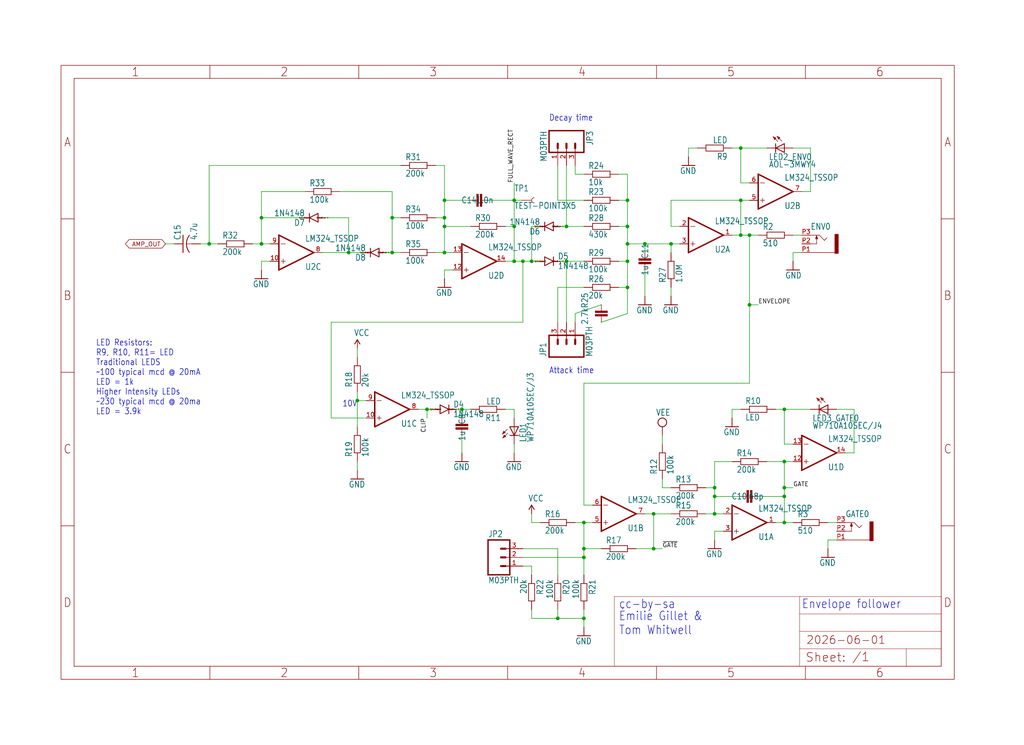
<source format=kicad_sch>
(kicad_sch
	(version 20231120)
	(generator "eeschema")
	(generator_version "8.0")
	(uuid "f79342e6-e3c9-466c-995f-2da09de8ce71")
	(paper "User" 298.45 217.322)
	(lib_symbols
		(symbol "mikrophonie_2023-eagle-import:A4L-LOC"
			(exclude_from_sim no)
			(in_bom yes)
			(on_board yes)
			(property "Reference" "#FRAME"
				(at 0 0 0)
				(effects
					(font
						(size 1.27 1.27)
					)
					(hide yes)
				)
			)
			(property "Value" ""
				(at 0 0 0)
				(effects
					(font
						(size 1.27 1.27)
					)
					(hide yes)
				)
			)
			(property "Footprint" ""
				(at 0 0 0)
				(effects
					(font
						(size 1.27 1.27)
					)
					(hide yes)
				)
			)
			(property "Datasheet" ""
				(at 0 0 0)
				(effects
					(font
						(size 1.27 1.27)
					)
					(hide yes)
				)
			)
			(property "Description" "FRAME\n\nDIN A4, landscape with location and doc. field"
				(at 0 0 0)
				(effects
					(font
						(size 1.27 1.27)
					)
					(hide yes)
				)
			)
			(property "ki_locked" ""
				(at 0 0 0)
				(effects
					(font
						(size 1.27 1.27)
					)
				)
			)
			(symbol "A4L-LOC_1_0"
				(polyline
					(pts
						(xy 0 44.7675) (xy 3.81 44.7675)
					)
					(stroke
						(width 0)
						(type default)
					)
					(fill
						(type none)
					)
				)
				(polyline
					(pts
						(xy 0 89.535) (xy 3.81 89.535)
					)
					(stroke
						(width 0)
						(type default)
					)
					(fill
						(type none)
					)
				)
				(polyline
					(pts
						(xy 0 134.3025) (xy 3.81 134.3025)
					)
					(stroke
						(width 0)
						(type default)
					)
					(fill
						(type none)
					)
				)
				(polyline
					(pts
						(xy 3.81 3.81) (xy 3.81 175.26)
					)
					(stroke
						(width 0)
						(type default)
					)
					(fill
						(type none)
					)
				)
				(polyline
					(pts
						(xy 43.3917 0) (xy 43.3917 3.81)
					)
					(stroke
						(width 0)
						(type default)
					)
					(fill
						(type none)
					)
				)
				(polyline
					(pts
						(xy 43.3917 175.26) (xy 43.3917 179.07)
					)
					(stroke
						(width 0)
						(type default)
					)
					(fill
						(type none)
					)
				)
				(polyline
					(pts
						(xy 86.7833 0) (xy 86.7833 3.81)
					)
					(stroke
						(width 0)
						(type default)
					)
					(fill
						(type none)
					)
				)
				(polyline
					(pts
						(xy 86.7833 175.26) (xy 86.7833 179.07)
					)
					(stroke
						(width 0)
						(type default)
					)
					(fill
						(type none)
					)
				)
				(polyline
					(pts
						(xy 130.175 0) (xy 130.175 3.81)
					)
					(stroke
						(width 0)
						(type default)
					)
					(fill
						(type none)
					)
				)
				(polyline
					(pts
						(xy 130.175 175.26) (xy 130.175 179.07)
					)
					(stroke
						(width 0)
						(type default)
					)
					(fill
						(type none)
					)
				)
				(polyline
					(pts
						(xy 161.29 3.81) (xy 161.29 24.13)
					)
					(stroke
						(width 0.1016)
						(type solid)
					)
					(fill
						(type none)
					)
				)
				(polyline
					(pts
						(xy 161.29 24.13) (xy 215.265 24.13)
					)
					(stroke
						(width 0.1016)
						(type solid)
					)
					(fill
						(type none)
					)
				)
				(polyline
					(pts
						(xy 173.5667 0) (xy 173.5667 3.81)
					)
					(stroke
						(width 0)
						(type default)
					)
					(fill
						(type none)
					)
				)
				(polyline
					(pts
						(xy 173.5667 175.26) (xy 173.5667 179.07)
					)
					(stroke
						(width 0)
						(type default)
					)
					(fill
						(type none)
					)
				)
				(polyline
					(pts
						(xy 215.265 8.89) (xy 215.265 3.81)
					)
					(stroke
						(width 0.1016)
						(type solid)
					)
					(fill
						(type none)
					)
				)
				(polyline
					(pts
						(xy 215.265 8.89) (xy 215.265 13.97)
					)
					(stroke
						(width 0.1016)
						(type solid)
					)
					(fill
						(type none)
					)
				)
				(polyline
					(pts
						(xy 215.265 13.97) (xy 215.265 19.05)
					)
					(stroke
						(width 0.1016)
						(type solid)
					)
					(fill
						(type none)
					)
				)
				(polyline
					(pts
						(xy 215.265 13.97) (xy 256.54 13.97)
					)
					(stroke
						(width 0.1016)
						(type solid)
					)
					(fill
						(type none)
					)
				)
				(polyline
					(pts
						(xy 215.265 19.05) (xy 215.265 24.13)
					)
					(stroke
						(width 0.1016)
						(type solid)
					)
					(fill
						(type none)
					)
				)
				(polyline
					(pts
						(xy 215.265 19.05) (xy 256.54 19.05)
					)
					(stroke
						(width 0.1016)
						(type solid)
					)
					(fill
						(type none)
					)
				)
				(polyline
					(pts
						(xy 215.265 24.13) (xy 256.54 24.13)
					)
					(stroke
						(width 0.1016)
						(type solid)
					)
					(fill
						(type none)
					)
				)
				(polyline
					(pts
						(xy 216.9583 0) (xy 216.9583 3.81)
					)
					(stroke
						(width 0)
						(type default)
					)
					(fill
						(type none)
					)
				)
				(polyline
					(pts
						(xy 216.9583 175.26) (xy 216.9583 179.07)
					)
					(stroke
						(width 0)
						(type default)
					)
					(fill
						(type none)
					)
				)
				(polyline
					(pts
						(xy 246.38 3.81) (xy 246.38 8.89)
					)
					(stroke
						(width 0.1016)
						(type solid)
					)
					(fill
						(type none)
					)
				)
				(polyline
					(pts
						(xy 246.38 8.89) (xy 215.265 8.89)
					)
					(stroke
						(width 0.1016)
						(type solid)
					)
					(fill
						(type none)
					)
				)
				(polyline
					(pts
						(xy 246.38 8.89) (xy 256.54 8.89)
					)
					(stroke
						(width 0.1016)
						(type solid)
					)
					(fill
						(type none)
					)
				)
				(polyline
					(pts
						(xy 256.54 3.81) (xy 3.81 3.81)
					)
					(stroke
						(width 0)
						(type default)
					)
					(fill
						(type none)
					)
				)
				(polyline
					(pts
						(xy 256.54 3.81) (xy 256.54 8.89)
					)
					(stroke
						(width 0.1016)
						(type solid)
					)
					(fill
						(type none)
					)
				)
				(polyline
					(pts
						(xy 256.54 3.81) (xy 256.54 175.26)
					)
					(stroke
						(width 0)
						(type default)
					)
					(fill
						(type none)
					)
				)
				(polyline
					(pts
						(xy 256.54 8.89) (xy 256.54 13.97)
					)
					(stroke
						(width 0.1016)
						(type solid)
					)
					(fill
						(type none)
					)
				)
				(polyline
					(pts
						(xy 256.54 13.97) (xy 256.54 19.05)
					)
					(stroke
						(width 0.1016)
						(type solid)
					)
					(fill
						(type none)
					)
				)
				(polyline
					(pts
						(xy 256.54 19.05) (xy 256.54 24.13)
					)
					(stroke
						(width 0.1016)
						(type solid)
					)
					(fill
						(type none)
					)
				)
				(polyline
					(pts
						(xy 256.54 44.7675) (xy 260.35 44.7675)
					)
					(stroke
						(width 0)
						(type default)
					)
					(fill
						(type none)
					)
				)
				(polyline
					(pts
						(xy 256.54 89.535) (xy 260.35 89.535)
					)
					(stroke
						(width 0)
						(type default)
					)
					(fill
						(type none)
					)
				)
				(polyline
					(pts
						(xy 256.54 134.3025) (xy 260.35 134.3025)
					)
					(stroke
						(width 0)
						(type default)
					)
					(fill
						(type none)
					)
				)
				(polyline
					(pts
						(xy 256.54 175.26) (xy 3.81 175.26)
					)
					(stroke
						(width 0)
						(type default)
					)
					(fill
						(type none)
					)
				)
				(polyline
					(pts
						(xy 0 0) (xy 260.35 0) (xy 260.35 179.07) (xy 0 179.07) (xy 0 0)
					)
					(stroke
						(width 0)
						(type default)
					)
					(fill
						(type none)
					)
				)
				(text "${#}/${##}"
					(at 230.505 5.08 0)
					(effects
						(font
							(size 2.54 2.54)
						)
						(justify left bottom)
					)
				)
				(text "${CURRENT_DATE}"
					(at 217.17 10.16 0)
					(effects
						(font
							(size 2.286 2.286)
						)
						(justify left bottom)
					)
				)
				(text "${PROJECTNAME}"
					(at 217.17 15.24 0)
					(effects
						(font
							(size 2.54 2.54)
						)
						(justify left bottom)
					)
				)
				(text "1"
					(at 21.6958 1.905 0)
					(effects
						(font
							(size 2.54 2.286)
						)
					)
				)
				(text "1"
					(at 21.6958 177.165 0)
					(effects
						(font
							(size 2.54 2.286)
						)
					)
				)
				(text "2"
					(at 65.0875 1.905 0)
					(effects
						(font
							(size 2.54 2.286)
						)
					)
				)
				(text "2"
					(at 65.0875 177.165 0)
					(effects
						(font
							(size 2.54 2.286)
						)
					)
				)
				(text "3"
					(at 108.4792 1.905 0)
					(effects
						(font
							(size 2.54 2.286)
						)
					)
				)
				(text "3"
					(at 108.4792 177.165 0)
					(effects
						(font
							(size 2.54 2.286)
						)
					)
				)
				(text "4"
					(at 151.8708 1.905 0)
					(effects
						(font
							(size 2.54 2.286)
						)
					)
				)
				(text "4"
					(at 151.8708 177.165 0)
					(effects
						(font
							(size 2.54 2.286)
						)
					)
				)
				(text "5"
					(at 195.2625 1.905 0)
					(effects
						(font
							(size 2.54 2.286)
						)
					)
				)
				(text "5"
					(at 195.2625 177.165 0)
					(effects
						(font
							(size 2.54 2.286)
						)
					)
				)
				(text "6"
					(at 238.6542 1.905 0)
					(effects
						(font
							(size 2.54 2.286)
						)
					)
				)
				(text "6"
					(at 238.6542 177.165 0)
					(effects
						(font
							(size 2.54 2.286)
						)
					)
				)
				(text "A"
					(at 1.905 156.6863 0)
					(effects
						(font
							(size 2.54 2.286)
						)
					)
				)
				(text "A"
					(at 258.445 156.6863 0)
					(effects
						(font
							(size 2.54 2.286)
						)
					)
				)
				(text "B"
					(at 1.905 111.9188 0)
					(effects
						(font
							(size 2.54 2.286)
						)
					)
				)
				(text "B"
					(at 258.445 111.9188 0)
					(effects
						(font
							(size 2.54 2.286)
						)
					)
				)
				(text "C"
					(at 1.905 67.1513 0)
					(effects
						(font
							(size 2.54 2.286)
						)
					)
				)
				(text "C"
					(at 258.445 67.1513 0)
					(effects
						(font
							(size 2.54 2.286)
						)
					)
				)
				(text "D"
					(at 1.905 22.3838 0)
					(effects
						(font
							(size 2.54 2.286)
						)
					)
				)
				(text "D"
					(at 258.445 22.3838 0)
					(effects
						(font
							(size 2.54 2.286)
						)
					)
				)
				(text "Sheet:"
					(at 216.916 4.953 0)
					(effects
						(font
							(size 2.54 2.54)
						)
						(justify left bottom)
					)
				)
			)
		)
		(symbol "mikrophonie_2023-eagle-import:C-USC0603"
			(exclude_from_sim no)
			(in_bom yes)
			(on_board yes)
			(property "Reference" "C"
				(at 1.016 0.635 0)
				(effects
					(font
						(size 1.778 1.5113)
					)
					(justify left bottom)
				)
			)
			(property "Value" ""
				(at 1.016 -4.191 0)
				(effects
					(font
						(size 1.778 1.5113)
					)
					(justify left bottom)
				)
			)
			(property "Footprint" "mikrophonie_2023:C0603"
				(at 0 0 0)
				(effects
					(font
						(size 1.27 1.27)
					)
					(hide yes)
				)
			)
			(property "Datasheet" ""
				(at 0 0 0)
				(effects
					(font
						(size 1.27 1.27)
					)
					(hide yes)
				)
			)
			(property "Description" "CAPACITOR, American symbol"
				(at 0 0 0)
				(effects
					(font
						(size 1.27 1.27)
					)
					(hide yes)
				)
			)
			(property "ki_locked" ""
				(at 0 0 0)
				(effects
					(font
						(size 1.27 1.27)
					)
				)
			)
			(symbol "C-USC0603_1_0"
				(arc
					(start 0 -1.0161)
					(mid -1.302 -1.2303)
					(end -2.4668 -1.8504)
					(stroke
						(width 0.254)
						(type solid)
					)
					(fill
						(type none)
					)
				)
				(polyline
					(pts
						(xy -2.54 0) (xy 2.54 0)
					)
					(stroke
						(width 0.254)
						(type solid)
					)
					(fill
						(type none)
					)
				)
				(polyline
					(pts
						(xy 0 -1.016) (xy 0 -2.54)
					)
					(stroke
						(width 0.1524)
						(type solid)
					)
					(fill
						(type none)
					)
				)
				(arc
					(start 2.4892 -1.8541)
					(mid 1.3158 -1.2194)
					(end 0 -1)
					(stroke
						(width 0.254)
						(type solid)
					)
					(fill
						(type none)
					)
				)
				(pin passive line
					(at 0 2.54 270)
					(length 2.54)
					(name "1"
						(effects
							(font
								(size 0 0)
							)
						)
					)
					(number "1"
						(effects
							(font
								(size 0 0)
							)
						)
					)
				)
				(pin passive line
					(at 0 -5.08 90)
					(length 2.54)
					(name "2"
						(effects
							(font
								(size 0 0)
							)
						)
					)
					(number "2"
						(effects
							(font
								(size 0 0)
							)
						)
					)
				)
			)
		)
		(symbol "mikrophonie_2023-eagle-import:CAPACITOR-90"
			(exclude_from_sim no)
			(in_bom yes)
			(on_board yes)
			(property "Reference" ""
				(at 2.54 0 90)
				(effects
					(font
						(size 1.778 1.5113)
					)
					(justify top)
					(hide yes)
				)
			)
			(property "Value" ""
				(at -2.54 0 90)
				(effects
					(font
						(size 1.778 1.5113)
					)
					(justify bottom)
				)
			)
			(property "Footprint" "mikrophonie_2023:C0402-90"
				(at 0 0 0)
				(effects
					(font
						(size 1.27 1.27)
					)
					(hide yes)
				)
			)
			(property "Datasheet" ""
				(at 0 0 0)
				(effects
					(font
						(size 1.27 1.27)
					)
					(hide yes)
				)
			)
			(property "Description" ""
				(at 0 0 0)
				(effects
					(font
						(size 1.27 1.27)
					)
					(hide yes)
				)
			)
			(property "ki_locked" ""
				(at 0 0 0)
				(effects
					(font
						(size 1.27 1.27)
					)
				)
			)
			(symbol "CAPACITOR-90_1_0"
				(rectangle
					(start -1.778 -0.762)
					(end 1.778 -0.254)
					(stroke
						(width 0)
						(type default)
					)
					(fill
						(type outline)
					)
				)
				(rectangle
					(start -1.778 0.254)
					(end 1.778 0.762)
					(stroke
						(width 0)
						(type default)
					)
					(fill
						(type outline)
					)
				)
				(polyline
					(pts
						(xy 0 -2.54) (xy 0 -0.762)
					)
					(stroke
						(width 0.1524)
						(type solid)
					)
					(fill
						(type none)
					)
				)
				(polyline
					(pts
						(xy 0 2.54) (xy 0 0.762)
					)
					(stroke
						(width 0.1524)
						(type solid)
					)
					(fill
						(type none)
					)
				)
				(pin passive line
					(at 0 2.54 0)
					(length 0)
					(name "1"
						(effects
							(font
								(size 0 0)
							)
						)
					)
					(number "1"
						(effects
							(font
								(size 0 0)
							)
						)
					)
				)
				(pin passive line
					(at 0 -2.54 90)
					(length 0)
					(name "2"
						(effects
							(font
								(size 0 0)
							)
						)
					)
					(number "2"
						(effects
							(font
								(size 0 0)
							)
						)
					)
				)
			)
		)
		(symbol "mikrophonie_2023-eagle-import:DIODE-SOD523"
			(exclude_from_sim no)
			(in_bom yes)
			(on_board yes)
			(property "Reference" "D"
				(at 2.54 0.4826 0)
				(effects
					(font
						(size 1.778 1.5113)
					)
					(justify left bottom)
				)
			)
			(property "Value" ""
				(at 2.54 -2.3114 0)
				(effects
					(font
						(size 1.778 1.5113)
					)
					(justify left bottom)
				)
			)
			(property "Footprint" "mikrophonie_2023:SOD523"
				(at 0 0 0)
				(effects
					(font
						(size 1.27 1.27)
					)
					(hide yes)
				)
			)
			(property "Datasheet" ""
				(at 0 0 0)
				(effects
					(font
						(size 1.27 1.27)
					)
					(hide yes)
				)
			)
			(property "Description" "DIODE"
				(at 0 0 0)
				(effects
					(font
						(size 1.27 1.27)
					)
					(hide yes)
				)
			)
			(property "ki_locked" ""
				(at 0 0 0)
				(effects
					(font
						(size 1.27 1.27)
					)
				)
			)
			(symbol "DIODE-SOD523_1_0"
				(polyline
					(pts
						(xy -1.27 -1.27) (xy 1.27 0)
					)
					(stroke
						(width 0.254)
						(type solid)
					)
					(fill
						(type none)
					)
				)
				(polyline
					(pts
						(xy -1.27 0) (xy -2.54 0)
					)
					(stroke
						(width 0.254)
						(type solid)
					)
					(fill
						(type none)
					)
				)
				(polyline
					(pts
						(xy -1.27 0) (xy -1.27 -1.27)
					)
					(stroke
						(width 0.254)
						(type solid)
					)
					(fill
						(type none)
					)
				)
				(polyline
					(pts
						(xy -1.27 1.27) (xy -1.27 0)
					)
					(stroke
						(width 0.254)
						(type solid)
					)
					(fill
						(type none)
					)
				)
				(polyline
					(pts
						(xy 1.27 0) (xy -1.27 1.27)
					)
					(stroke
						(width 0.254)
						(type solid)
					)
					(fill
						(type none)
					)
				)
				(polyline
					(pts
						(xy 1.27 0) (xy 1.27 -1.27)
					)
					(stroke
						(width 0.254)
						(type solid)
					)
					(fill
						(type none)
					)
				)
				(polyline
					(pts
						(xy 1.27 1.27) (xy 1.27 0)
					)
					(stroke
						(width 0.254)
						(type solid)
					)
					(fill
						(type none)
					)
				)
				(polyline
					(pts
						(xy 2.54 0) (xy 1.27 0)
					)
					(stroke
						(width 0.254)
						(type solid)
					)
					(fill
						(type none)
					)
				)
				(text "SpiceOrder 1"
					(at -2.54 0 0)
					(effects
						(font
							(size 0.4064 0.3454)
						)
					)
				)
				(text "SpiceOrder 2"
					(at 2.54 0 0)
					(effects
						(font
							(size 0.4064 0.3454)
						)
					)
				)
				(pin passive line
					(at -2.54 0 0)
					(length 0)
					(name "A"
						(effects
							(font
								(size 0 0)
							)
						)
					)
					(number "A"
						(effects
							(font
								(size 0 0)
							)
						)
					)
				)
				(pin passive line
					(at 2.54 0 180)
					(length 0)
					(name "C"
						(effects
							(font
								(size 0 0)
							)
						)
					)
					(number "C"
						(effects
							(font
								(size 0 0)
							)
						)
					)
				)
			)
		)
		(symbol "mikrophonie_2023-eagle-import:GND"
			(power)
			(exclude_from_sim no)
			(in_bom yes)
			(on_board yes)
			(property "Reference" "#GND"
				(at 0 0 0)
				(effects
					(font
						(size 1.27 1.27)
					)
					(hide yes)
				)
			)
			(property "Value" ""
				(at -2.54 -2.54 0)
				(effects
					(font
						(size 1.778 1.5113)
					)
					(justify left bottom)
				)
			)
			(property "Footprint" ""
				(at 0 0 0)
				(effects
					(font
						(size 1.27 1.27)
					)
					(hide yes)
				)
			)
			(property "Datasheet" ""
				(at 0 0 0)
				(effects
					(font
						(size 1.27 1.27)
					)
					(hide yes)
				)
			)
			(property "Description" "SUPPLY SYMBOL"
				(at 0 0 0)
				(effects
					(font
						(size 1.27 1.27)
					)
					(hide yes)
				)
			)
			(property "ki_locked" ""
				(at 0 0 0)
				(effects
					(font
						(size 1.27 1.27)
					)
				)
			)
			(symbol "GND_1_0"
				(polyline
					(pts
						(xy -1.905 0) (xy 1.905 0)
					)
					(stroke
						(width 0.254)
						(type solid)
					)
					(fill
						(type none)
					)
				)
				(pin power_in line
					(at 0 2.54 270)
					(length 2.54)
					(name "GND"
						(effects
							(font
								(size 0 0)
							)
						)
					)
					(number "1"
						(effects
							(font
								(size 0 0)
							)
						)
					)
				)
			)
		)
		(symbol "mikrophonie_2023-eagle-import:LED3MM"
			(exclude_from_sim no)
			(in_bom yes)
			(on_board yes)
			(property "Reference" "LED"
				(at 3.556 -4.572 90)
				(effects
					(font
						(size 1.778 1.5113)
					)
					(justify left bottom)
				)
			)
			(property "Value" ""
				(at 5.715 -4.572 90)
				(effects
					(font
						(size 1.778 1.5113)
					)
					(justify left bottom)
				)
			)
			(property "Footprint" "mikrophonie_2023:LED3MM"
				(at 0 0 0)
				(effects
					(font
						(size 1.27 1.27)
					)
					(hide yes)
				)
			)
			(property "Datasheet" ""
				(at 0 0 0)
				(effects
					(font
						(size 1.27 1.27)
					)
					(hide yes)
				)
			)
			(property "Description" "LED\n\nOSRAM:\n- CHIPLED\nLG R971, LG N971, LY N971, LG Q971, LY Q971, LO R971, LY R971 LH N974, LH R974\nLS Q976, LO Q976, LY Q976\nLO Q996\n- Hyper CHIPLED\nLW Q18S\nLB Q993, LB Q99A, LB R99A\n- SideLED\nLS A670, LO A670, LY A670, LG A670, LP A670\nLB A673, LV A673, LT A673, LW A673\nLH A674\nLY A675\nLS A676, LA A676, LO A676, LY A676, LW A676\nLS A679, LY A679, LG A679\n-  Hyper Micro SIDELED®\nLS Y876, LA Y876, LO Y876, LY Y876\nLT Y87S\n- SmartLED\nLW L88C, LW L88S\nLB L89C, LB L89S, LG L890\nLS L89K, LO L89K, LY L89K\nLS L896, LA L896, LO L896, LY L896\n- TOPLED\nLS T670, LO T670, LY T670, LG T670, LP T670\nLSG T670, LSP T670, LSY T670, LOP T670, LYG T670\nLG T671, LOG T671, LSG T671\nLB T673, LV T673, LT T673, LW T673\nLH T674\nLS T676, LA T676, LO T676, LY T676, LB T676, LH T676, LSB T676, LW T676\nLB T67C, LV T67C, LT T67C, LS T67K, LO T67K, LY T67K, LW E67C\nLS E67B, LA E67B, LO E67B, LY E67B, LB E67C, LV E67C, LT E67C\nLW T67C\nLS T679, LY T679, LG T679\nLS T770, LO T770, LY T770, LG T770, LP T770\nLB T773, LV T773, LT T773, LW T773\nLH T774\nLS E675, LA E675, LY E675, LS T675\nLS T776, LA T776, LO T776, LY T776, LB T776\nLHGB T686\nLT T68C, LB T68C\n- Hyper Mini TOPLED®\nLB M676\n- Mini TOPLED Santana®\nLG M470\nLS M47K, LO M47K, LY M47K\n\nSource: http://www.osram.convergy.de\n\nLUXEON:\n- LUMILED®\nLXK2-PW12-R00, LXK2-PW12-S00, LXK2-PW14-U00, LXK2-PW14-V00\nLXK2-PM12-R00, LXK2-PM12-S00, LXK2-PM14-U00\nLXK2-PE12-Q00, LXK2-PE12-R00, LXK2-PE12-S00, LXK2-PE14-T00, LXK2-PE14-U00\nLXK2-PB12-K00, LXK2-PB12-L00, LXK2-PB12-M00, LXK2-PB14-N00, LXK2-PB14-P00, LXK2-PB14-Q00\nLXK2-PR12-L00, LXK2-PR12-M00, LXK2-PR14-Q00, LXK2-PR14-R00\nLXK2-PD12-Q00, LXK2-PD12-R00, LXK2-PD12-S00\nLXK2-PH12-R00, LXK2-PH12-S00\nLXK2-PL12-P00, LXK2-PL12-Q00, LXK2-PL12-R00\n\nSource: www.luxeon.com\n\nKINGBRIGHT:\n\nKA-3528ASYC\nSource: www.kingbright.com"
				(at 0 0 0)
				(effects
					(font
						(size 1.27 1.27)
					)
					(hide yes)
				)
			)
			(property "ki_locked" ""
				(at 0 0 0)
				(effects
					(font
						(size 1.27 1.27)
					)
				)
			)
			(symbol "LED3MM_1_0"
				(polyline
					(pts
						(xy -2.032 -0.762) (xy -3.429 -2.159)
					)
					(stroke
						(width 0.1524)
						(type solid)
					)
					(fill
						(type none)
					)
				)
				(polyline
					(pts
						(xy -1.905 -1.905) (xy -3.302 -3.302)
					)
					(stroke
						(width 0.1524)
						(type solid)
					)
					(fill
						(type none)
					)
				)
				(polyline
					(pts
						(xy 0 -2.54) (xy -1.27 -2.54)
					)
					(stroke
						(width 0.254)
						(type solid)
					)
					(fill
						(type none)
					)
				)
				(polyline
					(pts
						(xy 0 -2.54) (xy -1.27 0)
					)
					(stroke
						(width 0.254)
						(type solid)
					)
					(fill
						(type none)
					)
				)
				(polyline
					(pts
						(xy 0 0) (xy -1.27 0)
					)
					(stroke
						(width 0.254)
						(type solid)
					)
					(fill
						(type none)
					)
				)
				(polyline
					(pts
						(xy 0 0) (xy 0 -2.54)
					)
					(stroke
						(width 0.1524)
						(type solid)
					)
					(fill
						(type none)
					)
				)
				(polyline
					(pts
						(xy 1.27 -2.54) (xy 0 -2.54)
					)
					(stroke
						(width 0.254)
						(type solid)
					)
					(fill
						(type none)
					)
				)
				(polyline
					(pts
						(xy 1.27 0) (xy 0 -2.54)
					)
					(stroke
						(width 0.254)
						(type solid)
					)
					(fill
						(type none)
					)
				)
				(polyline
					(pts
						(xy 1.27 0) (xy 0 0)
					)
					(stroke
						(width 0.254)
						(type solid)
					)
					(fill
						(type none)
					)
				)
				(polyline
					(pts
						(xy -3.429 -2.159) (xy -3.048 -1.27) (xy -2.54 -1.778)
					)
					(stroke
						(width 0.1524)
						(type solid)
					)
					(fill
						(type outline)
					)
				)
				(polyline
					(pts
						(xy -3.302 -3.302) (xy -2.921 -2.413) (xy -2.413 -2.921)
					)
					(stroke
						(width 0.1524)
						(type solid)
					)
					(fill
						(type outline)
					)
				)
				(pin passive line
					(at 0 2.54 270)
					(length 2.54)
					(name "A"
						(effects
							(font
								(size 0 0)
							)
						)
					)
					(number "A"
						(effects
							(font
								(size 0 0)
							)
						)
					)
				)
				(pin passive line
					(at 0 -5.08 90)
					(length 2.54)
					(name "C"
						(effects
							(font
								(size 0 0)
							)
						)
					)
					(number "K"
						(effects
							(font
								(size 0 0)
							)
						)
					)
				)
			)
		)
		(symbol "mikrophonie_2023-eagle-import:LM324_TSSOP"
			(exclude_from_sim no)
			(in_bom yes)
			(on_board yes)
			(property "Reference" "U"
				(at 2.54 3.175 0)
				(effects
					(font
						(size 1.778 1.5113)
					)
					(justify left bottom)
					(hide yes)
				)
			)
			(property "Value" ""
				(at 2.54 -5.08 0)
				(effects
					(font
						(size 1.778 1.5113)
					)
					(justify left bottom)
					(hide yes)
				)
			)
			(property "Footprint" "mikrophonie_2023:SOP65P640X120-14N"
				(at 0 0 0)
				(effects
					(font
						(size 1.27 1.27)
					)
					(hide yes)
				)
			)
			(property "Datasheet" ""
				(at 0 0 0)
				(effects
					(font
						(size 1.27 1.27)
					)
					(hide yes)
				)
			)
			(property "Description" "IC OPAMP QUAD 1.8V"
				(at 0 0 0)
				(effects
					(font
						(size 1.27 1.27)
					)
					(hide yes)
				)
			)
			(property "ki_locked" ""
				(at 0 0 0)
				(effects
					(font
						(size 1.27 1.27)
					)
				)
			)
			(symbol "LM324_TSSOP_1_0"
				(polyline
					(pts
						(xy -5.08 -5.08) (xy 5.08 0)
					)
					(stroke
						(width 0.4064)
						(type solid)
					)
					(fill
						(type none)
					)
				)
				(polyline
					(pts
						(xy -5.08 5.08) (xy -5.08 -5.08)
					)
					(stroke
						(width 0.4064)
						(type solid)
					)
					(fill
						(type none)
					)
				)
				(polyline
					(pts
						(xy -4.445 -2.54) (xy -3.175 -2.54)
					)
					(stroke
						(width 0.1524)
						(type solid)
					)
					(fill
						(type none)
					)
				)
				(polyline
					(pts
						(xy -4.445 2.54) (xy -3.175 2.54)
					)
					(stroke
						(width 0.1524)
						(type solid)
					)
					(fill
						(type none)
					)
				)
				(polyline
					(pts
						(xy -3.81 3.175) (xy -3.81 1.905)
					)
					(stroke
						(width 0.1524)
						(type solid)
					)
					(fill
						(type none)
					)
				)
				(polyline
					(pts
						(xy 5.08 0) (xy -5.08 5.08)
					)
					(stroke
						(width 0.4064)
						(type solid)
					)
					(fill
						(type none)
					)
				)
				(pin output line
					(at 7.62 0 180)
					(length 2.54)
					(name "OUT"
						(effects
							(font
								(size 0 0)
							)
						)
					)
					(number "1"
						(effects
							(font
								(size 1.27 1.27)
							)
						)
					)
				)
				(pin input line
					(at -7.62 -2.54 0)
					(length 2.54)
					(name "-IN"
						(effects
							(font
								(size 0 0)
							)
						)
					)
					(number "2"
						(effects
							(font
								(size 1.27 1.27)
							)
						)
					)
				)
				(pin input line
					(at -7.62 2.54 0)
					(length 2.54)
					(name "+IN"
						(effects
							(font
								(size 0 0)
							)
						)
					)
					(number "3"
						(effects
							(font
								(size 1.27 1.27)
							)
						)
					)
				)
			)
			(symbol "LM324_TSSOP_2_0"
				(polyline
					(pts
						(xy -5.08 -5.08) (xy 5.08 0)
					)
					(stroke
						(width 0.4064)
						(type solid)
					)
					(fill
						(type none)
					)
				)
				(polyline
					(pts
						(xy -5.08 5.08) (xy -5.08 -5.08)
					)
					(stroke
						(width 0.4064)
						(type solid)
					)
					(fill
						(type none)
					)
				)
				(polyline
					(pts
						(xy -4.445 -2.54) (xy -3.175 -2.54)
					)
					(stroke
						(width 0.1524)
						(type solid)
					)
					(fill
						(type none)
					)
				)
				(polyline
					(pts
						(xy -4.445 2.54) (xy -3.175 2.54)
					)
					(stroke
						(width 0.1524)
						(type solid)
					)
					(fill
						(type none)
					)
				)
				(polyline
					(pts
						(xy -3.81 3.175) (xy -3.81 1.905)
					)
					(stroke
						(width 0.1524)
						(type solid)
					)
					(fill
						(type none)
					)
				)
				(polyline
					(pts
						(xy 5.08 0) (xy -5.08 5.08)
					)
					(stroke
						(width 0.4064)
						(type solid)
					)
					(fill
						(type none)
					)
				)
				(pin input line
					(at -7.62 2.54 0)
					(length 2.54)
					(name "+IN"
						(effects
							(font
								(size 0 0)
							)
						)
					)
					(number "5"
						(effects
							(font
								(size 1.27 1.27)
							)
						)
					)
				)
				(pin input line
					(at -7.62 -2.54 0)
					(length 2.54)
					(name "-IN"
						(effects
							(font
								(size 0 0)
							)
						)
					)
					(number "6"
						(effects
							(font
								(size 1.27 1.27)
							)
						)
					)
				)
				(pin output line
					(at 7.62 0 180)
					(length 2.54)
					(name "OUT"
						(effects
							(font
								(size 0 0)
							)
						)
					)
					(number "7"
						(effects
							(font
								(size 1.27 1.27)
							)
						)
					)
				)
			)
			(symbol "LM324_TSSOP_3_0"
				(polyline
					(pts
						(xy -5.08 -5.08) (xy 5.08 0)
					)
					(stroke
						(width 0.4064)
						(type solid)
					)
					(fill
						(type none)
					)
				)
				(polyline
					(pts
						(xy -5.08 5.08) (xy -5.08 -5.08)
					)
					(stroke
						(width 0.4064)
						(type solid)
					)
					(fill
						(type none)
					)
				)
				(polyline
					(pts
						(xy -4.445 -2.54) (xy -3.175 -2.54)
					)
					(stroke
						(width 0.1524)
						(type solid)
					)
					(fill
						(type none)
					)
				)
				(polyline
					(pts
						(xy -4.445 2.54) (xy -3.175 2.54)
					)
					(stroke
						(width 0.1524)
						(type solid)
					)
					(fill
						(type none)
					)
				)
				(polyline
					(pts
						(xy -3.81 3.175) (xy -3.81 1.905)
					)
					(stroke
						(width 0.1524)
						(type solid)
					)
					(fill
						(type none)
					)
				)
				(polyline
					(pts
						(xy 5.08 0) (xy -5.08 5.08)
					)
					(stroke
						(width 0.4064)
						(type solid)
					)
					(fill
						(type none)
					)
				)
				(pin input line
					(at -7.62 2.54 0)
					(length 2.54)
					(name "+IN"
						(effects
							(font
								(size 0 0)
							)
						)
					)
					(number "10"
						(effects
							(font
								(size 1.27 1.27)
							)
						)
					)
				)
				(pin output line
					(at 7.62 0 180)
					(length 2.54)
					(name "OUT"
						(effects
							(font
								(size 0 0)
							)
						)
					)
					(number "8"
						(effects
							(font
								(size 1.27 1.27)
							)
						)
					)
				)
				(pin input line
					(at -7.62 -2.54 0)
					(length 2.54)
					(name "-IN"
						(effects
							(font
								(size 0 0)
							)
						)
					)
					(number "9"
						(effects
							(font
								(size 1.27 1.27)
							)
						)
					)
				)
			)
			(symbol "LM324_TSSOP_4_0"
				(polyline
					(pts
						(xy -5.08 -5.08) (xy 5.08 0)
					)
					(stroke
						(width 0.4064)
						(type solid)
					)
					(fill
						(type none)
					)
				)
				(polyline
					(pts
						(xy -5.08 5.08) (xy -5.08 -5.08)
					)
					(stroke
						(width 0.4064)
						(type solid)
					)
					(fill
						(type none)
					)
				)
				(polyline
					(pts
						(xy -4.445 -2.54) (xy -3.175 -2.54)
					)
					(stroke
						(width 0.1524)
						(type solid)
					)
					(fill
						(type none)
					)
				)
				(polyline
					(pts
						(xy -4.445 2.54) (xy -3.175 2.54)
					)
					(stroke
						(width 0.1524)
						(type solid)
					)
					(fill
						(type none)
					)
				)
				(polyline
					(pts
						(xy -3.81 3.175) (xy -3.81 1.905)
					)
					(stroke
						(width 0.1524)
						(type solid)
					)
					(fill
						(type none)
					)
				)
				(polyline
					(pts
						(xy 5.08 0) (xy -5.08 5.08)
					)
					(stroke
						(width 0.4064)
						(type solid)
					)
					(fill
						(type none)
					)
				)
				(pin input line
					(at -7.62 2.54 0)
					(length 2.54)
					(name "+IN"
						(effects
							(font
								(size 0 0)
							)
						)
					)
					(number "12"
						(effects
							(font
								(size 1.27 1.27)
							)
						)
					)
				)
				(pin input line
					(at -7.62 -2.54 0)
					(length 2.54)
					(name "-IN"
						(effects
							(font
								(size 0 0)
							)
						)
					)
					(number "13"
						(effects
							(font
								(size 1.27 1.27)
							)
						)
					)
				)
				(pin output line
					(at 7.62 0 180)
					(length 2.54)
					(name "OUT"
						(effects
							(font
								(size 0 0)
							)
						)
					)
					(number "14"
						(effects
							(font
								(size 1.27 1.27)
							)
						)
					)
				)
			)
			(symbol "LM324_TSSOP_5_0"
				(text "V+"
					(at 1.27 3.175 900)
					(effects
						(font
							(size 0.8128 0.6908)
						)
						(justify left bottom)
					)
				)
				(text "V-"
					(at 1.27 -4.445 900)
					(effects
						(font
							(size 0.8128 0.6908)
						)
						(justify left bottom)
					)
				)
				(pin power_in line
					(at 0 -7.62 90)
					(length 5.08)
					(name "V-"
						(effects
							(font
								(size 0 0)
							)
						)
					)
					(number "11"
						(effects
							(font
								(size 1.27 1.27)
							)
						)
					)
				)
				(pin power_in line
					(at 0 7.62 270)
					(length 5.08)
					(name "V+"
						(effects
							(font
								(size 0 0)
							)
						)
					)
					(number "4"
						(effects
							(font
								(size 1.27 1.27)
							)
						)
					)
				)
			)
		)
		(symbol "mikrophonie_2023-eagle-import:M03PTH"
			(exclude_from_sim no)
			(in_bom yes)
			(on_board yes)
			(property "Reference" "JP"
				(at -2.54 5.842 0)
				(effects
					(font
						(size 1.778 1.5113)
					)
					(justify left bottom)
				)
			)
			(property "Value" ""
				(at -2.54 -7.62 0)
				(effects
					(font
						(size 1.778 1.5113)
					)
					(justify left bottom)
				)
			)
			(property "Footprint" "mikrophonie_2023:1X03"
				(at 0 0 0)
				(effects
					(font
						(size 1.27 1.27)
					)
					(hide yes)
				)
			)
			(property "Datasheet" ""
				(at 0 0 0)
				(effects
					(font
						(size 1.27 1.27)
					)
					(hide yes)
				)
			)
			(property "Description" "Header 3 Standard 3-pin 0.1\" header. Use with straight break away headers (SKU : PRT-00116), right angle break away headers (PRT-00553), swiss pins (PRT-00743), machine pins (PRT-00117), and female headers (PRT-00115). Molex polarized connector foot print use with SKU : PRT-08232 with associated crimp pins and housings."
				(at 0 0 0)
				(effects
					(font
						(size 1.27 1.27)
					)
					(hide yes)
				)
			)
			(property "ki_locked" ""
				(at 0 0 0)
				(effects
					(font
						(size 1.27 1.27)
					)
				)
			)
			(symbol "M03PTH_1_0"
				(polyline
					(pts
						(xy -2.54 5.08) (xy -2.54 -5.08)
					)
					(stroke
						(width 0.4064)
						(type solid)
					)
					(fill
						(type none)
					)
				)
				(polyline
					(pts
						(xy -2.54 5.08) (xy 3.81 5.08)
					)
					(stroke
						(width 0.4064)
						(type solid)
					)
					(fill
						(type none)
					)
				)
				(polyline
					(pts
						(xy 1.27 -2.54) (xy 2.54 -2.54)
					)
					(stroke
						(width 0.6096)
						(type solid)
					)
					(fill
						(type none)
					)
				)
				(polyline
					(pts
						(xy 1.27 0) (xy 2.54 0)
					)
					(stroke
						(width 0.6096)
						(type solid)
					)
					(fill
						(type none)
					)
				)
				(polyline
					(pts
						(xy 1.27 2.54) (xy 2.54 2.54)
					)
					(stroke
						(width 0.6096)
						(type solid)
					)
					(fill
						(type none)
					)
				)
				(polyline
					(pts
						(xy 3.81 -5.08) (xy -2.54 -5.08)
					)
					(stroke
						(width 0.4064)
						(type solid)
					)
					(fill
						(type none)
					)
				)
				(polyline
					(pts
						(xy 3.81 -5.08) (xy 3.81 5.08)
					)
					(stroke
						(width 0.4064)
						(type solid)
					)
					(fill
						(type none)
					)
				)
				(pin passive line
					(at 7.62 -2.54 180)
					(length 5.08)
					(name "1"
						(effects
							(font
								(size 0 0)
							)
						)
					)
					(number "1"
						(effects
							(font
								(size 1.27 1.27)
							)
						)
					)
				)
				(pin passive line
					(at 7.62 0 180)
					(length 5.08)
					(name "2"
						(effects
							(font
								(size 0 0)
							)
						)
					)
					(number "2"
						(effects
							(font
								(size 1.27 1.27)
							)
						)
					)
				)
				(pin passive line
					(at 7.62 2.54 180)
					(length 5.08)
					(name "3"
						(effects
							(font
								(size 0 0)
							)
						)
					)
					(number "3"
						(effects
							(font
								(size 1.27 1.27)
							)
						)
					)
				)
			)
		)
		(symbol "mikrophonie_2023-eagle-import:PJ301_THONKICONN6"
			(exclude_from_sim no)
			(in_bom yes)
			(on_board yes)
			(property "Reference" "J"
				(at -2.54 4.064 0)
				(effects
					(font
						(size 1.778 1.5113)
					)
					(justify left bottom)
				)
			)
			(property "Value" ""
				(at 0 0 0)
				(effects
					(font
						(size 1.27 1.27)
					)
					(hide yes)
				)
			)
			(property "Footprint" "mikrophonie_2023:WQP_PJ_301M6"
				(at 0 0 0)
				(effects
					(font
						(size 1.27 1.27)
					)
					(hide yes)
				)
			)
			(property "Datasheet" ""
				(at 0 0 0)
				(effects
					(font
						(size 1.27 1.27)
					)
					(hide yes)
				)
			)
			(property "Description" ""
				(at 0 0 0)
				(effects
					(font
						(size 1.27 1.27)
					)
					(hide yes)
				)
			)
			(property "ki_locked" ""
				(at 0 0 0)
				(effects
					(font
						(size 1.27 1.27)
					)
				)
			)
			(symbol "PJ301_THONKICONN6_1_0"
				(polyline
					(pts
						(xy -2.54 -2.54) (xy 4.572 -2.54)
					)
					(stroke
						(width 0.1524)
						(type solid)
					)
					(fill
						(type none)
					)
				)
				(polyline
					(pts
						(xy -2.54 0) (xy -0.762 0)
					)
					(stroke
						(width 0.1524)
						(type solid)
					)
					(fill
						(type none)
					)
				)
				(polyline
					(pts
						(xy -2.54 2.54) (xy 0 2.54)
					)
					(stroke
						(width 0.1524)
						(type solid)
					)
					(fill
						(type none)
					)
				)
				(polyline
					(pts
						(xy -1.016 1.524) (xy -0.508 1.524)
					)
					(stroke
						(width 0.254)
						(type solid)
					)
					(fill
						(type none)
					)
				)
				(polyline
					(pts
						(xy -0.762 0) (xy -0.762 2.286)
					)
					(stroke
						(width 0.1524)
						(type solid)
					)
					(fill
						(type none)
					)
				)
				(polyline
					(pts
						(xy -0.762 2.286) (xy -1.016 1.524)
					)
					(stroke
						(width 0.254)
						(type solid)
					)
					(fill
						(type none)
					)
				)
				(polyline
					(pts
						(xy -0.508 1.524) (xy -0.762 2.286)
					)
					(stroke
						(width 0.254)
						(type solid)
					)
					(fill
						(type none)
					)
				)
				(polyline
					(pts
						(xy 0 2.54) (xy 1.524 1.016)
					)
					(stroke
						(width 0.1524)
						(type solid)
					)
					(fill
						(type none)
					)
				)
				(polyline
					(pts
						(xy 1.524 1.016) (xy 2.286 1.778)
					)
					(stroke
						(width 0.1524)
						(type solid)
					)
					(fill
						(type none)
					)
				)
				(rectangle
					(start 4.572 2.794)
					(end 5.588 -2.794)
					(stroke
						(width 0)
						(type default)
					)
					(fill
						(type outline)
					)
				)
				(pin passive line
					(at -5.08 -2.54 0)
					(length 2.54)
					(name "1"
						(effects
							(font
								(size 0 0)
							)
						)
					)
					(number "P1"
						(effects
							(font
								(size 1.27 1.27)
							)
						)
					)
				)
				(pin passive line
					(at -5.08 0 0)
					(length 2.54)
					(name "2"
						(effects
							(font
								(size 0 0)
							)
						)
					)
					(number "P2"
						(effects
							(font
								(size 1.27 1.27)
							)
						)
					)
				)
				(pin passive line
					(at -5.08 2.54 0)
					(length 2.54)
					(name "3"
						(effects
							(font
								(size 0 0)
							)
						)
					)
					(number "P3"
						(effects
							(font
								(size 1.27 1.27)
							)
						)
					)
				)
			)
		)
		(symbol "mikrophonie_2023-eagle-import:RESISTOR-0402_90"
			(exclude_from_sim no)
			(in_bom yes)
			(on_board yes)
			(property "Reference" "R"
				(at 0 1.27 0)
				(effects
					(font
						(size 1.778 1.5113)
					)
					(justify bottom)
				)
			)
			(property "Value" ""
				(at 0 -1.27 0)
				(effects
					(font
						(size 1.778 1.5113)
					)
					(justify top)
				)
			)
			(property "Footprint" "mikrophonie_2023:C0402-90"
				(at 0 0 0)
				(effects
					(font
						(size 1.27 1.27)
					)
					(hide yes)
				)
			)
			(property "Datasheet" ""
				(at 0 0 0)
				(effects
					(font
						(size 1.27 1.27)
					)
					(hide yes)
				)
			)
			(property "Description" "Resistors\nall kinds in 0402 and 0603"
				(at 0 0 0)
				(effects
					(font
						(size 1.27 1.27)
					)
					(hide yes)
				)
			)
			(property "ki_locked" ""
				(at 0 0 0)
				(effects
					(font
						(size 1.27 1.27)
					)
				)
			)
			(symbol "RESISTOR-0402_90_1_0"
				(polyline
					(pts
						(xy -2.54 -0.889) (xy -2.54 0.889)
					)
					(stroke
						(width 0.2032)
						(type solid)
					)
					(fill
						(type none)
					)
				)
				(polyline
					(pts
						(xy -2.54 0.889) (xy 2.54 0.889)
					)
					(stroke
						(width 0.2032)
						(type solid)
					)
					(fill
						(type none)
					)
				)
				(polyline
					(pts
						(xy 2.54 -0.889) (xy -2.54 -0.889)
					)
					(stroke
						(width 0.2032)
						(type solid)
					)
					(fill
						(type none)
					)
				)
				(polyline
					(pts
						(xy 2.54 0.889) (xy 2.54 -0.889)
					)
					(stroke
						(width 0.2032)
						(type solid)
					)
					(fill
						(type none)
					)
				)
				(pin passive line
					(at -5.08 0 0)
					(length 2.54)
					(name "1"
						(effects
							(font
								(size 0 0)
							)
						)
					)
					(number "1"
						(effects
							(font
								(size 0 0)
							)
						)
					)
				)
				(pin passive line
					(at 5.08 0 180)
					(length 2.54)
					(name "2"
						(effects
							(font
								(size 0 0)
							)
						)
					)
					(number "2"
						(effects
							(font
								(size 0 0)
							)
						)
					)
				)
			)
		)
		(symbol "mikrophonie_2023-eagle-import:TEST-POINT3X5"
			(exclude_from_sim no)
			(in_bom yes)
			(on_board yes)
			(property "Reference" "TP"
				(at -2.54 2.54 0)
				(effects
					(font
						(size 1.778 1.5113)
					)
					(justify left bottom)
					(hide yes)
				)
			)
			(property "Value" ""
				(at -2.54 -2.54 0)
				(effects
					(font
						(size 1.778 1.5113)
					)
					(justify left bottom)
					(hide yes)
				)
			)
			(property "Footprint" "mikrophonie_2023:PAD.03X.05"
				(at 0 0 0)
				(effects
					(font
						(size 1.27 1.27)
					)
					(hide yes)
				)
			)
			(property "Datasheet" ""
				(at 0 0 0)
				(effects
					(font
						(size 1.27 1.27)
					)
					(hide yes)
				)
			)
			(property "Description" ""
				(at 0 0 0)
				(effects
					(font
						(size 1.27 1.27)
					)
					(hide yes)
				)
			)
			(property "ki_locked" ""
				(at 0 0 0)
				(effects
					(font
						(size 1.27 1.27)
					)
				)
			)
			(symbol "TEST-POINT3X5_1_0"
				(polyline
					(pts
						(xy 2.54 0) (xy 0 0)
					)
					(stroke
						(width 0.1524)
						(type solid)
					)
					(fill
						(type none)
					)
				)
				(arc
					(start 3.302 0.762)
					(mid 2.54 0)
					(end 3.302 -0.762)
					(stroke
						(width 0.1524)
						(type solid)
					)
					(fill
						(type none)
					)
				)
				(pin bidirectional line
					(at 0 0 180)
					(length 0)
					(name "1"
						(effects
							(font
								(size 0 0)
							)
						)
					)
					(number "P$1"
						(effects
							(font
								(size 0 0)
							)
						)
					)
				)
			)
		)
		(symbol "mikrophonie_2023-eagle-import:VCC"
			(power)
			(exclude_from_sim no)
			(in_bom yes)
			(on_board yes)
			(property "Reference" "#P+"
				(at 0 0 0)
				(effects
					(font
						(size 1.27 1.27)
					)
					(hide yes)
				)
			)
			(property "Value" ""
				(at -1.016 3.556 0)
				(effects
					(font
						(size 1.778 1.5113)
					)
					(justify left bottom)
				)
			)
			(property "Footprint" ""
				(at 0 0 0)
				(effects
					(font
						(size 1.27 1.27)
					)
					(hide yes)
				)
			)
			(property "Datasheet" ""
				(at 0 0 0)
				(effects
					(font
						(size 1.27 1.27)
					)
					(hide yes)
				)
			)
			(property "Description" "SUPPLY SYMBOL"
				(at 0 0 0)
				(effects
					(font
						(size 1.27 1.27)
					)
					(hide yes)
				)
			)
			(property "ki_locked" ""
				(at 0 0 0)
				(effects
					(font
						(size 1.27 1.27)
					)
				)
			)
			(symbol "VCC_1_0"
				(polyline
					(pts
						(xy 0 2.54) (xy -0.762 1.27)
					)
					(stroke
						(width 0.254)
						(type solid)
					)
					(fill
						(type none)
					)
				)
				(polyline
					(pts
						(xy 0.762 1.27) (xy 0 2.54)
					)
					(stroke
						(width 0.254)
						(type solid)
					)
					(fill
						(type none)
					)
				)
				(pin power_in line
					(at 0 0 90)
					(length 2.54)
					(name "VCC"
						(effects
							(font
								(size 0 0)
							)
						)
					)
					(number "1"
						(effects
							(font
								(size 0 0)
							)
						)
					)
				)
			)
		)
		(symbol "mikrophonie_2023-eagle-import:VEE"
			(power)
			(exclude_from_sim no)
			(in_bom yes)
			(on_board yes)
			(property "Reference" "#SUPPLY"
				(at 0 0 0)
				(effects
					(font
						(size 1.27 1.27)
					)
					(hide yes)
				)
			)
			(property "Value" ""
				(at -1.905 3.175 0)
				(effects
					(font
						(size 1.778 1.5113)
					)
					(justify left bottom)
				)
			)
			(property "Footprint" ""
				(at 0 0 0)
				(effects
					(font
						(size 1.27 1.27)
					)
					(hide yes)
				)
			)
			(property "Datasheet" ""
				(at 0 0 0)
				(effects
					(font
						(size 1.27 1.27)
					)
					(hide yes)
				)
			)
			(property "Description" "SUPPLY SYMBOL"
				(at 0 0 0)
				(effects
					(font
						(size 1.27 1.27)
					)
					(hide yes)
				)
			)
			(property "ki_locked" ""
				(at 0 0 0)
				(effects
					(font
						(size 1.27 1.27)
					)
				)
			)
			(symbol "VEE_1_0"
				(circle
					(center 0 1.27)
					(radius 1.27)
					(stroke
						(width 0.254)
						(type solid)
					)
					(fill
						(type none)
					)
				)
				(pin power_in line
					(at 0 -2.54 90)
					(length 2.54)
					(name "VEE"
						(effects
							(font
								(size 0 0)
							)
						)
					)
					(number "1"
						(effects
							(font
								(size 0 0)
							)
						)
					)
				)
			)
		)
	)
	(junction
		(at 182.88 58.42)
		(diameter 0)
		(color 0 0 0 0)
		(uuid "03e2a2aa-d4b8-4ca3-ba74-7570bf9360ff")
	)
	(junction
		(at 165.1 66.04)
		(diameter 0)
		(color 0 0 0 0)
		(uuid "1dd06126-1a2d-41e8-a4c4-55245f59e9f4")
	)
	(junction
		(at 182.88 76.2)
		(diameter 0)
		(color 0 0 0 0)
		(uuid "20f953ea-da64-426c-b2ea-94a2b8460310")
	)
	(junction
		(at 104.14 116.84)
		(diameter 0)
		(color 0 0 0 0)
		(uuid "2c1159be-29c0-4789-8a23-bd681b001735")
	)
	(junction
		(at 228.6 134.62)
		(diameter 0)
		(color 0 0 0 0)
		(uuid "2da2068e-4850-41ed-965a-42e3d8b795d4")
	)
	(junction
		(at 228.6 152.4)
		(diameter 0)
		(color 0 0 0 0)
		(uuid "35b42393-f6e0-4e19-b98e-318a77599c6b")
	)
	(junction
		(at 149.86 66.04)
		(diameter 0)
		(color 0 0 0 0)
		(uuid "36cb7eb6-07a0-4d62-890f-e07e036e7ddc")
	)
	(junction
		(at 182.88 83.82)
		(diameter 0)
		(color 0 0 0 0)
		(uuid "3d048220-fbc5-482f-bf8c-f026334dea80")
	)
	(junction
		(at 170.18 162.56)
		(diameter 0)
		(color 0 0 0 0)
		(uuid "405c0bb6-6cbd-4389-ae3f-524b990d556e")
	)
	(junction
		(at 195.58 71.12)
		(diameter 0)
		(color 0 0 0 0)
		(uuid "45254476-6f30-4274-98ef-a934b1b41b73")
	)
	(junction
		(at 76.2 71.12)
		(diameter 0)
		(color 0 0 0 0)
		(uuid "45599c57-8232-43fc-a8e7-4c2c3ec4fdb6")
	)
	(junction
		(at 218.44 88.9)
		(diameter 0)
		(color 0 0 0 0)
		(uuid "4bee41b6-1aef-4192-88b1-af05fc78fe92")
	)
	(junction
		(at 101.6 73.66)
		(diameter 0)
		(color 0 0 0 0)
		(uuid "4de9b70f-b363-44e4-8291-debd0b0e0a37")
	)
	(junction
		(at 134.62 119.38)
		(diameter 0)
		(color 0 0 0 0)
		(uuid "523e0b59-06af-4fb7-8330-d49a4e00a448")
	)
	(junction
		(at 149.86 76.2)
		(diameter 0)
		(color 0 0 0 0)
		(uuid "5b2c1c2a-d818-4b16-9d29-d38ccc0b8ebe")
	)
	(junction
		(at 190.5 160.02)
		(diameter 0)
		(color 0 0 0 0)
		(uuid "622abd01-2375-4451-8445-3b3b6030536d")
	)
	(junction
		(at 170.18 160.02)
		(diameter 0)
		(color 0 0 0 0)
		(uuid "6252ce65-0013-4a8d-a147-5c45a5ef56ee")
	)
	(junction
		(at 114.3 73.66)
		(diameter 0)
		(color 0 0 0 0)
		(uuid "6c51b73e-557a-4bb1-b300-880a4331cbf0")
	)
	(junction
		(at 129.54 58.42)
		(diameter 0)
		(color 0 0 0 0)
		(uuid "767fc4c6-d3c8-4052-b905-e237793acc55")
	)
	(junction
		(at 170.18 180.34)
		(diameter 0)
		(color 0 0 0 0)
		(uuid "7a8b8484-5cdc-49d7-8f96-33dcc522a6df")
	)
	(junction
		(at 129.54 63.5)
		(diameter 0)
		(color 0 0 0 0)
		(uuid "7da1e57f-e3d8-4dde-885e-fc09364f46cd")
	)
	(junction
		(at 154.94 76.2)
		(diameter 0)
		(color 0 0 0 0)
		(uuid "85cfc719-e9c1-41cb-a8a3-8daadf16c6f8")
	)
	(junction
		(at 182.88 66.04)
		(diameter 0)
		(color 0 0 0 0)
		(uuid "984b54b5-e4ce-43a9-8c1f-5dd88b9c1368")
	)
	(junction
		(at 208.28 149.86)
		(diameter 0)
		(color 0 0 0 0)
		(uuid "9ca9caff-87b1-4b2f-9ddb-7924169e4fd1")
	)
	(junction
		(at 187.96 71.12)
		(diameter 0)
		(color 0 0 0 0)
		(uuid "a9364160-dcf8-434b-bc70-fa243f7840d4")
	)
	(junction
		(at 165.1 76.2)
		(diameter 0)
		(color 0 0 0 0)
		(uuid "ae4cccbb-ca1c-4d95-80b8-d90e5ecef68b")
	)
	(junction
		(at 228.6 142.24)
		(diameter 0)
		(color 0 0 0 0)
		(uuid "b049c9bc-abea-413f-8993-ba03680ad981")
	)
	(junction
		(at 60.96 71.12)
		(diameter 0)
		(color 0 0 0 0)
		(uuid "b1fea971-d3c6-46a5-a11a-791d448eb557")
	)
	(junction
		(at 76.2 63.5)
		(diameter 0)
		(color 0 0 0 0)
		(uuid "bc110840-0674-48ba-be48-cd91025ab2ab")
	)
	(junction
		(at 190.5 149.86)
		(diameter 0)
		(color 0 0 0 0)
		(uuid "bdae8c6b-402e-464c-9d37-3d8f67e01692")
	)
	(junction
		(at 129.54 73.66)
		(diameter 0)
		(color 0 0 0 0)
		(uuid "bdb655a8-3ab2-41d4-9f7e-53e320844c74")
	)
	(junction
		(at 215.9 68.58)
		(diameter 0)
		(color 0 0 0 0)
		(uuid "c6783efa-0f11-4872-9b58-198c6c03f000")
	)
	(junction
		(at 215.9 58.42)
		(diameter 0)
		(color 0 0 0 0)
		(uuid "c744f677-598e-4cea-a4f4-108bcf34516e")
	)
	(junction
		(at 218.44 68.58)
		(diameter 0)
		(color 0 0 0 0)
		(uuid "ccda46c8-1a07-43c1-acc6-63456e3064fe")
	)
	(junction
		(at 215.9 43.18)
		(diameter 0)
		(color 0 0 0 0)
		(uuid "d3437f7b-7dd8-4a99-a938-0531b74c93a3")
	)
	(junction
		(at 170.18 152.4)
		(diameter 0)
		(color 0 0 0 0)
		(uuid "de76ad7e-56ea-44ee-9ac2-f48d0118d038")
	)
	(junction
		(at 129.54 66.04)
		(diameter 0)
		(color 0 0 0 0)
		(uuid "dee3ad4f-596d-44d3-9b5a-ca81d6c2711b")
	)
	(junction
		(at 152.4 76.2)
		(diameter 0)
		(color 0 0 0 0)
		(uuid "e0cc5b71-0d7c-4c09-b8a8-ed2317a17939")
	)
	(junction
		(at 124.46 119.38)
		(diameter 0)
		(color 0 0 0 0)
		(uuid "e0cf79fc-a98b-4482-9f46-008eeadecb22")
	)
	(junction
		(at 208.28 142.24)
		(diameter 0)
		(color 0 0 0 0)
		(uuid "e2110df1-610a-40e4-b2a3-e9277b7457e7")
	)
	(junction
		(at 149.86 58.42)
		(diameter 0)
		(color 0 0 0 0)
		(uuid "e77fdee2-2f46-4972-97d1-c65e358b0540")
	)
	(junction
		(at 208.28 144.78)
		(diameter 0)
		(color 0 0 0 0)
		(uuid "e7cc9873-2ae4-4210-b3ef-a75d8b42c7a2")
	)
	(junction
		(at 162.56 180.34)
		(diameter 0)
		(color 0 0 0 0)
		(uuid "e9d6d7fc-0c6c-4aaa-8997-8b89305e0f12")
	)
	(junction
		(at 182.88 71.12)
		(diameter 0)
		(color 0 0 0 0)
		(uuid "eb64669e-b6d0-4076-88b0-220a5d1e33d6")
	)
	(junction
		(at 228.6 119.38)
		(diameter 0)
		(color 0 0 0 0)
		(uuid "ed96f7ea-ce38-4094-8313-b0fb6e0ef021")
	)
	(junction
		(at 114.3 63.5)
		(diameter 0)
		(color 0 0 0 0)
		(uuid "f827305f-fc8a-4e1d-bd14-63b14acb5526")
	)
	(junction
		(at 228.6 144.78)
		(diameter 0)
		(color 0 0 0 0)
		(uuid "fcd82eeb-a716-4a6f-85ee-dbd580599daf")
	)
	(wire
		(pts
			(xy 149.86 58.42) (xy 149.86 53.34)
		)
		(stroke
			(width 0.1524)
			(type solid)
		)
		(uuid "001c63b2-cd26-413c-851a-afa2e9da3c48")
	)
	(wire
		(pts
			(xy 165.1 66.04) (xy 170.18 66.04)
		)
		(stroke
			(width 0.1524)
			(type solid)
		)
		(uuid "049a090c-ffa4-459a-b591-7aae88a37208")
	)
	(wire
		(pts
			(xy 142.24 58.42) (xy 149.86 58.42)
		)
		(stroke
			(width 0.1524)
			(type solid)
		)
		(uuid "05c95003-be83-4fde-95e5-052d0fbbb8ea")
	)
	(wire
		(pts
			(xy 182.88 66.04) (xy 182.88 58.42)
		)
		(stroke
			(width 0.1524)
			(type solid)
		)
		(uuid "06089fdb-6746-4f79-a9ea-d4fdedef548d")
	)
	(wire
		(pts
			(xy 215.9 43.18) (xy 215.9 53.34)
		)
		(stroke
			(width 0.1524)
			(type solid)
		)
		(uuid "08d282c3-3c1d-4ad9-adae-c6d9b98c3e5e")
	)
	(wire
		(pts
			(xy 205.74 142.24) (xy 208.28 142.24)
		)
		(stroke
			(width 0.1524)
			(type solid)
		)
		(uuid "0a3861db-1779-4aa3-80d5-50f47981f53c")
	)
	(wire
		(pts
			(xy 215.9 144.78) (xy 208.28 144.78)
		)
		(stroke
			(width 0.1524)
			(type solid)
		)
		(uuid "0ae97382-3059-401b-9400-87436be7c7f5")
	)
	(wire
		(pts
			(xy 190.5 160.02) (xy 193.04 160.02)
		)
		(stroke
			(width 0.1524)
			(type solid)
		)
		(uuid "0b33ce27-843d-425c-a0e3-0fed81391938")
	)
	(wire
		(pts
			(xy 96.52 93.98) (xy 96.52 121.92)
		)
		(stroke
			(width 0.1524)
			(type solid)
		)
		(uuid "0bef02d4-2038-412e-abb0-552e88630b9e")
	)
	(wire
		(pts
			(xy 213.36 43.18) (xy 215.9 43.18)
		)
		(stroke
			(width 0.1524)
			(type solid)
		)
		(uuid "0bfb19bd-38a2-4452-850f-88d5b5cc9267")
	)
	(wire
		(pts
			(xy 76.2 55.88) (xy 76.2 63.5)
		)
		(stroke
			(width 0.1524)
			(type solid)
		)
		(uuid "11101183-89f7-40b6-b7a7-469cc4dc90ee")
	)
	(wire
		(pts
			(xy 154.94 152.4) (xy 154.94 149.86)
		)
		(stroke
			(width 0.1524)
			(type solid)
		)
		(uuid "120f417e-d066-4207-b022-b55ab93661a4")
	)
	(wire
		(pts
			(xy 187.96 71.12) (xy 195.58 71.12)
		)
		(stroke
			(width 0.1524)
			(type solid)
		)
		(uuid "12950e62-3f89-448e-82ee-7ea6aa9dd68c")
	)
	(wire
		(pts
			(xy 248.92 119.38) (xy 248.92 132.08)
		)
		(stroke
			(width 0.1524)
			(type solid)
		)
		(uuid "1461c16c-dcd4-4340-bf8d-4706a1cebeb5")
	)
	(wire
		(pts
			(xy 162.56 180.34) (xy 154.94 180.34)
		)
		(stroke
			(width 0.1524)
			(type solid)
		)
		(uuid "15165fab-51f2-4569-bbee-2e47e5a8fedd")
	)
	(wire
		(pts
			(xy 215.9 68.58) (xy 218.44 68.58)
		)
		(stroke
			(width 0.1524)
			(type solid)
		)
		(uuid "15346b8d-3e92-452c-9587-4ac12ba3ea2d")
	)
	(wire
		(pts
			(xy 228.6 119.38) (xy 226.06 119.38)
		)
		(stroke
			(width 0.1524)
			(type solid)
		)
		(uuid "16a29b4c-5513-4a0a-b0ef-054d180f28cd")
	)
	(wire
		(pts
			(xy 228.6 142.24) (xy 228.6 144.78)
		)
		(stroke
			(width 0.1524)
			(type solid)
		)
		(uuid "1aec16fd-8abe-4a0a-b0fa-d07f7aeed68c")
	)
	(wire
		(pts
			(xy 236.22 55.88) (xy 236.22 43.18)
		)
		(stroke
			(width 0.1524)
			(type solid)
		)
		(uuid "1ee7dd80-fc55-47a6-99c2-7294b38bda56")
	)
	(wire
		(pts
			(xy 106.68 116.84) (xy 104.14 116.84)
		)
		(stroke
			(width 0.1524)
			(type solid)
		)
		(uuid "1ef8dcb2-98b1-48af-9012-b3358b879f08")
	)
	(wire
		(pts
			(xy 114.3 73.66) (xy 116.84 73.66)
		)
		(stroke
			(width 0.1524)
			(type solid)
		)
		(uuid "211ab93a-beca-4a27-b6c6-fa4689f07b7d")
	)
	(wire
		(pts
			(xy 170.18 83.82) (xy 162.56 83.82)
		)
		(stroke
			(width 0.1524)
			(type solid)
		)
		(uuid "22824fa3-2b00-4b28-b99a-ec0282377908")
	)
	(wire
		(pts
			(xy 203.2 43.18) (xy 200.66 43.18)
		)
		(stroke
			(width 0.1524)
			(type solid)
		)
		(uuid "2318783b-34a6-4471-bd7e-c1a012839a9f")
	)
	(wire
		(pts
			(xy 127 73.66) (xy 129.54 73.66)
		)
		(stroke
			(width 0.1524)
			(type solid)
		)
		(uuid "237a5060-826a-453a-ada3-31b6d494e923")
	)
	(wire
		(pts
			(xy 127 63.5) (xy 129.54 63.5)
		)
		(stroke
			(width 0.1524)
			(type solid)
		)
		(uuid "2485683c-cb4f-49a4-8668-683f4f5832cd")
	)
	(wire
		(pts
			(xy 116.84 63.5) (xy 114.3 63.5)
		)
		(stroke
			(width 0.1524)
			(type solid)
		)
		(uuid "2492fb92-0fd6-4ceb-bac2-8ae90c1b0713")
	)
	(wire
		(pts
			(xy 215.9 68.58) (xy 213.36 68.58)
		)
		(stroke
			(width 0.1524)
			(type solid)
		)
		(uuid "27069e54-e2b8-40df-96a5-07df20da9811")
	)
	(wire
		(pts
			(xy 193.04 129.54) (xy 193.04 127)
		)
		(stroke
			(width 0.1524)
			(type solid)
		)
		(uuid "27c6889e-bd99-49e6-a489-67189085acf3")
	)
	(wire
		(pts
			(xy 104.14 116.84) (xy 104.14 114.3)
		)
		(stroke
			(width 0.1524)
			(type solid)
		)
		(uuid "283bf92c-1d1f-4e35-aae0-cf0c57ad868f")
	)
	(wire
		(pts
			(xy 195.58 58.42) (xy 215.9 58.42)
		)
		(stroke
			(width 0.1524)
			(type solid)
		)
		(uuid "2df16a7d-4fa2-4bda-b9ad-111a2ce83291")
	)
	(wire
		(pts
			(xy 76.2 76.2) (xy 76.2 78.74)
		)
		(stroke
			(width 0.1524)
			(type solid)
		)
		(uuid "2ef2f8f2-6b52-4367-afa6-4f49ab775cf0")
	)
	(wire
		(pts
			(xy 93.98 63.5) (xy 101.6 63.5)
		)
		(stroke
			(width 0.1524)
			(type solid)
		)
		(uuid "2efcdd95-f5c9-4562-8c29-569686ee5b34")
	)
	(wire
		(pts
			(xy 190.5 149.86) (xy 190.5 160.02)
		)
		(stroke
			(width 0.1524)
			(type solid)
		)
		(uuid "2fc3c664-9cf5-4a3e-bde6-73fee4ab284a")
	)
	(wire
		(pts
			(xy 149.86 58.42) (xy 152.4 58.42)
		)
		(stroke
			(width 0.1524)
			(type solid)
		)
		(uuid "2fee89d5-dad0-4537-8c4d-483618f8108a")
	)
	(wire
		(pts
			(xy 228.6 119.38) (xy 228.6 129.54)
		)
		(stroke
			(width 0.1524)
			(type solid)
		)
		(uuid "30dd6aff-1800-4105-b58f-94e1578fb807")
	)
	(wire
		(pts
			(xy 231.14 68.58) (xy 233.68 68.58)
		)
		(stroke
			(width 0.1524)
			(type solid)
		)
		(uuid "33e5c903-96de-4660-87e7-bc1cf86f3ff5")
	)
	(wire
		(pts
			(xy 243.84 157.48) (xy 241.3 157.48)
		)
		(stroke
			(width 0.1524)
			(type solid)
		)
		(uuid "34867c13-f06d-4edc-872f-dd0b0d38182d")
	)
	(wire
		(pts
			(xy 124.46 119.38) (xy 121.92 119.38)
		)
		(stroke
			(width 0.1524)
			(type solid)
		)
		(uuid "3665cdb7-b728-4425-bbe5-0c0a3df563ae")
	)
	(wire
		(pts
			(xy 175.26 160.02) (xy 170.18 160.02)
		)
		(stroke
			(width 0.1524)
			(type solid)
		)
		(uuid "38ead510-bb8b-4921-badc-70a736a35559")
	)
	(wire
		(pts
			(xy 182.88 71.12) (xy 187.96 71.12)
		)
		(stroke
			(width 0.1524)
			(type solid)
		)
		(uuid "398bfcaa-f55f-4b2a-b0f1-9cac6fb7abfa")
	)
	(wire
		(pts
			(xy 208.28 134.62) (xy 208.28 142.24)
		)
		(stroke
			(width 0.1524)
			(type solid)
		)
		(uuid "3dd47d11-280b-4a5a-bf85-4f1f8dc0b8bb")
	)
	(wire
		(pts
			(xy 132.08 119.38) (xy 134.62 119.38)
		)
		(stroke
			(width 0.1524)
			(type solid)
		)
		(uuid "3ecf99d0-0c3c-438d-ba17-42304974fa5d")
	)
	(wire
		(pts
			(xy 101.6 73.66) (xy 106.68 73.66)
		)
		(stroke
			(width 0.1524)
			(type solid)
		)
		(uuid "42ac4f6e-a29f-483e-a25a-8ff8b9def35e")
	)
	(wire
		(pts
			(xy 170.18 50.8) (xy 167.64 50.8)
		)
		(stroke
			(width 0.1524)
			(type solid)
		)
		(uuid "43e848de-f0ff-4c25-8a29-9eb89af94beb")
	)
	(wire
		(pts
			(xy 137.16 119.38) (xy 134.62 119.38)
		)
		(stroke
			(width 0.1524)
			(type solid)
		)
		(uuid "455a50ff-ef36-4b7d-befc-013801dc6766")
	)
	(wire
		(pts
			(xy 200.66 43.18) (xy 200.66 45.72)
		)
		(stroke
			(width 0.1524)
			(type solid)
		)
		(uuid "48cf8aa4-6b44-476e-bac0-a38908ebb04a")
	)
	(wire
		(pts
			(xy 124.46 119.38) (xy 124.46 121.92)
		)
		(stroke
			(width 0.1524)
			(type solid)
		)
		(uuid "4a5c5e97-51d4-4259-b38a-01dcb7ca271b")
	)
	(wire
		(pts
			(xy 228.6 129.54) (xy 231.14 129.54)
		)
		(stroke
			(width 0.1524)
			(type solid)
		)
		(uuid "4a8b208c-c05f-4701-ab65-6879e92cad66")
	)
	(wire
		(pts
			(xy 236.22 43.18) (xy 231.14 43.18)
		)
		(stroke
			(width 0.1524)
			(type solid)
		)
		(uuid "4b29b5d5-c65b-412e-bff3-4c616817a9fb")
	)
	(wire
		(pts
			(xy 182.88 50.8) (xy 180.34 50.8)
		)
		(stroke
			(width 0.1524)
			(type solid)
		)
		(uuid "4d6857c5-f088-420a-b8b3-69980e280390")
	)
	(wire
		(pts
			(xy 170.18 147.32) (xy 170.18 111.76)
		)
		(stroke
			(width 0.1524)
			(type solid)
		)
		(uuid "4f5c0a0a-1f5e-4e02-85ad-d65acee616ca")
	)
	(wire
		(pts
			(xy 152.4 93.98) (xy 96.52 93.98)
		)
		(stroke
			(width 0.1524)
			(type solid)
		)
		(uuid "51237b39-a05d-49e8-a380-e8563cb67473")
	)
	(wire
		(pts
			(xy 223.52 43.18) (xy 215.9 43.18)
		)
		(stroke
			(width 0.1524)
			(type solid)
		)
		(uuid "515f00ad-88ca-4ca7-8e81-e2d2313a22dd")
	)
	(wire
		(pts
			(xy 93.98 73.66) (xy 101.6 73.66)
		)
		(stroke
			(width 0.1524)
			(type solid)
		)
		(uuid "52082447-1619-4ef0-a2ef-bdbb2e9fc8f6")
	)
	(wire
		(pts
			(xy 58.42 71.12) (xy 60.96 71.12)
		)
		(stroke
			(width 0.1524)
			(type solid)
		)
		(uuid "53300b96-15fb-4215-943c-cf4dce04d11e")
	)
	(wire
		(pts
			(xy 226.06 152.4) (xy 228.6 152.4)
		)
		(stroke
			(width 0.1524)
			(type solid)
		)
		(uuid "59f7603c-3586-4ba8-bf0c-6b425300014b")
	)
	(wire
		(pts
			(xy 182.88 58.42) (xy 180.34 58.42)
		)
		(stroke
			(width 0.1524)
			(type solid)
		)
		(uuid "5a6d8dcd-6a83-420c-8b74-5c808dfc2ed7")
	)
	(wire
		(pts
			(xy 231.14 134.62) (xy 228.6 134.62)
		)
		(stroke
			(width 0.1524)
			(type solid)
		)
		(uuid "5d9fc1de-563a-495a-92be-564b335decec")
	)
	(wire
		(pts
			(xy 198.12 66.04) (xy 195.58 66.04)
		)
		(stroke
			(width 0.1524)
			(type solid)
		)
		(uuid "5f443ea6-3824-44cb-af72-6c74c4cc84d1")
	)
	(wire
		(pts
			(xy 129.54 48.26) (xy 129.54 58.42)
		)
		(stroke
			(width 0.1524)
			(type solid)
		)
		(uuid "60ed7180-da2a-40b2-a5a2-9525d07948ba")
	)
	(wire
		(pts
			(xy 129.54 66.04) (xy 129.54 73.66)
		)
		(stroke
			(width 0.1524)
			(type solid)
		)
		(uuid "6152ab07-12ee-4304-954f-0558d4e9c64e")
	)
	(wire
		(pts
			(xy 114.3 63.5) (xy 114.3 55.88)
		)
		(stroke
			(width 0.1524)
			(type solid)
		)
		(uuid "62858c41-9a73-4116-a3b9-47685a9a47cc")
	)
	(wire
		(pts
			(xy 180.34 83.82) (xy 182.88 83.82)
		)
		(stroke
			(width 0.1524)
			(type solid)
		)
		(uuid "63a26689-8b11-467b-8229-77fcfddeb570")
	)
	(wire
		(pts
			(xy 228.6 144.78) (xy 228.6 152.4)
		)
		(stroke
			(width 0.1524)
			(type solid)
		)
		(uuid "67958e6d-cb71-467c-b40b-410cc8f0ef3b")
	)
	(wire
		(pts
			(xy 193.04 142.24) (xy 195.58 142.24)
		)
		(stroke
			(width 0.1524)
			(type solid)
		)
		(uuid "67bec2b8-541c-4f82-baa7-b13be764666f")
	)
	(wire
		(pts
			(xy 129.54 78.74) (xy 129.54 81.28)
		)
		(stroke
			(width 0.1524)
			(type solid)
		)
		(uuid "697494da-0090-4c3f-b738-06d3bd3044e4")
	)
	(wire
		(pts
			(xy 195.58 83.82) (xy 195.58 86.36)
		)
		(stroke
			(width 0.1524)
			(type solid)
		)
		(uuid "6b9feb1d-9fc8-42a9-8bfb-d9a711dc6f03")
	)
	(wire
		(pts
			(xy 208.28 154.94) (xy 208.28 157.48)
		)
		(stroke
			(width 0.1524)
			(type solid)
		)
		(uuid "6c5d425a-87cd-4db9-a389-fee6dc3e1bf3")
	)
	(wire
		(pts
			(xy 154.94 66.04) (xy 154.94 76.2)
		)
		(stroke
			(width 0.1524)
			(type solid)
		)
		(uuid "6cddd56b-e2c0-42d7-84bb-f3861835b251")
	)
	(wire
		(pts
			(xy 60.96 71.12) (xy 60.96 48.26)
		)
		(stroke
			(width 0.1524)
			(type solid)
		)
		(uuid "6e41b7af-346f-4e37-b263-7c7774bdba73")
	)
	(wire
		(pts
			(xy 180.34 66.04) (xy 182.88 66.04)
		)
		(stroke
			(width 0.1524)
			(type solid)
		)
		(uuid "6e4a9b0f-ddad-4ea8-aa4b-164f0f61cccb")
	)
	(wire
		(pts
			(xy 170.18 111.76) (xy 218.44 111.76)
		)
		(stroke
			(width 0.1524)
			(type solid)
		)
		(uuid "6eee00d9-e45d-4ba2-b075-6438c4dab749")
	)
	(wire
		(pts
			(xy 195.58 71.12) (xy 195.58 73.66)
		)
		(stroke
			(width 0.1524)
			(type solid)
		)
		(uuid "701505f5-8343-471c-95f5-a92e71e65e92")
	)
	(wire
		(pts
			(xy 99.06 55.88) (xy 114.3 55.88)
		)
		(stroke
			(width 0.1524)
			(type solid)
		)
		(uuid "7064a185-3962-4922-b8dc-a67783608e98")
	)
	(wire
		(pts
			(xy 154.94 76.2) (xy 157.48 76.2)
		)
		(stroke
			(width 0.1524)
			(type solid)
		)
		(uuid "71616757-b5aa-425e-9d41-eb2be4e8deb9")
	)
	(wire
		(pts
			(xy 175.26 93.98) (xy 182.88 91.44)
		)
		(stroke
			(width 0.1524)
			(type solid)
		)
		(uuid "72b60cc5-234f-4e1b-b0ad-dbc22b2d46e0")
	)
	(wire
		(pts
			(xy 233.68 73.66) (xy 231.14 73.66)
		)
		(stroke
			(width 0.1524)
			(type solid)
		)
		(uuid "737fffa6-110e-4a31-a427-56960c6a93c5")
	)
	(wire
		(pts
			(xy 213.36 119.38) (xy 213.36 121.92)
		)
		(stroke
			(width 0.1524)
			(type solid)
		)
		(uuid "74b07fd5-b049-446c-9800-77b036be8028")
	)
	(wire
		(pts
			(xy 228.6 142.24) (xy 231.14 142.24)
		)
		(stroke
			(width 0.1524)
			(type solid)
		)
		(uuid "766a1eb7-8467-4653-ad66-bb0a4f34d390")
	)
	(wire
		(pts
			(xy 218.44 88.9) (xy 220.98 88.9)
		)
		(stroke
			(width 0.1524)
			(type solid)
		)
		(uuid "76a3f958-e033-4065-b763-2baf88eca6f3")
	)
	(wire
		(pts
			(xy 162.56 167.64) (xy 162.56 160.02)
		)
		(stroke
			(width 0.1524)
			(type solid)
		)
		(uuid "7a380bdb-480a-4d68-86d0-abe0aa4513fa")
	)
	(wire
		(pts
			(xy 154.94 177.8) (xy 154.94 180.34)
		)
		(stroke
			(width 0.1524)
			(type solid)
		)
		(uuid "7c96fe64-4a9c-49e0-bbde-5e26e6989076")
	)
	(wire
		(pts
			(xy 114.3 73.66) (xy 114.3 63.5)
		)
		(stroke
			(width 0.1524)
			(type solid)
		)
		(uuid "7db00d41-f039-4c31-a973-f27d0afa56f6")
	)
	(wire
		(pts
			(xy 170.18 152.4) (xy 170.18 160.02)
		)
		(stroke
			(width 0.1524)
			(type solid)
		)
		(uuid "7dddb59b-5d59-4819-8fc3-a9490fcd9181")
	)
	(wire
		(pts
			(xy 162.56 76.2) (xy 165.1 76.2)
		)
		(stroke
			(width 0.1524)
			(type solid)
		)
		(uuid "8009edc8-b8f1-47f1-b449-afa8ff485983")
	)
	(wire
		(pts
			(xy 162.56 177.8) (xy 162.56 180.34)
		)
		(stroke
			(width 0.1524)
			(type solid)
		)
		(uuid "804611db-9405-4591-a0cb-42e591c9aa8f")
	)
	(wire
		(pts
			(xy 231.14 152.4) (xy 228.6 152.4)
		)
		(stroke
			(width 0.1524)
			(type solid)
		)
		(uuid "835c1ee5-9599-436f-8b6a-a9d949188719")
	)
	(wire
		(pts
			(xy 236.22 119.38) (xy 228.6 119.38)
		)
		(stroke
			(width 0.1524)
			(type solid)
		)
		(uuid "84e2b550-86c0-46fc-9f23-019dfe7c9ad1")
	)
	(wire
		(pts
			(xy 60.96 48.26) (xy 116.84 48.26)
		)
		(stroke
			(width 0.1524)
			(type solid)
		)
		(uuid "8684229f-f567-4c98-b615-1490cfaca25b")
	)
	(wire
		(pts
			(xy 213.36 134.62) (xy 208.28 134.62)
		)
		(stroke
			(width 0.1524)
			(type solid)
		)
		(uuid "88721968-ac3e-45eb-8a10-aa12c3cf3a35")
	)
	(wire
		(pts
			(xy 154.94 165.1) (xy 152.4 165.1)
		)
		(stroke
			(width 0.1524)
			(type solid)
		)
		(uuid "88dceb7f-ac44-43fb-a6db-48e41604219f")
	)
	(wire
		(pts
			(xy 220.98 144.78) (xy 228.6 144.78)
		)
		(stroke
			(width 0.1524)
			(type solid)
		)
		(uuid "8b3b4955-49f2-4241-9b9a-beaf362528b0")
	)
	(wire
		(pts
			(xy 76.2 63.5) (xy 76.2 71.12)
		)
		(stroke
			(width 0.1524)
			(type solid)
		)
		(uuid "8b42e9d1-ba55-481e-afb7-2b1f560b0cdc")
	)
	(wire
		(pts
			(xy 73.66 71.12) (xy 76.2 71.12)
		)
		(stroke
			(width 0.1524)
			(type solid)
		)
		(uuid "8bcdf06f-bb94-453a-976b-341e58b5922e")
	)
	(wire
		(pts
			(xy 162.56 83.82) (xy 162.56 93.98)
		)
		(stroke
			(width 0.1524)
			(type solid)
		)
		(uuid "8e00374b-29bd-4814-b31d-f9320958e8be")
	)
	(wire
		(pts
			(xy 182.88 83.82) (xy 182.88 91.44)
		)
		(stroke
			(width 0.1524)
			(type solid)
		)
		(uuid "8f20f61b-5f11-45b5-808c-b393e3859d23")
	)
	(wire
		(pts
			(xy 76.2 55.88) (xy 88.9 55.88)
		)
		(stroke
			(width 0.1524)
			(type solid)
		)
		(uuid "903671a8-a7e1-472c-a540-3a6a0f498d64")
	)
	(wire
		(pts
			(xy 134.62 127) (xy 134.62 132.08)
		)
		(stroke
			(width 0.1524)
			(type solid)
		)
		(uuid "9090869e-c72c-498f-b68d-863f1ebe3ea4")
	)
	(wire
		(pts
			(xy 76.2 71.12) (xy 78.74 71.12)
		)
		(stroke
			(width 0.1524)
			(type solid)
		)
		(uuid "90d2a8ec-3c76-4cc7-99e4-c0948c67fd39")
	)
	(wire
		(pts
			(xy 208.28 149.86) (xy 208.28 144.78)
		)
		(stroke
			(width 0.1524)
			(type solid)
		)
		(uuid "9376d5cb-d773-4640-8b01-cda6a6a9d10a")
	)
	(wire
		(pts
			(xy 182.88 71.12) (xy 182.88 66.04)
		)
		(stroke
			(width 0.1524)
			(type solid)
		)
		(uuid "9404bdde-1b35-46f8-bf74-66aa3048b6dd")
	)
	(wire
		(pts
			(xy 210.82 149.86) (xy 208.28 149.86)
		)
		(stroke
			(width 0.1524)
			(type solid)
		)
		(uuid "942f451e-8eea-4f2a-b962-9f7164b91ad1")
	)
	(wire
		(pts
			(xy 218.44 58.42) (xy 215.9 58.42)
		)
		(stroke
			(width 0.1524)
			(type solid)
		)
		(uuid "944afdba-a84d-4324-aaa1-aac4fd9480ee")
	)
	(wire
		(pts
			(xy 195.58 66.04) (xy 195.58 58.42)
		)
		(stroke
			(width 0.1524)
			(type solid)
		)
		(uuid "96043f9a-7de4-47b7-8e39-f2f069e8b383")
	)
	(wire
		(pts
			(xy 149.86 76.2) (xy 147.32 76.2)
		)
		(stroke
			(width 0.1524)
			(type solid)
		)
		(uuid "96867677-011a-4847-864b-915a549226e6")
	)
	(wire
		(pts
			(xy 104.14 137.16) (xy 104.14 134.62)
		)
		(stroke
			(width 0.1524)
			(type solid)
		)
		(uuid "98239aab-9e41-4449-b307-0c2758d01bb6")
	)
	(wire
		(pts
			(xy 231.14 73.66) (xy 231.14 76.2)
		)
		(stroke
			(width 0.1524)
			(type solid)
		)
		(uuid "98624f39-0651-4890-8867-a048011eeea6")
	)
	(wire
		(pts
			(xy 198.12 71.12) (xy 195.58 71.12)
		)
		(stroke
			(width 0.1524)
			(type solid)
		)
		(uuid "998442c9-6090-4a5b-b08c-454e8729da6b")
	)
	(wire
		(pts
			(xy 96.52 121.92) (xy 106.68 121.92)
		)
		(stroke
			(width 0.1524)
			(type solid)
		)
		(uuid "9a600975-b8eb-49ab-b273-f53aa468b91d")
	)
	(wire
		(pts
			(xy 149.86 119.38) (xy 149.86 121.92)
		)
		(stroke
			(width 0.1524)
			(type solid)
		)
		(uuid "9ac4d514-0113-4ef7-94d4-d0a73eb81db3")
	)
	(wire
		(pts
			(xy 170.18 162.56) (xy 170.18 167.64)
		)
		(stroke
			(width 0.1524)
			(type solid)
		)
		(uuid "9c8106db-b2f3-40e7-8d69-00ea6e7f8892")
	)
	(wire
		(pts
			(xy 104.14 104.14) (xy 104.14 101.6)
		)
		(stroke
			(width 0.1524)
			(type solid)
		)
		(uuid "a2262c55-f85a-4f07-a8ec-9dfdcf1b2d86")
	)
	(wire
		(pts
			(xy 167.64 152.4) (xy 170.18 152.4)
		)
		(stroke
			(width 0.1524)
			(type solid)
		)
		(uuid "a2d8fc79-ae65-4db5-bac5-c4f7b30fd39d")
	)
	(wire
		(pts
			(xy 132.08 78.74) (xy 129.54 78.74)
		)
		(stroke
			(width 0.1524)
			(type solid)
		)
		(uuid "a2e68113-c4eb-4b24-a1ca-8d56fd31bb53")
	)
	(wire
		(pts
			(xy 218.44 88.9) (xy 218.44 68.58)
		)
		(stroke
			(width 0.1524)
			(type solid)
		)
		(uuid "a3c703e0-6229-4a49-abdf-98a289bbea8c")
	)
	(wire
		(pts
			(xy 165.1 48.26) (xy 165.1 66.04)
		)
		(stroke
			(width 0.1524)
			(type solid)
		)
		(uuid "a51a95ab-4082-4304-9336-8505e08333d7")
	)
	(wire
		(pts
			(xy 241.3 157.48) (xy 241.3 160.02)
		)
		(stroke
			(width 0.1524)
			(type solid)
		)
		(uuid "a61c44a8-41dc-4378-8bc8-9e140ef63ab0")
	)
	(wire
		(pts
			(xy 182.88 76.2) (xy 182.88 83.82)
		)
		(stroke
			(width 0.1524)
			(type solid)
		)
		(uuid "a9a4cc09-9648-4241-ba4a-2e54bf9cee32")
	)
	(wire
		(pts
			(xy 149.86 66.04) (xy 149.86 76.2)
		)
		(stroke
			(width 0.1524)
			(type solid)
		)
		(uuid "a9c04093-c1f5-4003-a6f0-ce46d9f0f8df")
	)
	(wire
		(pts
			(xy 152.4 76.2) (xy 152.4 93.98)
		)
		(stroke
			(width 0.1524)
			(type solid)
		)
		(uuid "ab0af257-e1e1-4f1b-949e-2ab34ab3c2fd")
	)
	(wire
		(pts
			(xy 215.9 58.42) (xy 215.9 68.58)
		)
		(stroke
			(width 0.1524)
			(type solid)
		)
		(uuid "abf9d200-e423-4482-a198-8d60d7f15967")
	)
	(wire
		(pts
			(xy 63.5 71.12) (xy 60.96 71.12)
		)
		(stroke
			(width 0.1524)
			(type solid)
		)
		(uuid "ac50800f-1f53-4ded-913b-68386b4daea2")
	)
	(wire
		(pts
			(xy 172.72 147.32) (xy 170.18 147.32)
		)
		(stroke
			(width 0.1524)
			(type solid)
		)
		(uuid "ad4cb914-c6ae-49ea-a240-f4a0ba1f13aa")
	)
	(wire
		(pts
			(xy 162.56 58.42) (xy 162.56 48.26)
		)
		(stroke
			(width 0.1524)
			(type solid)
		)
		(uuid "af8f7c55-03d4-40e8-b0a9-b5968f08fe53")
	)
	(wire
		(pts
			(xy 129.54 73.66) (xy 132.08 73.66)
		)
		(stroke
			(width 0.1524)
			(type solid)
		)
		(uuid "b15feda9-f831-4b3f-9a96-84a17f6b14ae")
	)
	(wire
		(pts
			(xy 157.48 66.04) (xy 154.94 66.04)
		)
		(stroke
			(width 0.1524)
			(type solid)
		)
		(uuid "b16142ef-9159-4d40-a9f3-163c7f42ed94")
	)
	(wire
		(pts
			(xy 170.18 160.02) (xy 170.18 162.56)
		)
		(stroke
			(width 0.1524)
			(type solid)
		)
		(uuid "b1be93a8-14ab-493f-b98b-5c006beef9af")
	)
	(wire
		(pts
			(xy 187.96 149.86) (xy 190.5 149.86)
		)
		(stroke
			(width 0.1524)
			(type solid)
		)
		(uuid "b2eaf1f1-c8b8-468e-8fe0-4488e00dc8b0")
	)
	(wire
		(pts
			(xy 50.8 71.12) (xy 48.26 71.12)
		)
		(stroke
			(width 0.1524)
			(type solid)
		)
		(uuid "b2f5839b-ceae-499e-bd09-3bd42c744d28")
	)
	(wire
		(pts
			(xy 88.9 63.5) (xy 76.2 63.5)
		)
		(stroke
			(width 0.1524)
			(type solid)
		)
		(uuid "b425b33a-cfc1-43aa-a256-23fffd1354e4")
	)
	(wire
		(pts
			(xy 170.18 177.8) (xy 170.18 180.34)
		)
		(stroke
			(width 0.1524)
			(type solid)
		)
		(uuid "b84e4ca5-7a4f-43fe-88e9-08fee6446eed")
	)
	(wire
		(pts
			(xy 127 48.26) (xy 129.54 48.26)
		)
		(stroke
			(width 0.1524)
			(type solid)
		)
		(uuid "ba2e18ae-c710-47f8-8003-c57ae3808dc6")
	)
	(wire
		(pts
			(xy 170.18 58.42) (xy 162.56 58.42)
		)
		(stroke
			(width 0.1524)
			(type solid)
		)
		(uuid "ba5b3361-2a11-4684-8b57-caf1880cbcd9")
	)
	(wire
		(pts
			(xy 208.28 142.24) (xy 208.28 144.78)
		)
		(stroke
			(width 0.1524)
			(type solid)
		)
		(uuid "bded55e6-f3c9-4325-9ead-e4c348bd7815")
	)
	(wire
		(pts
			(xy 241.3 152.4) (xy 243.84 152.4)
		)
		(stroke
			(width 0.1524)
			(type solid)
		)
		(uuid "bf4c5572-776b-4529-96cb-c0a94967be52")
	)
	(wire
		(pts
			(xy 182.88 76.2) (xy 182.88 71.12)
		)
		(stroke
			(width 0.1524)
			(type solid)
		)
		(uuid "c044a448-9bf7-4cb1-99d8-02f242c25f8f")
	)
	(wire
		(pts
			(xy 248.92 132.08) (xy 246.38 132.08)
		)
		(stroke
			(width 0.1524)
			(type solid)
		)
		(uuid "c0454510-a04e-4f81-be77-fcf1a897a3eb")
	)
	(wire
		(pts
			(xy 243.84 119.38) (xy 248.92 119.38)
		)
		(stroke
			(width 0.1524)
			(type solid)
		)
		(uuid "c1c80e37-7873-4297-a815-a1f1ce2f0db2")
	)
	(wire
		(pts
			(xy 218.44 53.34) (xy 215.9 53.34)
		)
		(stroke
			(width 0.1524)
			(type solid)
		)
		(uuid "c4240a81-5238-4b21-a07e-3a41b78fc96a")
	)
	(wire
		(pts
			(xy 157.48 152.4) (xy 154.94 152.4)
		)
		(stroke
			(width 0.1524)
			(type solid)
		)
		(uuid "c5a2b4fb-ea0a-45b4-90dd-a58eb8c72ab4")
	)
	(wire
		(pts
			(xy 233.68 55.88) (xy 236.22 55.88)
		)
		(stroke
			(width 0.1524)
			(type solid)
		)
		(uuid "c6101733-072e-40a2-9ee7-b3913c4f4b3d")
	)
	(wire
		(pts
			(xy 180.34 76.2) (xy 182.88 76.2)
		)
		(stroke
			(width 0.1524)
			(type solid)
		)
		(uuid "c898dd9c-eeda-42df-ba37-8f931b616cef")
	)
	(wire
		(pts
			(xy 190.5 149.86) (xy 195.58 149.86)
		)
		(stroke
			(width 0.1524)
			(type solid)
		)
		(uuid "c8f89b03-ad10-40d5-9375-6da39763305a")
	)
	(wire
		(pts
			(xy 167.64 50.8) (xy 167.64 48.26)
		)
		(stroke
			(width 0.1524)
			(type solid)
		)
		(uuid "c94617b2-99fc-4454-ac55-df6a0493f402")
	)
	(wire
		(pts
			(xy 218.44 111.76) (xy 218.44 88.9)
		)
		(stroke
			(width 0.1524)
			(type solid)
		)
		(uuid "c9d41332-1b37-45bc-aaa1-54e759716d30")
	)
	(wire
		(pts
			(xy 129.54 63.5) (xy 129.54 66.04)
		)
		(stroke
			(width 0.1524)
			(type solid)
		)
		(uuid "ca28d487-be78-43a3-84d0-7c1b4adc08b6")
	)
	(wire
		(pts
			(xy 149.86 58.42) (xy 149.86 66.04)
		)
		(stroke
			(width 0.1524)
			(type solid)
		)
		(uuid "caaa862a-7a7d-450f-8ad8-3b5d9a19bf3e")
	)
	(wire
		(pts
			(xy 223.52 134.62) (xy 228.6 134.62)
		)
		(stroke
			(width 0.1524)
			(type solid)
		)
		(uuid "cb3cfb7b-cc00-443d-9a16-21acdfbf2d8b")
	)
	(wire
		(pts
			(xy 175.26 88.9) (xy 167.64 91.44)
		)
		(stroke
			(width 0.1524)
			(type solid)
		)
		(uuid "cb97f3b0-9810-41c0-bb54-4bd78a40f05d")
	)
	(wire
		(pts
			(xy 127 119.38) (xy 124.46 119.38)
		)
		(stroke
			(width 0.1524)
			(type solid)
		)
		(uuid "ce70b008-89a1-43c0-8955-4d3e22903997")
	)
	(wire
		(pts
			(xy 111.76 73.66) (xy 114.3 73.66)
		)
		(stroke
			(width 0.1524)
			(type solid)
		)
		(uuid "d09b5bdf-3484-4015-a935-8f1dcf7e68f6")
	)
	(wire
		(pts
			(xy 162.56 66.04) (xy 165.1 66.04)
		)
		(stroke
			(width 0.1524)
			(type solid)
		)
		(uuid "d0b2b0e0-7bc3-4421-9b74-20c4f59d90f1")
	)
	(wire
		(pts
			(xy 185.42 160.02) (xy 190.5 160.02)
		)
		(stroke
			(width 0.1524)
			(type solid)
		)
		(uuid "d146d264-45eb-4114-9d27-424e8027570c")
	)
	(wire
		(pts
			(xy 104.14 124.46) (xy 104.14 116.84)
		)
		(stroke
			(width 0.1524)
			(type solid)
		)
		(uuid "d14bff94-a8f5-4d37-b20b-3bad2d77a588")
	)
	(wire
		(pts
			(xy 167.64 91.44) (xy 167.64 93.98)
		)
		(stroke
			(width 0.1524)
			(type solid)
		)
		(uuid "d252a770-2faa-431d-9c21-6a5fa0108d66")
	)
	(wire
		(pts
			(xy 187.96 78.74) (xy 187.96 86.36)
		)
		(stroke
			(width 0.1524)
			(type solid)
		)
		(uuid "d323bc0e-4f0a-4efa-acd7-bbca3b48bb77")
	)
	(wire
		(pts
			(xy 170.18 152.4) (xy 172.72 152.4)
		)
		(stroke
			(width 0.1524)
			(type solid)
		)
		(uuid "d6c25207-aa70-4f9c-9b19-609e1987e31f")
	)
	(wire
		(pts
			(xy 152.4 162.56) (xy 170.18 162.56)
		)
		(stroke
			(width 0.1524)
			(type solid)
		)
		(uuid "dcbfbfff-20de-44ce-9f8e-f10ed4315dc4")
	)
	(wire
		(pts
			(xy 170.18 180.34) (xy 170.18 182.88)
		)
		(stroke
			(width 0.1524)
			(type solid)
		)
		(uuid "ddd5e372-a9f1-46f7-988d-9f66489afc6e")
	)
	(wire
		(pts
			(xy 215.9 119.38) (xy 213.36 119.38)
		)
		(stroke
			(width 0.1524)
			(type solid)
		)
		(uuid "de2ce8df-9d1c-4945-a2b1-427539bd72d5")
	)
	(wire
		(pts
			(xy 165.1 93.98) (xy 165.1 76.2)
		)
		(stroke
			(width 0.1524)
			(type solid)
		)
		(uuid "e18177d1-160d-4d33-8c14-b0037c87448f")
	)
	(wire
		(pts
			(xy 152.4 76.2) (xy 149.86 76.2)
		)
		(stroke
			(width 0.1524)
			(type solid)
		)
		(uuid "e1ab44db-f423-4f3f-b422-05bcb018119e")
	)
	(wire
		(pts
			(xy 147.32 66.04) (xy 149.86 66.04)
		)
		(stroke
			(width 0.1524)
			(type solid)
		)
		(uuid "e2e954f6-dddb-43e5-b8e1-d1f0680a349a")
	)
	(wire
		(pts
			(xy 205.74 149.86) (xy 208.28 149.86)
		)
		(stroke
			(width 0.1524)
			(type solid)
		)
		(uuid "e348dfcd-4835-4224-b6d7-276165796fd8")
	)
	(wire
		(pts
			(xy 129.54 58.42) (xy 129.54 63.5)
		)
		(stroke
			(width 0.1524)
			(type solid)
		)
		(uuid "e4249e49-d88b-49fc-80be-5a8fc15fa957")
	)
	(wire
		(pts
			(xy 137.16 66.04) (xy 129.54 66.04)
		)
		(stroke
			(width 0.1524)
			(type solid)
		)
		(uuid "e4c77567-819c-4c47-b004-fe95a6f923ea")
	)
	(wire
		(pts
			(xy 149.86 129.54) (xy 149.86 132.08)
		)
		(stroke
			(width 0.1524)
			(type solid)
		)
		(uuid "e5160818-04ba-4bac-a278-ce3862a27605")
	)
	(wire
		(pts
			(xy 137.16 58.42) (xy 129.54 58.42)
		)
		(stroke
			(width 0.1524)
			(type solid)
		)
		(uuid "e6cdc30d-7f69-47e0-ad06-f8d62b3e15b8")
	)
	(wire
		(pts
			(xy 154.94 76.2) (xy 152.4 76.2)
		)
		(stroke
			(width 0.1524)
			(type solid)
		)
		(uuid "e7e4d35f-4030-4ea5-a3d0-90c334452f5d")
	)
	(wire
		(pts
			(xy 78.74 76.2) (xy 76.2 76.2)
		)
		(stroke
			(width 0.1524)
			(type solid)
		)
		(uuid "e9e4e9ae-f9b2-42ce-83af-957b00b6be81")
	)
	(wire
		(pts
			(xy 154.94 167.64) (xy 154.94 165.1)
		)
		(stroke
			(width 0.1524)
			(type solid)
		)
		(uuid "ed211b50-7cdc-4d7c-891a-f68cf7febe7e")
	)
	(wire
		(pts
			(xy 210.82 154.94) (xy 208.28 154.94)
		)
		(stroke
			(width 0.1524)
			(type solid)
		)
		(uuid "ed9310e9-46ad-44dd-85bb-a53660d37508")
	)
	(wire
		(pts
			(xy 182.88 58.42) (xy 182.88 50.8)
		)
		(stroke
			(width 0.1524)
			(type solid)
		)
		(uuid "f1eba859-1bb0-48e2-b72d-4f34e0770ead")
	)
	(wire
		(pts
			(xy 134.62 119.38) (xy 134.62 121.92)
		)
		(stroke
			(width 0.1524)
			(type solid)
		)
		(uuid "f3f6d867-6b67-4155-aabf-71e6a54f276c")
	)
	(wire
		(pts
			(xy 187.96 73.66) (xy 187.96 71.12)
		)
		(stroke
			(width 0.1524)
			(type solid)
		)
		(uuid "f678c899-31e1-4aaa-b64c-5343ca7df75b")
	)
	(wire
		(pts
			(xy 193.04 139.7) (xy 193.04 142.24)
		)
		(stroke
			(width 0.1524)
			(type solid)
		)
		(uuid "f6afff52-87ea-4e15-b409-4862b088f486")
	)
	(wire
		(pts
			(xy 147.32 119.38) (xy 149.86 119.38)
		)
		(stroke
			(width 0.1524)
			(type solid)
		)
		(uuid "f83680e3-2d84-4040-bdae-f9733b0e2a83")
	)
	(wire
		(pts
			(xy 218.44 68.58) (xy 220.98 68.58)
		)
		(stroke
			(width 0.1524)
			(type solid)
		)
		(uuid "f938987d-04fd-461e-885f-f149ff77d0c2")
	)
	(wire
		(pts
			(xy 165.1 76.2) (xy 170.18 76.2)
		)
		(stroke
			(width 0.1524)
			(type solid)
		)
		(uuid "f9c1e417-22f9-4791-8100-1b57bccab9ce")
	)
	(wire
		(pts
			(xy 101.6 63.5) (xy 101.6 73.66)
		)
		(stroke
			(width 0.1524)
			(type solid)
		)
		(uuid "fc4a24df-1e2a-497f-ac7b-33837c5914ba")
	)
	(wire
		(pts
			(xy 170.18 180.34) (xy 162.56 180.34)
		)
		(stroke
			(width 0.1524)
			(type solid)
		)
		(uuid "fd89a70b-ccd0-424d-b326-5d104937f103")
	)
	(wire
		(pts
			(xy 228.6 134.62) (xy 228.6 142.24)
		)
		(stroke
			(width 0.1524)
			(type solid)
		)
		(uuid "ff4fce4a-edb5-40f0-9fbd-7584bd4ece10")
	)
	(wire
		(pts
			(xy 162.56 160.02) (xy 152.4 160.02)
		)
		(stroke
			(width 0.1524)
			(type solid)
		)
		(uuid "ff995b07-0856-432d-a1a4-525f0d59d887")
	)
	(text "Decay time"
		(exclude_from_sim no)
		(at 160.02 35.56 0)
		(effects
			(font
				(size 1.778 1.5113)
			)
			(justify left bottom)
		)
		(uuid "13a6f1e7-8717-4fb0-8cd9-7282b9c215f8")
	)
	(text "Attack time"
		(exclude_from_sim no)
		(at 160.02 109.22 0)
		(effects
			(font
				(size 1.778 1.5113)
			)
			(justify left bottom)
		)
		(uuid "1bb4f9e7-5595-4cb9-aa21-6694bb56cdc7")
	)
	(text "10V"
		(exclude_from_sim no)
		(at 104.14 116.84 0)
		(effects
			(font
				(size 1.778 1.5113)
			)
			(justify right top)
		)
		(uuid "435e7aa4-6923-4342-a627-7280c92ee43d")
	)
	(text "Envelope follower"
		(exclude_from_sim no)
		(at 233.68 177.8 0)
		(effects
			(font
				(size 2.54 2.159)
			)
			(justify left bottom)
		)
		(uuid "5b1f1326-36ca-4601-8e0e-76cc90eb376c")
	)
	(text "Émilie Gillet &\nTom Whitwell"
		(exclude_from_sim no)
		(at 180.34 185.42 0)
		(effects
			(font
				(size 2.54 2.159)
			)
			(justify left bottom)
		)
		(uuid "8745398d-f9d9-4925-861d-73e631d46bc7")
	)
	(text "cc-by-sa"
		(exclude_from_sim no)
		(at 180.34 177.8 0)
		(effects
			(font
				(size 2.54 2.159)
			)
			(justify left bottom)
		)
		(uuid "cff8c4e8-5256-4792-99e2-63722087bfe5")
	)
	(text "LED Resistors:\nR9, R10, R11= LED\nTraditional LEDS\n~100 typical mcd @ 20mA\nLED = 1k\nHigher Intensity LEDs\n~230 typical mcd @ 20ma\nLED = 3.9k"
		(exclude_from_sim no)
		(at 27.94 99.06 0)
		(effects
			(font
				(size 1.778 1.5113)
			)
			(justify left top)
		)
		(uuid "d151d985-3f17-4422-89cd-8d28302b9dd4")
	)
	(label "GATE"
		(at 231.14 142.24 0)
		(fields_autoplaced yes)
		(effects
			(font
				(size 1.2446 1.2446)
			)
			(justify left bottom)
		)
		(uuid "4627091f-8546-4ce1-bb2b-0cdf2ee60e74")
	)
	(label "CLIP"
		(at 124.46 121.92 270)
		(fields_autoplaced yes)
		(effects
			(font
				(size 1.2446 1.2446)
			)
			(justify right bottom)
		)
		(uuid "565b573d-062c-4d2c-a29d-9322a5632121")
	)
	(label "ENVELOPE"
		(at 220.98 88.9 0)
		(fields_autoplaced yes)
		(effects
			(font
				(size 1.2446 1.2446)
			)
			(justify left bottom)
		)
		(uuid "e4a7c5a9-dc1c-4cf4-8191-d0a79985cb3a")
	)
	(label "FULL_WAVE_RECT"
		(at 149.86 53.34 90)
		(fields_autoplaced yes)
		(effects
			(font
				(size 1.2446 1.2446)
			)
			(justify left bottom)
		)
		(uuid "f15bf03d-1ba7-4d84-b671-d4f58c85dd62")
	)
	(label "~{GATE}"
		(at 193.04 160.02 0)
		(fields_autoplaced yes)
		(effects
			(font
				(size 1.2446 1.2446)
			)
			(justify left bottom)
		)
		(uuid "facf707f-8277-499c-97c4-5537bfd2bd6c")
	)
	(global_label "AMP_OUT"
		(shape bidirectional)
		(at 48.26 71.12 180)
		(fields_autoplaced yes)
		(effects
			(font
				(size 1.2446 1.2446)
			)
			(justify right)
		)
		(uuid "add48ef5-1c54-441c-8b1b-9972b093ae2c")
		(property "Intersheetrefs" "${INTERSHEET_REFS}"
			(at 36.0076 71.12 0)
			(effects
				(font
					(size 1.27 1.27)
				)
				(justify right)
				(hide yes)
			)
		)
	)
	(symbol
		(lib_id "mikrophonie_2023-eagle-import:RESISTOR-0402_90")
		(at 220.98 119.38 0)
		(unit 1)
		(exclude_from_sim no)
		(in_bom yes)
		(on_board yes)
		(dnp no)
		(uuid "031ecdd4-95b1-4ebf-b396-002b718bf6e9")
		(property "Reference" "R10"
			(at 217.17 117.8814 0)
			(effects
				(font
					(size 1.778 1.5113)
				)
				(justify left bottom)
			)
		)
		(property "Value" "LED"
			(at 217.17 122.682 0)
			(effects
				(font
					(size 1.778 1.5113)
				)
				(justify left bottom)
			)
		)
		(property "Footprint" "mikrophonie_2023:C0402-90"
			(at 220.98 119.38 0)
			(effects
				(font
					(size 1.27 1.27)
				)
				(hide yes)
			)
		)
		(property "Datasheet" ""
			(at 220.98 119.38 0)
			(effects
				(font
					(size 1.27 1.27)
				)
				(hide yes)
			)
		)
		(property "Description" ""
			(at 220.98 119.38 0)
			(effects
				(font
					(size 1.27 1.27)
				)
				(hide yes)
			)
		)
		(pin "1"
			(uuid "cc1816d1-ef0a-4fbf-89c6-0540883ebf86")
		)
		(pin "2"
			(uuid "50b689ec-9f3f-4c3f-88ae-b3c9323f0099")
		)
		(instances
			(project ""
				(path "/f93b4b04-04cb-4a33-8a4b-b6f103fe7e8c/c3f121d4-b416-4e9f-a9fa-ff0e8bb9d775"
					(reference "R10")
					(unit 1)
				)
			)
		)
	)
	(symbol
		(lib_id "mikrophonie_2023-eagle-import:RESISTOR-0402_90")
		(at 121.92 63.5 0)
		(unit 1)
		(exclude_from_sim no)
		(in_bom yes)
		(on_board yes)
		(dnp no)
		(uuid "0433ae07-cb07-4162-9976-20b7c3c36519")
		(property "Reference" "R34"
			(at 118.11 62.0014 0)
			(effects
				(font
					(size 1.778 1.5113)
				)
				(justify left bottom)
			)
		)
		(property "Value" "100k"
			(at 118.11 66.802 0)
			(effects
				(font
					(size 1.778 1.5113)
				)
				(justify left bottom)
			)
		)
		(property "Footprint" "mikrophonie_2023:C0402-90"
			(at 121.92 63.5 0)
			(effects
				(font
					(size 1.27 1.27)
				)
				(hide yes)
			)
		)
		(property "Datasheet" ""
			(at 121.92 63.5 0)
			(effects
				(font
					(size 1.27 1.27)
				)
				(hide yes)
			)
		)
		(property "Description" ""
			(at 121.92 63.5 0)
			(effects
				(font
					(size 1.27 1.27)
				)
				(hide yes)
			)
		)
		(pin "2"
			(uuid "f8692857-d843-4938-8791-a5ddb7381520")
		)
		(pin "1"
			(uuid "f5db78a1-1faa-45c3-bf74-e204243cb998")
		)
		(instances
			(project ""
				(path "/f93b4b04-04cb-4a33-8a4b-b6f103fe7e8c/c3f121d4-b416-4e9f-a9fa-ff0e8bb9d775"
					(reference "R34")
					(unit 1)
				)
			)
		)
	)
	(symbol
		(lib_id "mikrophonie_2023-eagle-import:RESISTOR-0402_90")
		(at 93.98 55.88 0)
		(unit 1)
		(exclude_from_sim no)
		(in_bom yes)
		(on_board yes)
		(dnp no)
		(uuid "05eac71c-bc46-408e-ac37-69aebc4d611b")
		(property "Reference" "R33"
			(at 90.17 54.3814 0)
			(effects
				(font
					(size 1.778 1.5113)
				)
				(justify left bottom)
			)
		)
		(property "Value" "100k"
			(at 90.17 59.182 0)
			(effects
				(font
					(size 1.778 1.5113)
				)
				(justify left bottom)
			)
		)
		(property "Footprint" "mikrophonie_2023:C0402-90"
			(at 93.98 55.88 0)
			(effects
				(font
					(size 1.27 1.27)
				)
				(hide yes)
			)
		)
		(property "Datasheet" ""
			(at 93.98 55.88 0)
			(effects
				(font
					(size 1.27 1.27)
				)
				(hide yes)
			)
		)
		(property "Description" ""
			(at 93.98 55.88 0)
			(effects
				(font
					(size 1.27 1.27)
				)
				(hide yes)
			)
		)
		(pin "1"
			(uuid "438aec79-d969-4061-8fb5-3e48c017545d")
		)
		(pin "2"
			(uuid "6ee6c8bb-e7d7-44e5-97af-93cd54caff3a")
		)
		(instances
			(project ""
				(path "/f93b4b04-04cb-4a33-8a4b-b6f103fe7e8c/c3f121d4-b416-4e9f-a9fa-ff0e8bb9d775"
					(reference "R33")
					(unit 1)
				)
			)
		)
	)
	(symbol
		(lib_id "mikrophonie_2023-eagle-import:GND")
		(at 104.14 139.7 0)
		(unit 1)
		(exclude_from_sim no)
		(in_bom yes)
		(on_board yes)
		(dnp no)
		(uuid "12dc86ff-1306-4ecb-a55e-e079858a891d")
		(property "Reference" "#GND14"
			(at 104.14 139.7 0)
			(effects
				(font
					(size 1.27 1.27)
				)
				(hide yes)
			)
		)
		(property "Value" "GND"
			(at 101.6 142.24 0)
			(effects
				(font
					(size 1.778 1.5113)
				)
				(justify left bottom)
			)
		)
		(property "Footprint" ""
			(at 104.14 139.7 0)
			(effects
				(font
					(size 1.27 1.27)
				)
				(hide yes)
			)
		)
		(property "Datasheet" ""
			(at 104.14 139.7 0)
			(effects
				(font
					(size 1.27 1.27)
				)
				(hide yes)
			)
		)
		(property "Description" ""
			(at 104.14 139.7 0)
			(effects
				(font
					(size 1.27 1.27)
				)
				(hide yes)
			)
		)
		(pin "1"
			(uuid "cbbf9840-0d63-4c66-88c3-22a5357bd142")
		)
		(instances
			(project ""
				(path "/f93b4b04-04cb-4a33-8a4b-b6f103fe7e8c/c3f121d4-b416-4e9f-a9fa-ff0e8bb9d775"
					(reference "#GND14")
					(unit 1)
				)
			)
		)
	)
	(symbol
		(lib_id "mikrophonie_2023-eagle-import:RESISTOR-0402_90")
		(at 208.28 43.18 180)
		(unit 1)
		(exclude_from_sim no)
		(in_bom yes)
		(on_board yes)
		(dnp no)
		(uuid "1ad458e4-029b-43c8-9681-152c71da9720")
		(property "Reference" "R9"
			(at 212.09 44.6786 0)
			(effects
				(font
					(size 1.778 1.5113)
				)
				(justify left bottom)
			)
		)
		(property "Value" "LED"
			(at 212.09 39.878 0)
			(effects
				(font
					(size 1.778 1.5113)
				)
				(justify left bottom)
			)
		)
		(property "Footprint" "mikrophonie_2023:C0402-90"
			(at 208.28 43.18 0)
			(effects
				(font
					(size 1.27 1.27)
				)
				(hide yes)
			)
		)
		(property "Datasheet" ""
			(at 208.28 43.18 0)
			(effects
				(font
					(size 1.27 1.27)
				)
				(hide yes)
			)
		)
		(property "Description" ""
			(at 208.28 43.18 0)
			(effects
				(font
					(size 1.27 1.27)
				)
				(hide yes)
			)
		)
		(pin "1"
			(uuid "9b722ff6-e828-466c-97a0-31429e518d2f")
		)
		(pin "2"
			(uuid "95820a15-7ded-4cfe-a8b4-7721ec74b35b")
		)
		(instances
			(project ""
				(path "/f93b4b04-04cb-4a33-8a4b-b6f103fe7e8c/c3f121d4-b416-4e9f-a9fa-ff0e8bb9d775"
					(reference "R9")
					(unit 1)
				)
			)
		)
	)
	(symbol
		(lib_id "mikrophonie_2023-eagle-import:LM324_TSSOP")
		(at 205.74 68.58 0)
		(mirror x)
		(unit 1)
		(exclude_from_sim no)
		(in_bom yes)
		(on_board yes)
		(dnp no)
		(uuid "1eb8d190-d927-4b5b-8e61-4d4beabe2b1c")
		(property "Reference" "U2"
			(at 208.28 71.755 0)
			(effects
				(font
					(size 1.778 1.5113)
				)
				(justify left bottom)
			)
		)
		(property "Value" "LM324_TSSOP"
			(at 208.28 63.5 0)
			(effects
				(font
					(size 1.778 1.5113)
				)
				(justify left bottom)
			)
		)
		(property "Footprint" "mikrophonie_2023:SOP65P640X120-14N"
			(at 205.74 68.58 0)
			(effects
				(font
					(size 1.27 1.27)
				)
				(hide yes)
			)
		)
		(property "Datasheet" ""
			(at 205.74 68.58 0)
			(effects
				(font
					(size 1.27 1.27)
				)
				(hide yes)
			)
		)
		(property "Description" ""
			(at 205.74 68.58 0)
			(effects
				(font
					(size 1.27 1.27)
				)
				(hide yes)
			)
		)
		(pin "11"
			(uuid "e8d39bc5-77f6-4db1-9c0b-769c15291c0e")
		)
		(pin "2"
			(uuid "7c13fe39-0a03-44f6-a8b1-602d5ee6f2d7")
		)
		(pin "3"
			(uuid "e70030c0-9846-4534-b091-675017dc0e1b")
		)
		(pin "8"
			(uuid "670dd34a-4e1e-4aca-8c48-1629a34eb5eb")
		)
		(pin "1"
			(uuid "ad940051-5ee2-42a3-8c1b-7f19c08edd53")
		)
		(pin "13"
			(uuid "f4bfd109-70eb-4435-9d3a-ff9bd72c667f")
		)
		(pin "14"
			(uuid "e453120f-6d59-4d35-a373-ded6a37583d6")
		)
		(pin "10"
			(uuid "6fa0469a-60c1-4d75-9e86-08fbbe758dad")
		)
		(pin "4"
			(uuid "5bba2709-8258-41f0-9ada-6a499c8e784c")
		)
		(pin "7"
			(uuid "4c21bbed-0003-49f8-b081-e9d0898657de")
		)
		(pin "5"
			(uuid "a9925150-6f61-41cd-b116-550c6a1c8409")
		)
		(pin "6"
			(uuid "3646a03d-9ebe-4305-908b-1433d03bc675")
		)
		(pin "9"
			(uuid "f54b7605-6303-465d-a7b0-6f0b590779fe")
		)
		(pin "12"
			(uuid "71b024eb-1c65-4ca8-b270-90e26c5c3945")
		)
		(instances
			(project ""
				(path "/f93b4b04-04cb-4a33-8a4b-b6f103fe7e8c/c3f121d4-b416-4e9f-a9fa-ff0e8bb9d775"
					(reference "U2")
					(unit 1)
				)
			)
		)
	)
	(symbol
		(lib_id "mikrophonie_2023-eagle-import:RESISTOR-0402_90")
		(at 142.24 119.38 180)
		(unit 1)
		(exclude_from_sim no)
		(in_bom yes)
		(on_board yes)
		(dnp no)
		(uuid "25f21d9f-3819-4b5b-a039-290ad9a70944")
		(property "Reference" "R11"
			(at 146.05 120.8786 0)
			(effects
				(font
					(size 1.778 1.5113)
				)
				(justify left bottom)
			)
		)
		(property "Value" "LED"
			(at 146.05 116.078 0)
			(effects
				(font
					(size 1.778 1.5113)
				)
				(justify left bottom)
			)
		)
		(property "Footprint" "mikrophonie_2023:C0402-90"
			(at 142.24 119.38 0)
			(effects
				(font
					(size 1.27 1.27)
				)
				(hide yes)
			)
		)
		(property "Datasheet" ""
			(at 142.24 119.38 0)
			(effects
				(font
					(size 1.27 1.27)
				)
				(hide yes)
			)
		)
		(property "Description" ""
			(at 142.24 119.38 0)
			(effects
				(font
					(size 1.27 1.27)
				)
				(hide yes)
			)
		)
		(pin "1"
			(uuid "f0442925-95ec-432e-ab51-ba967b0f1b3b")
		)
		(pin "2"
			(uuid "b1d227d6-8ef1-4e8c-a034-fd8222ea1341")
		)
		(instances
			(project ""
				(path "/f93b4b04-04cb-4a33-8a4b-b6f103fe7e8c/c3f121d4-b416-4e9f-a9fa-ff0e8bb9d775"
					(reference "R11")
					(unit 1)
				)
			)
		)
	)
	(symbol
		(lib_id "mikrophonie_2023-eagle-import:GND")
		(at 241.3 162.56 0)
		(unit 1)
		(exclude_from_sim no)
		(in_bom yes)
		(on_board yes)
		(dnp no)
		(uuid "29d246a6-2295-428a-be6d-aafaa0974d1f")
		(property "Reference" "#GND9"
			(at 241.3 162.56 0)
			(effects
				(font
					(size 1.27 1.27)
				)
				(hide yes)
			)
		)
		(property "Value" "GND"
			(at 238.76 165.1 0)
			(effects
				(font
					(size 1.778 1.5113)
				)
				(justify left bottom)
			)
		)
		(property "Footprint" ""
			(at 241.3 162.56 0)
			(effects
				(font
					(size 1.27 1.27)
				)
				(hide yes)
			)
		)
		(property "Datasheet" ""
			(at 241.3 162.56 0)
			(effects
				(font
					(size 1.27 1.27)
				)
				(hide yes)
			)
		)
		(property "Description" ""
			(at 241.3 162.56 0)
			(effects
				(font
					(size 1.27 1.27)
				)
				(hide yes)
			)
		)
		(pin "1"
			(uuid "8146f9e0-e3e2-45dc-95a8-2c542f8ce447")
		)
		(instances
			(project ""
				(path "/f93b4b04-04cb-4a33-8a4b-b6f103fe7e8c/c3f121d4-b416-4e9f-a9fa-ff0e8bb9d775"
					(reference "#GND9")
					(unit 1)
				)
			)
		)
	)
	(symbol
		(lib_id "mikrophonie_2023-eagle-import:LM324_TSSOP")
		(at 218.44 152.4 0)
		(mirror x)
		(unit 1)
		(exclude_from_sim no)
		(in_bom yes)
		(on_board yes)
		(dnp no)
		(uuid "2a49fc73-3a7a-4185-8c61-f37896cddd98")
		(property "Reference" "U1"
			(at 220.98 155.575 0)
			(effects
				(font
					(size 1.778 1.5113)
				)
				(justify left bottom)
			)
		)
		(property "Value" "LM324_TSSOP"
			(at 220.98 147.32 0)
			(effects
				(font
					(size 1.778 1.5113)
				)
				(justify left bottom)
			)
		)
		(property "Footprint" "mikrophonie_2023:SOP65P640X120-14N"
			(at 218.44 152.4 0)
			(effects
				(font
					(size 1.27 1.27)
				)
				(hide yes)
			)
		)
		(property "Datasheet" ""
			(at 218.44 152.4 0)
			(effects
				(font
					(size 1.27 1.27)
				)
				(hide yes)
			)
		)
		(property "Description" ""
			(at 218.44 152.4 0)
			(effects
				(font
					(size 1.27 1.27)
				)
				(hide yes)
			)
		)
		(pin "11"
			(uuid "59bbf8b5-98ca-491d-a4e4-13dedbdb93aa")
		)
		(pin "12"
			(uuid "403c5bda-c145-4fc5-820b-dc860c3d994d")
		)
		(pin "5"
			(uuid "038a85b5-e830-4ddc-a2f9-a19771b717f7")
		)
		(pin "1"
			(uuid "de52e7c7-f64f-456c-90da-f6d490e7b664")
		)
		(pin "4"
			(uuid "c38caad8-68e8-4e7a-9876-509eda69daa7")
		)
		(pin "14"
			(uuid "23a75966-d319-48e2-a05b-d3a5eeb33ecd")
		)
		(pin "13"
			(uuid "54b84720-b1ca-417a-a467-fb62b8c564f6")
		)
		(pin "10"
			(uuid "26aafc63-0e96-45d0-a6ed-8d8209beb014")
		)
		(pin "7"
			(uuid "60a44edb-fee9-4167-b3fe-0b229f7f887a")
		)
		(pin "3"
			(uuid "7023ed03-8cd4-4cd1-99fa-c3e45e9fc51f")
		)
		(pin "9"
			(uuid "453e0949-7ace-4fa6-9f5b-bf8a9b5260ae")
		)
		(pin "2"
			(uuid "1bc27cf6-9a88-41c6-8c85-28d575528eee")
		)
		(pin "6"
			(uuid "7b8d4f3c-d315-41ca-9bce-c0673d5f8d9f")
		)
		(pin "8"
			(uuid "544c9e1d-4657-421c-8bb1-e0a09957327b")
		)
		(instances
			(project ""
				(path "/f93b4b04-04cb-4a33-8a4b-b6f103fe7e8c/c3f121d4-b416-4e9f-a9fa-ff0e8bb9d775"
					(reference "U1")
					(unit 1)
				)
			)
		)
	)
	(symbol
		(lib_id "mikrophonie_2023-eagle-import:LED3MM")
		(at 241.3 119.38 270)
		(unit 1)
		(exclude_from_sim no)
		(in_bom yes)
		(on_board yes)
		(dnp no)
		(uuid "2fb27b68-3648-44cf-8a31-e0b80c0c4df5")
		(property "Reference" "LED3_GATE0"
			(at 236.728 122.936 90)
			(effects
				(font
					(size 1.778 1.5113)
				)
				(justify left bottom)
			)
		)
		(property "Value" "WP710A10SEC/J4"
			(at 236.728 125.095 90)
			(effects
				(font
					(size 1.778 1.5113)
				)
				(justify left bottom)
			)
		)
		(property "Footprint" "mikrophonie_2023:LED3MM"
			(at 241.3 119.38 0)
			(effects
				(font
					(size 1.27 1.27)
				)
				(hide yes)
			)
		)
		(property "Datasheet" ""
			(at 241.3 119.38 0)
			(effects
				(font
					(size 1.27 1.27)
				)
				(hide yes)
			)
		)
		(property "Description" ""
			(at 241.3 119.38 0)
			(effects
				(font
					(size 1.27 1.27)
				)
				(hide yes)
			)
		)
		(pin "K"
			(uuid "e94f6520-b2b9-4c44-8c4b-036c0b43706c")
		)
		(pin "A"
			(uuid "64d481f1-9b53-4727-a6d2-de845870e3bc")
		)
		(instances
			(project ""
				(path "/f93b4b04-04cb-4a33-8a4b-b6f103fe7e8c/c3f121d4-b416-4e9f-a9fa-ff0e8bb9d775"
					(reference "LED3_GATE0")
					(unit 1)
				)
			)
		)
	)
	(symbol
		(lib_id "mikrophonie_2023-eagle-import:RESISTOR-0402_90")
		(at 175.26 83.82 0)
		(unit 1)
		(exclude_from_sim no)
		(in_bom yes)
		(on_board yes)
		(dnp no)
		(uuid "340f0e7a-0fa3-4e83-8b5c-4bc5fa69cff3")
		(property "Reference" "R26"
			(at 171.45 82.3214 0)
			(effects
				(font
					(size 1.778 1.5113)
				)
				(justify left bottom)
			)
		)
		(property "Value" "20k"
			(at 171.45 87.122 0)
			(effects
				(font
					(size 1.778 1.5113)
				)
				(justify left bottom)
			)
		)
		(property "Footprint" "mikrophonie_2023:C0402-90"
			(at 175.26 83.82 0)
			(effects
				(font
					(size 1.27 1.27)
				)
				(hide yes)
			)
		)
		(property "Datasheet" ""
			(at 175.26 83.82 0)
			(effects
				(font
					(size 1.27 1.27)
				)
				(hide yes)
			)
		)
		(property "Description" ""
			(at 175.26 83.82 0)
			(effects
				(font
					(size 1.27 1.27)
				)
				(hide yes)
			)
		)
		(pin "2"
			(uuid "247c2c2a-1ba6-49eb-b152-be15886914af")
		)
		(pin "1"
			(uuid "015dc1ce-fb0b-4717-bd42-b25dbf1e332a")
		)
		(instances
			(project ""
				(path "/f93b4b04-04cb-4a33-8a4b-b6f103fe7e8c/c3f121d4-b416-4e9f-a9fa-ff0e8bb9d775"
					(reference "R26")
					(unit 1)
				)
			)
		)
	)
	(symbol
		(lib_id "mikrophonie_2023-eagle-import:RESISTOR-0402_90")
		(at 121.92 73.66 0)
		(unit 1)
		(exclude_from_sim no)
		(in_bom yes)
		(on_board yes)
		(dnp no)
		(uuid "3476492f-1f61-47d1-b9c8-5210117456d2")
		(property "Reference" "R35"
			(at 118.11 72.1614 0)
			(effects
				(font
					(size 1.778 1.5113)
				)
				(justify left bottom)
			)
		)
		(property "Value" "100k"
			(at 118.11 76.962 0)
			(effects
				(font
					(size 1.778 1.5113)
				)
				(justify left bottom)
			)
		)
		(property "Footprint" "mikrophonie_2023:C0402-90"
			(at 121.92 73.66 0)
			(effects
				(font
					(size 1.27 1.27)
				)
				(hide yes)
			)
		)
		(property "Datasheet" ""
			(at 121.92 73.66 0)
			(effects
				(font
					(size 1.27 1.27)
				)
				(hide yes)
			)
		)
		(property "Description" ""
			(at 121.92 73.66 0)
			(effects
				(font
					(size 1.27 1.27)
				)
				(hide yes)
			)
		)
		(pin "1"
			(uuid "43823dbd-b12b-46af-af8c-635ec546ebfb")
		)
		(pin "2"
			(uuid "ba12bbd8-ef73-4d71-b651-6d84ff98a03c")
		)
		(instances
			(project ""
				(path "/f93b4b04-04cb-4a33-8a4b-b6f103fe7e8c/c3f121d4-b416-4e9f-a9fa-ff0e8bb9d775"
					(reference "R35")
					(unit 1)
				)
			)
		)
	)
	(symbol
		(lib_id "mikrophonie_2023-eagle-import:CAPACITOR-90")
		(at 187.96 76.2 0)
		(unit 1)
		(exclude_from_sim no)
		(in_bom yes)
		(on_board yes)
		(dnp no)
		(uuid "34d6e57c-a47b-437a-b829-b080ee2813ac")
		(property "Reference" "C11"
			(at 188.976 75.565 90)
			(effects
				(font
					(size 1.778 1.5113)
				)
				(justify left bottom)
			)
		)
		(property "Value" "1u"
			(at 188.976 80.391 90)
			(effects
				(font
					(size 1.778 1.5113)
				)
				(justify left bottom)
			)
		)
		(property "Footprint" "mikrophonie_2023:C0402-90"
			(at 187.96 76.2 0)
			(effects
				(font
					(size 1.27 1.27)
				)
				(hide yes)
			)
		)
		(property "Datasheet" ""
			(at 187.96 76.2 0)
			(effects
				(font
					(size 1.27 1.27)
				)
				(hide yes)
			)
		)
		(property "Description" ""
			(at 187.96 76.2 0)
			(effects
				(font
					(size 1.27 1.27)
				)
				(hide yes)
			)
		)
		(pin "2"
			(uuid "c562a351-5af4-4bf0-9963-3a2ad324dfcc")
		)
		(pin "1"
			(uuid "22a06f77-00ff-4220-9928-cd11fe9b9c87")
		)
		(instances
			(project ""
				(path "/f93b4b04-04cb-4a33-8a4b-b6f103fe7e8c/c3f121d4-b416-4e9f-a9fa-ff0e8bb9d775"
					(reference "C11")
					(unit 1)
				)
			)
		)
	)
	(symbol
		(lib_id "mikrophonie_2023-eagle-import:LM324_TSSOP")
		(at 180.34 149.86 0)
		(mirror x)
		(unit 2)
		(exclude_from_sim no)
		(in_bom yes)
		(on_board yes)
		(dnp no)
		(uuid "374690f2-d70a-47ac-8a3a-081a27c9d14a")
		(property "Reference" "U1"
			(at 182.88 153.035 0)
			(effects
				(font
					(size 1.778 1.5113)
				)
				(justify left bottom)
			)
		)
		(property "Value" "LM324_TSSOP"
			(at 182.88 144.78 0)
			(effects
				(font
					(size 1.778 1.5113)
				)
				(justify left bottom)
			)
		)
		(property "Footprint" "mikrophonie_2023:SOP65P640X120-14N"
			(at 180.34 149.86 0)
			(effects
				(font
					(size 1.27 1.27)
				)
				(hide yes)
			)
		)
		(property "Datasheet" ""
			(at 180.34 149.86 0)
			(effects
				(font
					(size 1.27 1.27)
				)
				(hide yes)
			)
		)
		(property "Description" ""
			(at 180.34 149.86 0)
			(effects
				(font
					(size 1.27 1.27)
				)
				(hide yes)
			)
		)
		(pin "9"
			(uuid "9708ea7b-3499-409e-b1b1-66ec25482cb4")
		)
		(pin "11"
			(uuid "5c6db373-52c8-4e9e-86d7-285f8a100e3e")
		)
		(pin "2"
			(uuid "71d0cddf-a064-4ec5-8356-7b05dacc684b")
		)
		(pin "7"
			(uuid "382b599f-9857-48fe-91ea-197ec0c92b57")
		)
		(pin "6"
			(uuid "14430eb4-ff4b-4bbe-b505-460612ccb592")
		)
		(pin "13"
			(uuid "581b1533-edee-497f-9a25-36045452daf6")
		)
		(pin "14"
			(uuid "0416e08e-e185-41ab-a635-271819aa9af1")
		)
		(pin "12"
			(uuid "b161af6f-4761-4425-9aad-fdd1fe861ea7")
		)
		(pin "5"
			(uuid "abd826de-fd4a-4d67-b4cf-112df983976d")
		)
		(pin "1"
			(uuid "ed22f128-3bb8-46a5-8f39-0a822899dd16")
		)
		(pin "3"
			(uuid "3bac1feb-217b-4562-a7f7-59682df62fda")
		)
		(pin "8"
			(uuid "9d11737f-e9d1-4901-b38b-43dc16f027a3")
		)
		(pin "4"
			(uuid "dd4b7206-f0a8-4b86-b75b-0766d92e478f")
		)
		(pin "10"
			(uuid "01f8bb12-9b21-451d-982e-bd90f54a2416")
		)
		(instances
			(project ""
				(path "/f93b4b04-04cb-4a33-8a4b-b6f103fe7e8c/c3f121d4-b416-4e9f-a9fa-ff0e8bb9d775"
					(reference "U1")
					(unit 2)
				)
			)
		)
	)
	(symbol
		(lib_id "mikrophonie_2023-eagle-import:DIODE-SOD523")
		(at 109.22 73.66 180)
		(unit 1)
		(exclude_from_sim no)
		(in_bom yes)
		(on_board yes)
		(dnp no)
		(uuid "39e4fed9-5930-4520-86c8-660b83e2b32c")
		(property "Reference" "D8"
			(at 106.68 74.1426 0)
			(effects
				(font
					(size 1.778 1.5113)
				)
				(justify left bottom)
			)
		)
		(property "Value" "1N4148"
			(at 106.68 71.3486 0)
			(effects
				(font
					(size 1.778 1.5113)
				)
				(justify left bottom)
			)
		)
		(property "Footprint" "mikrophonie_2023:SOD523"
			(at 109.22 73.66 0)
			(effects
				(font
					(size 1.27 1.27)
				)
				(hide yes)
			)
		)
		(property "Datasheet" ""
			(at 109.22 73.66 0)
			(effects
				(font
					(size 1.27 1.27)
				)
				(hide yes)
			)
		)
		(property "Description" ""
			(at 109.22 73.66 0)
			(effects
				(font
					(size 1.27 1.27)
				)
				(hide yes)
			)
		)
		(pin "A"
			(uuid "8c65932d-5c4a-4d68-879b-a910290aa571")
		)
		(pin "C"
			(uuid "03d9b355-da99-4ba8-b230-daa0c70df2df")
		)
		(instances
			(project ""
				(path "/f93b4b04-04cb-4a33-8a4b-b6f103fe7e8c/c3f121d4-b416-4e9f-a9fa-ff0e8bb9d775"
					(reference "D8")
					(unit 1)
				)
			)
		)
	)
	(symbol
		(lib_id "mikrophonie_2023-eagle-import:RESISTOR-0402_90")
		(at 162.56 172.72 270)
		(unit 1)
		(exclude_from_sim no)
		(in_bom yes)
		(on_board yes)
		(dnp no)
		(uuid "3c4ef059-131d-4ac6-a02d-e2e186262e16")
		(property "Reference" "R20"
			(at 164.0586 168.91 0)
			(effects
				(font
					(size 1.778 1.5113)
				)
				(justify left bottom)
			)
		)
		(property "Value" "100k"
			(at 159.258 168.91 0)
			(effects
				(font
					(size 1.778 1.5113)
				)
				(justify left bottom)
			)
		)
		(property "Footprint" "mikrophonie_2023:C0402-90"
			(at 162.56 172.72 0)
			(effects
				(font
					(size 1.27 1.27)
				)
				(hide yes)
			)
		)
		(property "Datasheet" ""
			(at 162.56 172.72 0)
			(effects
				(font
					(size 1.27 1.27)
				)
				(hide yes)
			)
		)
		(property "Description" ""
			(at 162.56 172.72 0)
			(effects
				(font
					(size 1.27 1.27)
				)
				(hide yes)
			)
		)
		(pin "1"
			(uuid "a2ea85ad-4a0c-4186-9bd7-e8f34db38365")
		)
		(pin "2"
			(uuid "13d6a17c-d6c9-4ee9-9c1f-fa620d98aed7")
		)
		(instances
			(project ""
				(path "/f93b4b04-04cb-4a33-8a4b-b6f103fe7e8c/c3f121d4-b416-4e9f-a9fa-ff0e8bb9d775"
					(reference "R20")
					(unit 1)
				)
			)
		)
	)
	(symbol
		(lib_id "mikrophonie_2023-eagle-import:RESISTOR-0402_90")
		(at 175.26 66.04 0)
		(unit 1)
		(exclude_from_sim no)
		(in_bom yes)
		(on_board yes)
		(dnp no)
		(uuid "3dde434c-a33d-4efe-9f96-a470eaa741e7")
		(property "Reference" "R28"
			(at 171.45 64.5414 0)
			(effects
				(font
					(size 1.778 1.5113)
				)
				(justify left bottom)
			)
		)
		(property "Value" "430k"
			(at 171.45 69.342 0)
			(effects
				(font
					(size 1.778 1.5113)
				)
				(justify left bottom)
			)
		)
		(property "Footprint" "mikrophonie_2023:C0402-90"
			(at 175.26 66.04 0)
			(effects
				(font
					(size 1.27 1.27)
				)
				(hide yes)
			)
		)
		(property "Datasheet" ""
			(at 175.26 66.04 0)
			(effects
				(font
					(size 1.27 1.27)
				)
				(hide yes)
			)
		)
		(property "Description" ""
			(at 175.26 66.04 0)
			(effects
				(font
					(size 1.27 1.27)
				)
				(hide yes)
			)
		)
		(pin "1"
			(uuid "c7810451-aa68-4c90-8b53-2bb989a4cf38")
		)
		(pin "2"
			(uuid "7e546330-7814-4557-bab6-eb6d8d71b3af")
		)
		(instances
			(project ""
				(path "/f93b4b04-04cb-4a33-8a4b-b6f103fe7e8c/c3f121d4-b416-4e9f-a9fa-ff0e8bb9d775"
					(reference "R28")
					(unit 1)
				)
			)
		)
	)
	(symbol
		(lib_id "mikrophonie_2023-eagle-import:LED3MM")
		(at 228.6 43.18 270)
		(unit 1)
		(exclude_from_sim no)
		(in_bom yes)
		(on_board yes)
		(dnp no)
		(uuid "41db26aa-950f-4852-b652-45ba672d54bd")
		(property "Reference" "LED2_ENV0"
			(at 224.028 46.736 90)
			(effects
				(font
					(size 1.778 1.5113)
				)
				(justify left bottom)
			)
		)
		(property "Value" "AOL-3MWY4"
			(at 224.028 48.895 90)
			(effects
				(font
					(size 1.778 1.5113)
				)
				(justify left bottom)
			)
		)
		(property "Footprint" "mikrophonie_2023:LED3MM"
			(at 228.6 43.18 0)
			(effects
				(font
					(size 1.27 1.27)
				)
				(hide yes)
			)
		)
		(property "Datasheet" ""
			(at 228.6 43.18 0)
			(effects
				(font
					(size 1.27 1.27)
				)
				(hide yes)
			)
		)
		(property "Description" ""
			(at 228.6 43.18 0)
			(effects
				(font
					(size 1.27 1.27)
				)
				(hide yes)
			)
		)
		(pin "A"
			(uuid "78ef3574-956e-4814-960a-ed422700ff49")
		)
		(pin "K"
			(uuid "355fa0d6-1a14-4b78-b048-5706e541b480")
		)
		(instances
			(project ""
				(path "/f93b4b04-04cb-4a33-8a4b-b6f103fe7e8c/c3f121d4-b416-4e9f-a9fa-ff0e8bb9d775"
					(reference "LED2_ENV0")
					(unit 1)
				)
			)
		)
	)
	(symbol
		(lib_id "mikrophonie_2023-eagle-import:M03PTH")
		(at 165.1 40.64 270)
		(unit 1)
		(exclude_from_sim no)
		(in_bom yes)
		(on_board yes)
		(dnp no)
		(uuid "4a9e3352-ed41-4854-b955-bfd3df135a5c")
		(property "Reference" "JP3"
			(at 170.942 38.1 0)
			(effects
				(font
					(size 1.778 1.5113)
				)
				(justify left bottom)
			)
		)
		(property "Value" "M03PTH"
			(at 157.48 38.1 0)
			(effects
				(font
					(size 1.778 1.5113)
				)
				(justify left bottom)
			)
		)
		(property "Footprint" "mikrophonie_2023:1X03"
			(at 165.1 40.64 0)
			(effects
				(font
					(size 1.27 1.27)
				)
				(hide yes)
			)
		)
		(property "Datasheet" ""
			(at 165.1 40.64 0)
			(effects
				(font
					(size 1.27 1.27)
				)
				(hide yes)
			)
		)
		(property "Description" ""
			(at 165.1 40.64 0)
			(effects
				(font
					(size 1.27 1.27)
				)
				(hide yes)
			)
		)
		(pin "3"
			(uuid "507d27f2-ade8-4d03-a11c-c6e7dfb0f17e")
		)
		(pin "1"
			(uuid "47a0ea2b-21c9-4f32-9372-2b70b37e33a1")
		)
		(pin "2"
			(uuid "40e3f2c5-a70e-4679-a114-711c88a3911f")
		)
		(instances
			(project ""
				(path "/f93b4b04-04cb-4a33-8a4b-b6f103fe7e8c/c3f121d4-b416-4e9f-a9fa-ff0e8bb9d775"
					(reference "JP3")
					(unit 1)
				)
			)
		)
	)
	(symbol
		(lib_id "mikrophonie_2023-eagle-import:LM324_TSSOP")
		(at 86.36 73.66 0)
		(mirror x)
		(unit 3)
		(exclude_from_sim no)
		(in_bom yes)
		(on_board yes)
		(dnp no)
		(uuid "4b3f07d2-d5ee-4cb5-bb8f-53d7e49162d5")
		(property "Reference" "U2"
			(at 88.9 76.835 0)
			(effects
				(font
					(size 1.778 1.5113)
				)
				(justify left bottom)
			)
		)
		(property "Value" "LM324_TSSOP"
			(at 88.9 68.58 0)
			(effects
				(font
					(size 1.778 1.5113)
				)
				(justify left bottom)
			)
		)
		(property "Footprint" "mikrophonie_2023:SOP65P640X120-14N"
			(at 86.36 73.66 0)
			(effects
				(font
					(size 1.27 1.27)
				)
				(hide yes)
			)
		)
		(property "Datasheet" ""
			(at 86.36 73.66 0)
			(effects
				(font
					(size 1.27 1.27)
				)
				(hide yes)
			)
		)
		(property "Description" ""
			(at 86.36 73.66 0)
			(effects
				(font
					(size 1.27 1.27)
				)
				(hide yes)
			)
		)
		(pin "12"
			(uuid "9fb0ea74-c7a6-4f57-855d-1623722b665e")
		)
		(pin "1"
			(uuid "c3e7d472-f0a1-48d9-ac04-48a452e0cc97")
		)
		(pin "10"
			(uuid "228d7029-ff2d-4816-b44f-e8bed6b0ffc7")
		)
		(pin "5"
			(uuid "c3a2b8bb-ec4d-440b-8ad7-ad49b143f6df")
		)
		(pin "7"
			(uuid "2c77d6ba-e955-4e10-a612-c22bba2c388e")
		)
		(pin "8"
			(uuid "fdd4546c-9b39-4f73-9b59-59db0acad1e8")
		)
		(pin "6"
			(uuid "53d328e7-f252-4bd3-9c92-a9745d848715")
		)
		(pin "13"
			(uuid "7404c0db-0cf2-4b2e-a3bc-22bbe4b16ac0")
		)
		(pin "2"
			(uuid "e2d3eac9-f288-49f8-ac5c-9dcb699af48e")
		)
		(pin "3"
			(uuid "15d5ddaf-49d6-4e1f-886d-ef981b6b8795")
		)
		(pin "11"
			(uuid "a24f1c6b-6058-4cc3-acec-b611a311119f")
		)
		(pin "9"
			(uuid "3639b90d-6757-4547-a701-ff0e5bbf937c")
		)
		(pin "4"
			(uuid "08b66ff8-7f58-4fec-8709-50170a2d8d22")
		)
		(pin "14"
			(uuid "8c612032-bbb1-42ed-a5d1-5f6c0f43626b")
		)
		(instances
			(project ""
				(path "/f93b4b04-04cb-4a33-8a4b-b6f103fe7e8c/c3f121d4-b416-4e9f-a9fa-ff0e8bb9d775"
					(reference "U2")
					(unit 3)
				)
			)
		)
	)
	(symbol
		(lib_id "mikrophonie_2023-eagle-import:LM324_TSSOP")
		(at 238.76 132.08 0)
		(mirror x)
		(unit 4)
		(exclude_from_sim no)
		(in_bom yes)
		(on_board yes)
		(dnp no)
		(uuid "4b8b4193-3d8f-4dd7-af66-b0f40a6a96ff")
		(property "Reference" "U1"
			(at 241.3 135.255 0)
			(effects
				(font
					(size 1.778 1.5113)
				)
				(justify left bottom)
			)
		)
		(property "Value" "LM324_TSSOP"
			(at 241.3 127 0)
			(effects
				(font
					(size 1.778 1.5113)
				)
				(justify left bottom)
			)
		)
		(property "Footprint" "mikrophonie_2023:SOP65P640X120-14N"
			(at 238.76 132.08 0)
			(effects
				(font
					(size 1.27 1.27)
				)
				(hide yes)
			)
		)
		(property "Datasheet" ""
			(at 238.76 132.08 0)
			(effects
				(font
					(size 1.27 1.27)
				)
				(hide yes)
			)
		)
		(property "Description" ""
			(at 238.76 132.08 0)
			(effects
				(font
					(size 1.27 1.27)
				)
				(hide yes)
			)
		)
		(pin "1"
			(uuid "5ba0b750-2d96-4a08-80a7-3e93d2b6312c")
		)
		(pin "3"
			(uuid "63afa414-594f-4602-bcfe-51b36af77e8f")
		)
		(pin "2"
			(uuid "4f226f8f-e0fa-486d-87ea-76b4d5c04cfc")
		)
		(pin "5"
			(uuid "73d50bd5-30ca-4b28-9f07-bddcc0079703")
		)
		(pin "6"
			(uuid "1f490f86-54d6-49af-952b-24f950c2b5db")
		)
		(pin "12"
			(uuid "b50a0b6f-4b03-4838-a75e-e526861cf948")
		)
		(pin "7"
			(uuid "e1069cdf-be2f-4de0-9a58-71c581837f25")
		)
		(pin "14"
			(uuid "554ff7e5-02fc-4475-a9b9-cade940d1cbf")
		)
		(pin "9"
			(uuid "661cb11c-35f6-4e1f-9dc6-679760ed8f4f")
		)
		(pin "10"
			(uuid "ba448d4b-c047-4b77-a5dd-f94e789f6d0e")
		)
		(pin "8"
			(uuid "b8f4d4ca-f81e-423a-8008-f306b07cda08")
		)
		(pin "11"
			(uuid "b417ea28-1d97-4296-b58a-b6f1decdd077")
		)
		(pin "4"
			(uuid "ac9e7dfe-1642-4f31-b1f0-3640deb52404")
		)
		(pin "13"
			(uuid "7de982d9-176e-4935-9fae-beb8bfe394a3")
		)
		(instances
			(project ""
				(path "/f93b4b04-04cb-4a33-8a4b-b6f103fe7e8c/c3f121d4-b416-4e9f-a9fa-ff0e8bb9d775"
					(reference "U1")
					(unit 4)
				)
			)
		)
	)
	(symbol
		(lib_id "mikrophonie_2023-eagle-import:GND")
		(at 195.58 88.9 0)
		(unit 1)
		(exclude_from_sim no)
		(in_bom yes)
		(on_board yes)
		(dnp no)
		(uuid "4ddc6b7c-1cbc-4f9d-8a6f-09b353e09da9")
		(property "Reference" "#GND7"
			(at 195.58 88.9 0)
			(effects
				(font
					(size 1.27 1.27)
				)
				(hide yes)
			)
		)
		(property "Value" "GND"
			(at 193.04 91.44 0)
			(effects
				(font
					(size 1.778 1.5113)
				)
				(justify left bottom)
			)
		)
		(property "Footprint" ""
			(at 195.58 88.9 0)
			(effects
				(font
					(size 1.27 1.27)
				)
				(hide yes)
			)
		)
		(property "Datasheet" ""
			(at 195.58 88.9 0)
			(effects
				(font
					(size 1.27 1.27)
				)
				(hide yes)
			)
		)
		(property "Description" ""
			(at 195.58 88.9 0)
			(effects
				(font
					(size 1.27 1.27)
				)
				(hide yes)
			)
		)
		(pin "1"
			(uuid "586a4596-877d-4d20-925b-2852832831b1")
		)
		(instances
			(project ""
				(path "/f93b4b04-04cb-4a33-8a4b-b6f103fe7e8c/c3f121d4-b416-4e9f-a9fa-ff0e8bb9d775"
					(reference "#GND7")
					(unit 1)
				)
			)
		)
	)
	(symbol
		(lib_id "mikrophonie_2023-eagle-import:DIODE-SOD523")
		(at 160.02 66.04 180)
		(unit 1)
		(exclude_from_sim no)
		(in_bom yes)
		(on_board yes)
		(dnp no)
		(uuid "4e898f8e-a4a9-4ede-b297-7eb3cfbd040e")
		(property "Reference" "D6"
			(at 157.48 66.5226 0)
			(effects
				(font
					(size 1.778 1.5113)
				)
				(justify left bottom)
			)
		)
		(property "Value" "1N4148"
			(at 157.48 63.7286 0)
			(effects
				(font
					(size 1.778 1.5113)
				)
				(justify left bottom)
			)
		)
		(property "Footprint" "mikrophonie_2023:SOD523"
			(at 160.02 66.04 0)
			(effects
				(font
					(size 1.27 1.27)
				)
				(hide yes)
			)
		)
		(property "Datasheet" ""
			(at 160.02 66.04 0)
			(effects
				(font
					(size 1.27 1.27)
				)
				(hide yes)
			)
		)
		(property "Description" ""
			(at 160.02 66.04 0)
			(effects
				(font
					(size 1.27 1.27)
				)
				(hide yes)
			)
		)
		(pin "C"
			(uuid "3e4a1bfa-c8bf-4873-989a-c082aa33dfcd")
		)
		(pin "A"
			(uuid "f019212f-fe64-46d1-81d7-fe70675c99ee")
		)
		(instances
			(project ""
				(path "/f93b4b04-04cb-4a33-8a4b-b6f103fe7e8c/c3f121d4-b416-4e9f-a9fa-ff0e8bb9d775"
					(reference "D6")
					(unit 1)
				)
			)
		)
	)
	(symbol
		(lib_id "mikrophonie_2023-eagle-import:CAPACITOR-90")
		(at 218.44 144.78 90)
		(unit 1)
		(exclude_from_sim no)
		(in_bom yes)
		(on_board yes)
		(dnp no)
		(uuid "4e9b0163-8964-4a54-8a73-be12b1620e77")
		(property "Reference" "C10"
			(at 217.805 143.764 90)
			(effects
				(font
					(size 1.778 1.5113)
				)
				(justify left bottom)
			)
		)
		(property "Value" "68p"
			(at 222.631 143.764 90)
			(effects
				(font
					(size 1.778 1.5113)
				)
				(justify left bottom)
			)
		)
		(property "Footprint" "mikrophonie_2023:C0402-90"
			(at 218.44 144.78 0)
			(effects
				(font
					(size 1.27 1.27)
				)
				(hide yes)
			)
		)
		(property "Datasheet" ""
			(at 218.44 144.78 0)
			(effects
				(font
					(size 1.27 1.27)
				)
				(hide yes)
			)
		)
		(property "Description" ""
			(at 218.44 144.78 0)
			(effects
				(font
					(size 1.27 1.27)
				)
				(hide yes)
			)
		)
		(pin "1"
			(uuid "3431699a-aa5a-407e-af7a-ccbf7e72ed77")
		)
		(pin "2"
			(uuid "0806ae4a-6454-4efc-aedf-c01fc5db83bb")
		)
		(instances
			(project ""
				(path "/f93b4b04-04cb-4a33-8a4b-b6f103fe7e8c/c3f121d4-b416-4e9f-a9fa-ff0e8bb9d775"
					(reference "C10")
					(unit 1)
				)
			)
		)
	)
	(symbol
		(lib_id "mikrophonie_2023-eagle-import:VEE")
		(at 193.04 124.46 0)
		(unit 1)
		(exclude_from_sim no)
		(in_bom yes)
		(on_board yes)
		(dnp no)
		(uuid "4eb991e4-e34a-4125-b939-2f04c811a125")
		(property "Reference" "#SUPPLY2"
			(at 193.04 124.46 0)
			(effects
				(font
					(size 1.27 1.27)
				)
				(hide yes)
			)
		)
		(property "Value" "VEE"
			(at 191.135 121.285 0)
			(effects
				(font
					(size 1.778 1.5113)
				)
				(justify left bottom)
			)
		)
		(property "Footprint" ""
			(at 193.04 124.46 0)
			(effects
				(font
					(size 1.27 1.27)
				)
				(hide yes)
			)
		)
		(property "Datasheet" ""
			(at 193.04 124.46 0)
			(effects
				(font
					(size 1.27 1.27)
				)
				(hide yes)
			)
		)
		(property "Description" ""
			(at 193.04 124.46 0)
			(effects
				(font
					(size 1.27 1.27)
				)
				(hide yes)
			)
		)
		(pin "1"
			(uuid "51fad9a8-50c3-4735-99a8-c23aa7d4e4c7")
		)
		(instances
			(project ""
				(path "/f93b4b04-04cb-4a33-8a4b-b6f103fe7e8c/c3f121d4-b416-4e9f-a9fa-ff0e8bb9d775"
					(reference "#SUPPLY2")
					(unit 1)
				)
			)
		)
	)
	(symbol
		(lib_id "mikrophonie_2023-eagle-import:RESISTOR-0402_90")
		(at 200.66 149.86 0)
		(unit 1)
		(exclude_from_sim no)
		(in_bom yes)
		(on_board yes)
		(dnp no)
		(uuid "4f57db08-4d35-4d93-816e-9cf161030d11")
		(property "Reference" "R15"
			(at 196.85 148.3614 0)
			(effects
				(font
					(size 1.778 1.5113)
				)
				(justify left bottom)
			)
		)
		(property "Value" "200k"
			(at 196.85 153.162 0)
			(effects
				(font
					(size 1.778 1.5113)
				)
				(justify left bottom)
			)
		)
		(property "Footprint" "mikrophonie_2023:C0402-90"
			(at 200.66 149.86 0)
			(effects
				(font
					(size 1.27 1.27)
				)
				(hide yes)
			)
		)
		(property "Datasheet" ""
			(at 200.66 149.86 0)
			(effects
				(font
					(size 1.27 1.27)
				)
				(hide yes)
			)
		)
		(property "Description" ""
			(at 200.66 149.86 0)
			(effects
				(font
					(size 1.27 1.27)
				)
				(hide yes)
			)
		)
		(pin "1"
			(uuid "06257aa1-19c0-4ad5-abdb-59772cca64da")
		)
		(pin "2"
			(uuid "17077a11-0793-4b0f-b4ac-72c255047c80")
		)
		(instances
			(project ""
				(path "/f93b4b04-04cb-4a33-8a4b-b6f103fe7e8c/c3f121d4-b416-4e9f-a9fa-ff0e8bb9d775"
					(reference "R15")
					(unit 1)
				)
			)
		)
	)
	(symbol
		(lib_id "mikrophonie_2023-eagle-import:M03PTH")
		(at 144.78 162.56 0)
		(unit 1)
		(exclude_from_sim no)
		(in_bom yes)
		(on_board yes)
		(dnp no)
		(uuid "534c259b-7d0e-41ac-8da4-8a64c6cfb0e1")
		(property "Reference" "JP2"
			(at 142.24 156.718 0)
			(effects
				(font
					(size 1.778 1.5113)
				)
				(justify left bottom)
			)
		)
		(property "Value" "M03PTH"
			(at 142.24 170.18 0)
			(effects
				(font
					(size 1.778 1.5113)
				)
				(justify left bottom)
			)
		)
		(property "Footprint" "mikrophonie_2023:1X03"
			(at 144.78 162.56 0)
			(effects
				(font
					(size 1.27 1.27)
				)
				(hide yes)
			)
		)
		(property "Datasheet" ""
			(at 144.78 162.56 0)
			(effects
				(font
					(size 1.27 1.27)
				)
				(hide yes)
			)
		)
		(property "Description" ""
			(at 144.78 162.56 0)
			(effects
				(font
					(size 1.27 1.27)
				)
				(hide yes)
			)
		)
		(pin "1"
			(uuid "34b75a80-aa8f-473a-99e7-9f58b248362c")
		)
		(pin "3"
			(uuid "0c77c297-c81f-42b7-bb35-d7e976c7ba0d")
		)
		(pin "2"
			(uuid "d31e9160-fd13-45cd-b2d4-f0019a529b4c")
		)
		(instances
			(project ""
				(path "/f93b4b04-04cb-4a33-8a4b-b6f103fe7e8c/c3f121d4-b416-4e9f-a9fa-ff0e8bb9d775"
					(reference "JP2")
					(unit 1)
				)
			)
		)
	)
	(symbol
		(lib_id "mikrophonie_2023-eagle-import:GND")
		(at 170.18 185.42 0)
		(unit 1)
		(exclude_from_sim no)
		(in_bom yes)
		(on_board yes)
		(dnp no)
		(uuid "56ce46f9-8842-4794-a6d0-c7718385424c")
		(property "Reference" "#GND11"
			(at 170.18 185.42 0)
			(effects
				(font
					(size 1.27 1.27)
				)
				(hide yes)
			)
		)
		(property "Value" "GND"
			(at 167.64 187.96 0)
			(effects
				(font
					(size 1.778 1.5113)
				)
				(justify left bottom)
			)
		)
		(property "Footprint" ""
			(at 170.18 185.42 0)
			(effects
				(font
					(size 1.27 1.27)
				)
				(hide yes)
			)
		)
		(property "Datasheet" ""
			(at 170.18 185.42 0)
			(effects
				(font
					(size 1.27 1.27)
				)
				(hide yes)
			)
		)
		(property "Description" ""
			(at 170.18 185.42 0)
			(effects
				(font
					(size 1.27 1.27)
				)
				(hide yes)
			)
		)
		(pin "1"
			(uuid "b539037c-f582-4789-9a6b-5197c8469f3b")
		)
		(instances
			(project ""
				(path "/f93b4b04-04cb-4a33-8a4b-b6f103fe7e8c/c3f121d4-b416-4e9f-a9fa-ff0e8bb9d775"
					(reference "#GND11")
					(unit 1)
				)
			)
		)
	)
	(symbol
		(lib_id "mikrophonie_2023-eagle-import:DIODE-SOD523")
		(at 129.54 119.38 0)
		(unit 1)
		(exclude_from_sim no)
		(in_bom yes)
		(on_board yes)
		(dnp no)
		(uuid "576441e9-14cc-4fcc-a121-34f300c24a35")
		(property "Reference" "D4"
			(at 132.08 118.8974 0)
			(effects
				(font
					(size 1.778 1.5113)
				)
				(justify left bottom)
			)
		)
		(property "Value" "1N4148"
			(at 132.08 121.6914 0)
			(effects
				(font
					(size 1.778 1.5113)
				)
				(justify left bottom)
			)
		)
		(property "Footprint" "mikrophonie_2023:SOD523"
			(at 129.54 119.38 0)
			(effects
				(font
					(size 1.27 1.27)
				)
				(hide yes)
			)
		)
		(property "Datasheet" ""
			(at 129.54 119.38 0)
			(effects
				(font
					(size 1.27 1.27)
				)
				(hide yes)
			)
		)
		(property "Description" ""
			(at 129.54 119.38 0)
			(effects
				(font
					(size 1.27 1.27)
				)
				(hide yes)
			)
		)
		(pin "C"
			(uuid "f547b4f7-16d2-49d2-900c-f4df57cfd8dd")
		)
		(pin "A"
			(uuid "70bc6e4f-baf9-4531-896b-6bfbbb24c60a")
		)
		(instances
			(project ""
				(path "/f93b4b04-04cb-4a33-8a4b-b6f103fe7e8c/c3f121d4-b416-4e9f-a9fa-ff0e8bb9d775"
					(reference "D4")
					(unit 1)
				)
			)
		)
	)
	(symbol
		(lib_id "mikrophonie_2023-eagle-import:PJ301_THONKICONN6")
		(at 248.92 154.94 0)
		(unit 1)
		(exclude_from_sim no)
		(in_bom yes)
		(on_board yes)
		(dnp no)
		(uuid "6036b5f3-7962-4e15-8676-3d6a582b86dc")
		(property "Reference" "GATE0"
			(at 246.38 150.876 0)
			(effects
				(font
					(size 1.778 1.5113)
				)
				(justify left bottom)
			)
		)
		(property "Value" "PJ301_THONKICONN6"
			(at 248.92 154.94 0)
			(effects
				(font
					(size 1.27 1.27)
				)
				(hide yes)
			)
		)
		(property "Footprint" "mikrophonie_2023:WQP_PJ_301M6"
			(at 248.92 154.94 0)
			(effects
				(font
					(size 1.27 1.27)
				)
				(hide yes)
			)
		)
		(property "Datasheet" ""
			(at 248.92 154.94 0)
			(effects
				(font
					(size 1.27 1.27)
				)
				(hide yes)
			)
		)
		(property "Description" ""
			(at 248.92 154.94 0)
			(effects
				(font
					(size 1.27 1.27)
				)
				(hide yes)
			)
		)
		(pin "P2"
			(uuid "f1073826-8de0-4e37-a640-c9e30c1c3a27")
		)
		(pin "P3"
			(uuid "35266e97-d631-4292-90a3-3d54e3adafb4")
		)
		(pin "P1"
			(uuid "f8dca800-f62e-4da5-9355-1a5518b6c0dd")
		)
		(instances
			(project ""
				(path "/f93b4b04-04cb-4a33-8a4b-b6f103fe7e8c/c3f121d4-b416-4e9f-a9fa-ff0e8bb9d775"
					(reference "GATE0")
					(unit 1)
				)
			)
		)
	)
	(symbol
		(lib_id "mikrophonie_2023-eagle-import:RESISTOR-0402_90")
		(at 175.26 50.8 0)
		(unit 1)
		(exclude_from_sim no)
		(in_bom yes)
		(on_board yes)
		(dnp no)
		(uuid "6768c190-235c-45ff-9c19-bb2037d1de00")
		(property "Reference" "R24"
			(at 171.45 49.3014 0)
			(effects
				(font
					(size 1.778 1.5113)
				)
				(justify left bottom)
			)
		)
		(property "Value" "10k"
			(at 171.45 54.102 0)
			(effects
				(font
					(size 1.778 1.5113)
				)
				(justify left bottom)
			)
		)
		(property "Footprint" "mikrophonie_2023:C0402-90"
			(at 175.26 50.8 0)
			(effects
				(font
					(size 1.27 1.27)
				)
				(hide yes)
			)
		)
		(property "Datasheet" ""
			(at 175.26 50.8 0)
			(effects
				(font
					(size 1.27 1.27)
				)
				(hide yes)
			)
		)
		(property "Description" ""
			(at 175.26 50.8 0)
			(effects
				(font
					(size 1.27 1.27)
				)
				(hide yes)
			)
		)
		(pin "2"
			(uuid "2242d3dc-0727-477b-b95a-267f7e8914a0")
		)
		(pin "1"
			(uuid "6a338a05-2744-4353-aafe-8c00c6a72cac")
		)
		(instances
			(project ""
				(path "/f93b4b04-04cb-4a33-8a4b-b6f103fe7e8c/c3f121d4-b416-4e9f-a9fa-ff0e8bb9d775"
					(reference "R24")
					(unit 1)
				)
			)
		)
	)
	(symbol
		(lib_id "mikrophonie_2023-eagle-import:RESISTOR-0402_90")
		(at 175.26 76.2 0)
		(unit 1)
		(exclude_from_sim no)
		(in_bom yes)
		(on_board yes)
		(dnp no)
		(uuid "6ca54cc3-5a7f-496e-b1f5-f763b50cd866")
		(property "Reference" "R29"
			(at 171.45 74.7014 0)
			(effects
				(font
					(size 1.778 1.5113)
				)
				(justify left bottom)
			)
		)
		(property "Value" "100k"
			(at 171.45 79.502 0)
			(effects
				(font
					(size 1.778 1.5113)
				)
				(justify left bottom)
			)
		)
		(property "Footprint" "mikrophonie_2023:C0402-90"
			(at 175.26 76.2 0)
			(effects
				(font
					(size 1.27 1.27)
				)
				(hide yes)
			)
		)
		(property "Datasheet" ""
			(at 175.26 76.2 0)
			(effects
				(font
					(size 1.27 1.27)
				)
				(hide yes)
			)
		)
		(property "Description" ""
			(at 175.26 76.2 0)
			(effects
				(font
					(size 1.27 1.27)
				)
				(hide yes)
			)
		)
		(pin "2"
			(uuid "99e83e6c-6bf9-434f-a08b-35d8ff9dcde2")
		)
		(pin "1"
			(uuid "98fabfe5-75e7-411f-86c9-85cf044ec442")
		)
		(instances
			(project ""
				(path "/f93b4b04-04cb-4a33-8a4b-b6f103fe7e8c/c3f121d4-b416-4e9f-a9fa-ff0e8bb9d775"
					(reference "R29")
					(unit 1)
				)
			)
		)
	)
	(symbol
		(lib_id "mikrophonie_2023-eagle-import:RESISTOR-0402_90")
		(at 218.44 134.62 0)
		(unit 1)
		(exclude_from_sim no)
		(in_bom yes)
		(on_board yes)
		(dnp no)
		(uuid "6ecf5153-4552-4b94-9a8e-cb886baa3da0")
		(property "Reference" "R14"
			(at 214.63 133.1214 0)
			(effects
				(font
					(size 1.778 1.5113)
				)
				(justify left bottom)
			)
		)
		(property "Value" "200k"
			(at 214.63 137.922 0)
			(effects
				(font
					(size 1.778 1.5113)
				)
				(justify left bottom)
			)
		)
		(property "Footprint" "mikrophonie_2023:C0402-90"
			(at 218.44 134.62 0)
			(effects
				(font
					(size 1.27 1.27)
				)
				(hide yes)
			)
		)
		(property "Datasheet" ""
			(at 218.44 134.62 0)
			(effects
				(font
					(size 1.27 1.27)
				)
				(hide yes)
			)
		)
		(property "Description" ""
			(at 218.44 134.62 0)
			(effects
				(font
					(size 1.27 1.27)
				)
				(hide yes)
			)
		)
		(pin "1"
			(uuid "b6b9c096-1d61-40e7-b746-39039444949a")
		)
		(pin "2"
			(uuid "39d44893-78e7-408a-9d88-4a2d283926f9")
		)
		(instances
			(project ""
				(path "/f93b4b04-04cb-4a33-8a4b-b6f103fe7e8c/c3f121d4-b416-4e9f-a9fa-ff0e8bb9d775"
					(reference "R14")
					(unit 1)
				)
			)
		)
	)
	(symbol
		(lib_id "mikrophonie_2023-eagle-import:RESISTOR-0402_90")
		(at 193.04 134.62 90)
		(unit 1)
		(exclude_from_sim no)
		(in_bom yes)
		(on_board yes)
		(dnp no)
		(uuid "711370d9-f8d0-453c-8d70-3531b3e5b2ee")
		(property "Reference" "R12"
			(at 191.5414 138.43 0)
			(effects
				(font
					(size 1.778 1.5113)
				)
				(justify left bottom)
			)
		)
		(property "Value" "100k"
			(at 196.342 138.43 0)
			(effects
				(font
					(size 1.778 1.5113)
				)
				(justify left bottom)
			)
		)
		(property "Footprint" "mikrophonie_2023:C0402-90"
			(at 193.04 134.62 0)
			(effects
				(font
					(size 1.27 1.27)
				)
				(hide yes)
			)
		)
		(property "Datasheet" ""
			(at 193.04 134.62 0)
			(effects
				(font
					(size 1.27 1.27)
				)
				(hide yes)
			)
		)
		(property "Description" ""
			(at 193.04 134.62 0)
			(effects
				(font
					(size 1.27 1.27)
				)
				(hide yes)
			)
		)
		(pin "2"
			(uuid "616035a5-d031-4d6d-a3f1-dfbc246a9f5b")
		)
		(pin "1"
			(uuid "0ecfba83-1219-42b5-b8c8-71f4656819e5")
		)
		(instances
			(project ""
				(path "/f93b4b04-04cb-4a33-8a4b-b6f103fe7e8c/c3f121d4-b416-4e9f-a9fa-ff0e8bb9d775"
					(reference "R12")
					(unit 1)
				)
			)
		)
	)
	(symbol
		(lib_id "mikrophonie_2023-eagle-import:LM324_TSSOP")
		(at 114.3 119.38 0)
		(mirror x)
		(unit 3)
		(exclude_from_sim no)
		(in_bom yes)
		(on_board yes)
		(dnp no)
		(uuid "7b7583ea-7b73-43b6-944a-c63ffc5ea0d6")
		(property "Reference" "U1"
			(at 116.84 122.555 0)
			(effects
				(font
					(size 1.778 1.5113)
				)
				(justify left bottom)
			)
		)
		(property "Value" "LM324_TSSOP"
			(at 116.84 114.3 0)
			(effects
				(font
					(size 1.778 1.5113)
				)
				(justify left bottom)
			)
		)
		(property "Footprint" "mikrophonie_2023:SOP65P640X120-14N"
			(at 114.3 119.38 0)
			(effects
				(font
					(size 1.27 1.27)
				)
				(hide yes)
			)
		)
		(property "Datasheet" ""
			(at 114.3 119.38 0)
			(effects
				(font
					(size 1.27 1.27)
				)
				(hide yes)
			)
		)
		(property "Description" ""
			(at 114.3 119.38 0)
			(effects
				(font
					(size 1.27 1.27)
				)
				(hide yes)
			)
		)
		(pin "2"
			(uuid "382c4db5-163e-44ad-864c-7abb57a13791")
		)
		(pin "10"
			(uuid "13419a00-4b4e-437c-962e-bdb794062817")
		)
		(pin "9"
			(uuid "e36400f9-a0f7-4da0-aad3-82c16f7852f8")
		)
		(pin "14"
			(uuid "1416bad2-75f1-4157-8ec8-b93739e10e65")
		)
		(pin "11"
			(uuid "7c99bc3c-c617-4a20-92f6-343eb97b3994")
		)
		(pin "3"
			(uuid "d316ed6f-5d04-4f75-bd0d-0883ff8502e3")
		)
		(pin "5"
			(uuid "8a2c9aeb-05bd-439d-9fe3-e61d38eb2eba")
		)
		(pin "6"
			(uuid "9ce4ae83-efc6-409c-aa9c-2e4272779a61")
		)
		(pin "8"
			(uuid "5a801351-9cb3-4f7b-929c-55cbcb98025c")
		)
		(pin "13"
			(uuid "65307e6e-ca4e-48b6-9fe5-cea84411ecc8")
		)
		(pin "1"
			(uuid "0ffd7dca-0e53-4166-9d15-8e91dfac6097")
		)
		(pin "4"
			(uuid "4d8dfd48-f877-4dd7-800f-30ae39146d59")
		)
		(pin "12"
			(uuid "55fa7d2d-a512-4787-b495-fb2fee040166")
		)
		(pin "7"
			(uuid "aaf3300b-8589-478f-becc-f5175b9ff768")
		)
		(instances
			(project ""
				(path "/f93b4b04-04cb-4a33-8a4b-b6f103fe7e8c/c3f121d4-b416-4e9f-a9fa-ff0e8bb9d775"
					(reference "U1")
					(unit 3)
				)
			)
		)
	)
	(symbol
		(lib_id "mikrophonie_2023-eagle-import:M03PTH")
		(at 165.1 101.6 90)
		(unit 1)
		(exclude_from_sim no)
		(in_bom yes)
		(on_board yes)
		(dnp no)
		(uuid "7c1695ce-bf0c-47ec-bdd4-46d568f38f86")
		(property "Reference" "JP1"
			(at 159.258 104.14 0)
			(effects
				(font
					(size 1.778 1.5113)
				)
				(justify left bottom)
			)
		)
		(property "Value" "M03PTH"
			(at 172.72 104.14 0)
			(effects
				(font
					(size 1.778 1.5113)
				)
				(justify left bottom)
			)
		)
		(property "Footprint" "mikrophonie_2023:1X03"
			(at 165.1 101.6 0)
			(effects
				(font
					(size 1.27 1.27)
				)
				(hide yes)
			)
		)
		(property "Datasheet" ""
			(at 165.1 101.6 0)
			(effects
				(font
					(size 1.27 1.27)
				)
				(hide yes)
			)
		)
		(property "Description" ""
			(at 165.1 101.6 0)
			(effects
				(font
					(size 1.27 1.27)
				)
				(hide yes)
			)
		)
		(pin "1"
			(uuid "c553fb09-3595-40ad-838f-921ad7ea28f8")
		)
		(pin "3"
			(uuid "ccb49db6-cea1-41a8-b805-ad839bd5b0f2")
		)
		(pin "2"
			(uuid "657d8b38-e77d-47ac-9b98-a6b4801dd212")
		)
		(instances
			(project ""
				(path "/f93b4b04-04cb-4a33-8a4b-b6f103fe7e8c/c3f121d4-b416-4e9f-a9fa-ff0e8bb9d775"
					(reference "JP1")
					(unit 1)
				)
			)
		)
	)
	(symbol
		(lib_id "mikrophonie_2023-eagle-import:GND")
		(at 208.28 160.02 0)
		(unit 1)
		(exclude_from_sim no)
		(in_bom yes)
		(on_board yes)
		(dnp no)
		(uuid "7fcc8c29-077e-4ed9-aaf6-cba1d8fc7ccc")
		(property "Reference" "#GND13"
			(at 208.28 160.02 0)
			(effects
				(font
					(size 1.27 1.27)
				)
				(hide yes)
			)
		)
		(property "Value" "GND"
			(at 205.74 162.56 0)
			(effects
				(font
					(size 1.778 1.5113)
				)
				(justify left bottom)
			)
		)
		(property "Footprint" ""
			(at 208.28 160.02 0)
			(effects
				(font
					(size 1.27 1.27)
				)
				(hide yes)
			)
		)
		(property "Datasheet" ""
			(at 208.28 160.02 0)
			(effects
				(font
					(size 1.27 1.27)
				)
				(hide yes)
			)
		)
		(property "Description" ""
			(at 208.28 160.02 0)
			(effects
				(font
					(size 1.27 1.27)
				)
				(hide yes)
			)
		)
		(pin "1"
			(uuid "84ddf79e-306f-4990-b0a9-86dd0a16741c")
		)
		(instances
			(project ""
				(path "/f93b4b04-04cb-4a33-8a4b-b6f103fe7e8c/c3f121d4-b416-4e9f-a9fa-ff0e8bb9d775"
					(reference "#GND13")
					(unit 1)
				)
			)
		)
	)
	(symbol
		(lib_id "mikrophonie_2023-eagle-import:GND")
		(at 200.66 48.26 0)
		(unit 1)
		(exclude_from_sim no)
		(in_bom yes)
		(on_board yes)
		(dnp no)
		(uuid "81c29750-4c14-40d4-a0d9-2f4f016fcbe0")
		(property "Reference" "#GND12"
			(at 200.66 48.26 0)
			(effects
				(font
					(size 1.27 1.27)
				)
				(hide yes)
			)
		)
		(property "Value" "GND"
			(at 198.12 50.8 0)
			(effects
				(font
					(size 1.778 1.5113)
				)
				(justify left bottom)
			)
		)
		(property "Footprint" ""
			(at 200.66 48.26 0)
			(effects
				(font
					(size 1.27 1.27)
				)
				(hide yes)
			)
		)
		(property "Datasheet" ""
			(at 200.66 48.26 0)
			(effects
				(font
					(size 1.27 1.27)
				)
				(hide yes)
			)
		)
		(property "Description" ""
			(at 200.66 48.26 0)
			(effects
				(font
					(size 1.27 1.27)
				)
				(hide yes)
			)
		)
		(pin "1"
			(uuid "ec444c83-2d44-4054-add9-12e419c1afdd")
		)
		(instances
			(project ""
				(path "/f93b4b04-04cb-4a33-8a4b-b6f103fe7e8c/c3f121d4-b416-4e9f-a9fa-ff0e8bb9d775"
					(reference "#GND12")
					(unit 1)
				)
			)
		)
	)
	(symbol
		(lib_id "mikrophonie_2023-eagle-import:CAPACITOR-90")
		(at 139.7 58.42 90)
		(unit 1)
		(exclude_from_sim no)
		(in_bom yes)
		(on_board yes)
		(dnp no)
		(uuid "82c924dc-25a8-43b9-a2d4-42e1c968ee81")
		(property "Reference" "C14"
			(at 139.065 57.404 90)
			(effects
				(font
					(size 1.778 1.5113)
				)
				(justify left bottom)
			)
		)
		(property "Value" "1.0n"
			(at 143.891 57.404 90)
			(effects
				(font
					(size 1.778 1.5113)
				)
				(justify left bottom)
			)
		)
		(property "Footprint" "mikrophonie_2023:C0402-90"
			(at 139.7 58.42 0)
			(effects
				(font
					(size 1.27 1.27)
				)
				(hide yes)
			)
		)
		(property "Datasheet" ""
			(at 139.7 58.42 0)
			(effects
				(font
					(size 1.27 1.27)
				)
				(hide yes)
			)
		)
		(property "Description" ""
			(at 139.7 58.42 0)
			(effects
				(font
					(size 1.27 1.27)
				)
				(hide yes)
			)
		)
		(pin "2"
			(uuid "559583a7-32ca-469e-a729-9377be8ce673")
		)
		(pin "1"
			(uuid "2a7f39a0-5e26-478f-9608-d41fecefd985")
		)
		(instances
			(project ""
				(path "/f93b4b04-04cb-4a33-8a4b-b6f103fe7e8c/c3f121d4-b416-4e9f-a9fa-ff0e8bb9d775"
					(reference "C14")
					(unit 1)
				)
			)
		)
	)
	(symbol
		(lib_id "mikrophonie_2023-eagle-import:RESISTOR-0402_90")
		(at 195.58 78.74 90)
		(unit 1)
		(exclude_from_sim no)
		(in_bom yes)
		(on_board yes)
		(dnp no)
		(uuid "855c9695-6840-441c-ae86-ffb118e61360")
		(property "Reference" "R27"
			(at 194.0814 82.55 0)
			(effects
				(font
					(size 1.778 1.5113)
				)
				(justify left bottom)
			)
		)
		(property "Value" "1.0M"
			(at 198.882 82.55 0)
			(effects
				(font
					(size 1.778 1.5113)
				)
				(justify left bottom)
			)
		)
		(property "Footprint" "mikrophonie_2023:C0402-90"
			(at 195.58 78.74 0)
			(effects
				(font
					(size 1.27 1.27)
				)
				(hide yes)
			)
		)
		(property "Datasheet" ""
			(at 195.58 78.74 0)
			(effects
				(font
					(size 1.27 1.27)
				)
				(hide yes)
			)
		)
		(property "Description" ""
			(at 195.58 78.74 0)
			(effects
				(font
					(size 1.27 1.27)
				)
				(hide yes)
			)
		)
		(pin "2"
			(uuid "e9fc951e-dff6-4d2a-a2f1-413ec750cb4f")
		)
		(pin "1"
			(uuid "26b5fab7-51e0-4cdf-ba37-512d49ea0dd2")
		)
		(instances
			(project ""
				(path "/f93b4b04-04cb-4a33-8a4b-b6f103fe7e8c/c3f121d4-b416-4e9f-a9fa-ff0e8bb9d775"
					(reference "R27")
					(unit 1)
				)
			)
		)
	)
	(symbol
		(lib_id "mikrophonie_2023-eagle-import:LM324_TSSOP")
		(at 139.7 76.2 0)
		(mirror x)
		(unit 4)
		(exclude_from_sim no)
		(in_bom yes)
		(on_board yes)
		(dnp no)
		(uuid "92022eb8-89b7-483d-9a24-f55f7ff427d9")
		(property "Reference" "U2"
			(at 142.24 79.375 0)
			(effects
				(font
					(size 1.778 1.5113)
				)
				(justify left bottom)
			)
		)
		(property "Value" "LM324_TSSOP"
			(at 142.24 71.12 0)
			(effects
				(font
					(size 1.778 1.5113)
				)
				(justify left bottom)
			)
		)
		(property "Footprint" "mikrophonie_2023:SOP65P640X120-14N"
			(at 139.7 76.2 0)
			(effects
				(font
					(size 1.27 1.27)
				)
				(hide yes)
			)
		)
		(property "Datasheet" ""
			(at 139.7 76.2 0)
			(effects
				(font
					(size 1.27 1.27)
				)
				(hide yes)
			)
		)
		(property "Description" ""
			(at 139.7 76.2 0)
			(effects
				(font
					(size 1.27 1.27)
				)
				(hide yes)
			)
		)
		(pin "9"
			(uuid "59430a5c-88bf-4560-914e-6f6b233db71b")
		)
		(pin "8"
			(uuid "1dc9a1d8-70af-49e3-bc41-b57e1d3e64cd")
		)
		(pin "12"
			(uuid "cd7505b2-467a-44e1-badf-0cb5ea7363fe")
		)
		(pin "7"
			(uuid "55cbdb8d-b8a2-4465-8ec2-38b658295c28")
		)
		(pin "6"
			(uuid "34dbae28-d3d4-411f-8f1a-44352a3899be")
		)
		(pin "1"
			(uuid "4aa01ac6-9098-4f88-9570-4f023a98e325")
		)
		(pin "5"
			(uuid "4da0a7b1-2c79-4d1c-a203-1e251cd6d98f")
		)
		(pin "10"
			(uuid "e0f1c6e2-4725-40ec-a3d7-2926ca477602")
		)
		(pin "2"
			(uuid "ef2fb7c1-b6f5-4de9-9b39-81add4616fc8")
		)
		(pin "4"
			(uuid "e675a2de-0546-4ee0-991c-628b10996e75")
		)
		(pin "13"
			(uuid "87704519-1a45-4eab-af98-6f52f9ee076b")
		)
		(pin "3"
			(uuid "16706976-7e68-4d0b-ab34-039a23b7038b")
		)
		(pin "14"
			(uuid "c89514bf-3a63-4347-911f-e68e39605f3d")
		)
		(pin "11"
			(uuid "9ac6fb03-f45e-45ca-813a-cb5e826c0005")
		)
		(instances
			(project ""
				(path "/f93b4b04-04cb-4a33-8a4b-b6f103fe7e8c/c3f121d4-b416-4e9f-a9fa-ff0e8bb9d775"
					(reference "U2")
					(unit 4)
				)
			)
		)
	)
	(symbol
		(lib_id "mikrophonie_2023-eagle-import:RESISTOR-0402_90")
		(at 142.24 66.04 0)
		(unit 1)
		(exclude_from_sim no)
		(in_bom yes)
		(on_board yes)
		(dnp no)
		(uuid "9ad726f0-1820-44e3-a82f-38f571ecafa3")
		(property "Reference" "R30"
			(at 138.43 64.5414 0)
			(effects
				(font
					(size 1.778 1.5113)
				)
				(justify left bottom)
			)
		)
		(property "Value" "200k"
			(at 138.43 69.342 0)
			(effects
				(font
					(size 1.778 1.5113)
				)
				(justify left bottom)
			)
		)
		(property "Footprint" "mikrophonie_2023:C0402-90"
			(at 142.24 66.04 0)
			(effects
				(font
					(size 1.27 1.27)
				)
				(hide yes)
			)
		)
		(property "Datasheet" ""
			(at 142.24 66.04 0)
			(effects
				(font
					(size 1.27 1.27)
				)
				(hide yes)
			)
		)
		(property "Description" ""
			(at 142.24 66.04 0)
			(effects
				(font
					(size 1.27 1.27)
				)
				(hide yes)
			)
		)
		(pin "1"
			(uuid "ff7e24c6-7076-4faa-8749-bac2e134dc67")
		)
		(pin "2"
			(uuid "176297ce-c601-43bd-a11f-bde48c5bbf6b")
		)
		(instances
			(project ""
				(path "/f93b4b04-04cb-4a33-8a4b-b6f103fe7e8c/c3f121d4-b416-4e9f-a9fa-ff0e8bb9d775"
					(reference "R30")
					(unit 1)
				)
			)
		)
	)
	(symbol
		(lib_id "mikrophonie_2023-eagle-import:RESISTOR-0402_90")
		(at 104.14 109.22 90)
		(unit 1)
		(exclude_from_sim no)
		(in_bom yes)
		(on_board yes)
		(dnp no)
		(uuid "9d271b97-598d-4129-acac-bed6369da20e")
		(property "Reference" "R18"
			(at 102.6414 113.03 0)
			(effects
				(font
					(size 1.778 1.5113)
				)
				(justify left bottom)
			)
		)
		(property "Value" "20k"
			(at 107.442 113.03 0)
			(effects
				(font
					(size 1.778 1.5113)
				)
				(justify left bottom)
			)
		)
		(property "Footprint" "mikrophonie_2023:C0402-90"
			(at 104.14 109.22 0)
			(effects
				(font
					(size 1.27 1.27)
				)
				(hide yes)
			)
		)
		(property "Datasheet" ""
			(at 104.14 109.22 0)
			(effects
				(font
					(size 1.27 1.27)
				)
				(hide yes)
			)
		)
		(property "Description" ""
			(at 104.14 109.22 0)
			(effects
				(font
					(size 1.27 1.27)
				)
				(hide yes)
			)
		)
		(pin "2"
			(uuid "9f41175a-a72a-4fdc-88d9-70518030d613")
		)
		(pin "1"
			(uuid "34a4620c-f08f-4d57-9b2c-ade61493d9ee")
		)
		(instances
			(project ""
				(path "/f93b4b04-04cb-4a33-8a4b-b6f103fe7e8c/c3f121d4-b416-4e9f-a9fa-ff0e8bb9d775"
					(reference "R18")
					(unit 1)
				)
			)
		)
	)
	(symbol
		(lib_id "mikrophonie_2023-eagle-import:RESISTOR-0402_90")
		(at 180.34 160.02 0)
		(unit 1)
		(exclude_from_sim no)
		(in_bom yes)
		(on_board yes)
		(dnp no)
		(uuid "a06ec0cb-5462-4653-bf0b-08ae395c5f1e")
		(property "Reference" "R17"
			(at 176.53 158.5214 0)
			(effects
				(font
					(size 1.778 1.5113)
				)
				(justify left bottom)
			)
		)
		(property "Value" "200k"
			(at 176.53 163.322 0)
			(effects
				(font
					(size 1.778 1.5113)
				)
				(justify left bottom)
			)
		)
		(property "Footprint" "mikrophonie_2023:C0402-90"
			(at 180.34 160.02 0)
			(effects
				(font
					(size 1.27 1.27)
				)
				(hide yes)
			)
		)
		(property "Datasheet" ""
			(at 180.34 160.02 0)
			(effects
				(font
					(size 1.27 1.27)
				)
				(hide yes)
			)
		)
		(property "Description" ""
			(at 180.34 160.02 0)
			(effects
				(font
					(size 1.27 1.27)
				)
				(hide yes)
			)
		)
		(pin "1"
			(uuid "f19d0205-6219-42ad-88dc-2e8c0d2aac20")
		)
		(pin "2"
			(uuid "2e1bf75a-b897-432c-9104-7a40a1fa711f")
		)
		(instances
			(project ""
				(path "/f93b4b04-04cb-4a33-8a4b-b6f103fe7e8c/c3f121d4-b416-4e9f-a9fa-ff0e8bb9d775"
					(reference "R17")
					(unit 1)
				)
			)
		)
	)
	(symbol
		(lib_id "mikrophonie_2023-eagle-import:LM324_TSSOP")
		(at 226.06 55.88 0)
		(mirror x)
		(unit 2)
		(exclude_from_sim no)
		(in_bom yes)
		(on_board yes)
		(dnp no)
		(uuid "a0ca0584-6413-4198-b205-413c1bd0fb08")
		(property "Reference" "U2"
			(at 228.6 59.055 0)
			(effects
				(font
					(size 1.778 1.5113)
				)
				(justify left bottom)
			)
		)
		(property "Value" "LM324_TSSOP"
			(at 228.6 50.8 0)
			(effects
				(font
					(size 1.778 1.5113)
				)
				(justify left bottom)
			)
		)
		(property "Footprint" "mikrophonie_2023:SOP65P640X120-14N"
			(at 226.06 55.88 0)
			(effects
				(font
					(size 1.27 1.27)
				)
				(hide yes)
			)
		)
		(property "Datasheet" ""
			(at 226.06 55.88 0)
			(effects
				(font
					(size 1.27 1.27)
				)
				(hide yes)
			)
		)
		(property "Description" ""
			(at 226.06 55.88 0)
			(effects
				(font
					(size 1.27 1.27)
				)
				(hide yes)
			)
		)
		(pin "1"
			(uuid "a820b58a-ced6-41ae-b301-642ef172afce")
		)
		(pin "2"
			(uuid "4d4d6dc9-4a4f-4788-b01c-881f39c7a489")
		)
		(pin "9"
			(uuid "598a25fe-b12d-411e-87aa-3e37bbee092e")
		)
		(pin "14"
			(uuid "3fe740fa-3205-4d4b-ba9e-fd01c973be73")
		)
		(pin "13"
			(uuid "d8d8fe07-40a0-406b-947e-29a0cbb0a6c4")
		)
		(pin "12"
			(uuid "1f2a3a49-32ed-402e-af2e-b0fb0e53ab96")
		)
		(pin "5"
			(uuid "cdf96212-2b97-4039-a934-8e084d7cc6b9")
		)
		(pin "10"
			(uuid "07f040f7-471d-4d18-91c9-1aac5e5321f8")
		)
		(pin "7"
			(uuid "c4d9ee58-b83f-49df-a13c-508190a6b63b")
		)
		(pin "4"
			(uuid "f7cbb8df-2ff1-4430-970a-016cfcc8c9b4")
		)
		(pin "8"
			(uuid "ec77d61c-49bc-48ee-90b8-78af829868ee")
		)
		(pin "3"
			(uuid "a0a83ac5-0518-4703-920f-a7d42ef03207")
		)
		(pin "6"
			(uuid "a5b3fb75-0787-487a-b527-7095d9b66b4a")
		)
		(pin "11"
			(uuid "81a492f2-c2e1-4984-bb27-c268edc570b1")
		)
		(instances
			(project ""
				(path "/f93b4b04-04cb-4a33-8a4b-b6f103fe7e8c/c3f121d4-b416-4e9f-a9fa-ff0e8bb9d775"
					(reference "U2")
					(unit 2)
				)
			)
		)
	)
	(symbol
		(lib_id "mikrophonie_2023-eagle-import:C-USC0603")
		(at 53.34 71.12 90)
		(unit 1)
		(exclude_from_sim no)
		(in_bom yes)
		(on_board yes)
		(dnp no)
		(uuid "a612fcb0-a600-4177-bf2f-09d5cd658998")
		(property "Reference" "C15"
			(at 52.705 70.104 0)
			(effects
				(font
					(size 1.778 1.5113)
				)
				(justify left bottom)
			)
		)
		(property "Value" "4.7u"
			(at 57.531 70.104 0)
			(effects
				(font
					(size 1.778 1.5113)
				)
				(justify left bottom)
			)
		)
		(property "Footprint" "mikrophonie_2023:C0603"
			(at 53.34 71.12 0)
			(effects
				(font
					(size 1.27 1.27)
				)
				(hide yes)
			)
		)
		(property "Datasheet" ""
			(at 53.34 71.12 0)
			(effects
				(font
					(size 1.27 1.27)
				)
				(hide yes)
			)
		)
		(property "Description" ""
			(at 53.34 71.12 0)
			(effects
				(font
					(size 1.27 1.27)
				)
				(hide yes)
			)
		)
		(pin "1"
			(uuid "e5d56a10-7391-456c-9595-0e258bc930e8")
		)
		(pin "2"
			(uuid "5fba9a98-87c6-47a2-a900-a50d19ca8dac")
		)
		(instances
			(project ""
				(path "/f93b4b04-04cb-4a33-8a4b-b6f103fe7e8c/c3f121d4-b416-4e9f-a9fa-ff0e8bb9d775"
					(reference "C15")
					(unit 1)
				)
			)
		)
	)
	(symbol
		(lib_id "mikrophonie_2023-eagle-import:RESISTOR-0402_90")
		(at 236.22 152.4 0)
		(unit 1)
		(exclude_from_sim no)
		(in_bom yes)
		(on_board yes)
		(dnp no)
		(uuid "a64afeb7-ef1a-4be9-917f-7106ea6ef74a")
		(property "Reference" "R3"
			(at 232.41 150.9014 0)
			(effects
				(font
					(size 1.778 1.5113)
				)
				(justify left bottom)
			)
		)
		(property "Value" "510"
			(at 232.41 155.702 0)
			(effects
				(font
					(size 1.778 1.5113)
				)
				(justify left bottom)
			)
		)
		(property "Footprint" "mikrophonie_2023:C0402-90"
			(at 236.22 152.4 0)
			(effects
				(font
					(size 1.27 1.27)
				)
				(hide yes)
			)
		)
		(property "Datasheet" ""
			(at 236.22 152.4 0)
			(effects
				(font
					(size 1.27 1.27)
				)
				(hide yes)
			)
		)
		(property "Description" ""
			(at 236.22 152.4 0)
			(effects
				(font
					(size 1.27 1.27)
				)
				(hide yes)
			)
		)
		(pin "1"
			(uuid "5f5ece89-d94a-453a-8c2a-c4dc39c6a2ba")
		)
		(pin "2"
			(uuid "54ac220b-a660-4c80-8189-a00427d055f6")
		)
		(instances
			(project ""
				(path "/f93b4b04-04cb-4a33-8a4b-b6f103fe7e8c/c3f121d4-b416-4e9f-a9fa-ff0e8bb9d775"
					(reference "R3")
					(unit 1)
				)
			)
		)
	)
	(symbol
		(lib_id "mikrophonie_2023-eagle-import:VCC")
		(at 154.94 149.86 0)
		(unit 1)
		(exclude_from_sim no)
		(in_bom yes)
		(on_board yes)
		(dnp no)
		(uuid "ac3154d7-863b-40dc-8dd7-c4e5f49d0bf5")
		(property "Reference" "#P+2"
			(at 154.94 149.86 0)
			(effects
				(font
					(size 1.27 1.27)
				)
				(hide yes)
			)
		)
		(property "Value" "VCC"
			(at 153.924 146.304 0)
			(effects
				(font
					(size 1.778 1.5113)
				)
				(justify left bottom)
			)
		)
		(property "Footprint" ""
			(at 154.94 149.86 0)
			(effects
				(font
					(size 1.27 1.27)
				)
				(hide yes)
			)
		)
		(property "Datasheet" ""
			(at 154.94 149.86 0)
			(effects
				(font
					(size 1.27 1.27)
				)
				(hide yes)
			)
		)
		(property "Description" ""
			(at 154.94 149.86 0)
			(effects
				(font
					(size 1.27 1.27)
				)
				(hide yes)
			)
		)
		(pin "1"
			(uuid "f9265c34-b0ac-4cb8-89e5-696b6cf9b9d9")
		)
		(instances
			(project ""
				(path "/f93b4b04-04cb-4a33-8a4b-b6f103fe7e8c/c3f121d4-b416-4e9f-a9fa-ff0e8bb9d775"
					(reference "#P+2")
					(unit 1)
				)
			)
		)
	)
	(symbol
		(lib_id "mikrophonie_2023-eagle-import:GND")
		(at 134.62 134.62 0)
		(unit 1)
		(exclude_from_sim no)
		(in_bom yes)
		(on_board yes)
		(dnp no)
		(uuid "af9df3db-17ec-4092-ba7b-b3ecc8c137aa")
		(property "Reference" "#GND17"
			(at 134.62 134.62 0)
			(effects
				(font
					(size 1.27 1.27)
				)
				(hide yes)
			)
		)
		(property "Value" "GND"
			(at 132.08 137.16 0)
			(effects
				(font
					(size 1.778 1.5113)
				)
				(justify left bottom)
			)
		)
		(property "Footprint" ""
			(at 134.62 134.62 0)
			(effects
				(font
					(size 1.27 1.27)
				)
				(hide yes)
			)
		)
		(property "Datasheet" ""
			(at 134.62 134.62 0)
			(effects
				(font
					(size 1.27 1.27)
				)
				(hide yes)
			)
		)
		(property "Description" ""
			(at 134.62 134.62 0)
			(effects
				(font
					(size 1.27 1.27)
				)
				(hide yes)
			)
		)
		(pin "1"
			(uuid "6a4c9a18-4402-4b1c-b069-a51d83d9a50c")
		)
		(instances
			(project ""
				(path "/f93b4b04-04cb-4a33-8a4b-b6f103fe7e8c/c3f121d4-b416-4e9f-a9fa-ff0e8bb9d775"
					(reference "#GND17")
					(unit 1)
				)
			)
		)
	)
	(symbol
		(lib_id "mikrophonie_2023-eagle-import:CAPACITOR-90")
		(at 134.62 124.46 0)
		(unit 1)
		(exclude_from_sim no)
		(in_bom yes)
		(on_board yes)
		(dnp no)
		(uuid "b07426d9-596d-484a-9b10-f7a6a42ed044")
		(property "Reference" "C8"
			(at 135.636 123.825 90)
			(effects
				(font
					(size 1.778 1.5113)
				)
				(justify left bottom)
			)
		)
		(property "Value" "1u"
			(at 135.636 128.651 90)
			(effects
				(font
					(size 1.778 1.5113)
				)
				(justify left bottom)
			)
		)
		(property "Footprint" "mikrophonie_2023:C0402-90"
			(at 134.62 124.46 0)
			(effects
				(font
					(size 1.27 1.27)
				)
				(hide yes)
			)
		)
		(property "Datasheet" ""
			(at 134.62 124.46 0)
			(effects
				(font
					(size 1.27 1.27)
				)
				(hide yes)
			)
		)
		(property "Description" ""
			(at 134.62 124.46 0)
			(effects
				(font
					(size 1.27 1.27)
				)
				(hide yes)
			)
		)
		(pin "2"
			(uuid "96e70f2a-69bc-4e72-bceb-5a44ed80719e")
		)
		(pin "1"
			(uuid "7ee8ca64-3d2d-47c2-a3d3-400713808b18")
		)
		(instances
			(project ""
				(path "/f93b4b04-04cb-4a33-8a4b-b6f103fe7e8c/c3f121d4-b416-4e9f-a9fa-ff0e8bb9d775"
					(reference "C8")
					(unit 1)
				)
			)
		)
	)
	(symbol
		(lib_id "mikrophonie_2023-eagle-import:RESISTOR-0402_90")
		(at 68.58 71.12 0)
		(unit 1)
		(exclude_from_sim no)
		(in_bom yes)
		(on_board yes)
		(dnp no)
		(uuid "b5396e08-26a2-4937-be57-1b461bdc1d63")
		(property "Reference" "R32"
			(at 64.77 69.6214 0)
			(effects
				(font
					(size 1.778 1.5113)
				)
				(justify left bottom)
			)
		)
		(property "Value" "200k"
			(at 64.77 74.422 0)
			(effects
				(font
					(size 1.778 1.5113)
				)
				(justify left bottom)
			)
		)
		(property "Footprint" "mikrophonie_2023:C0402-90"
			(at 68.58 71.12 0)
			(effects
				(font
					(size 1.27 1.27)
				)
				(hide yes)
			)
		)
		(property "Datasheet" ""
			(at 68.58 71.12 0)
			(effects
				(font
					(size 1.27 1.27)
				)
				(hide yes)
			)
		)
		(property "Description" ""
			(at 68.58 71.12 0)
			(effects
				(font
					(size 1.27 1.27)
				)
				(hide yes)
			)
		)
		(pin "1"
			(uuid "079cfe4a-37eb-481b-a770-eb8a9cf5d43b")
		)
		(pin "2"
			(uuid "fb1bc22d-431e-40e1-8ff6-92a235b77ad7")
		)
		(instances
			(project ""
				(path "/f93b4b04-04cb-4a33-8a4b-b6f103fe7e8c/c3f121d4-b416-4e9f-a9fa-ff0e8bb9d775"
					(reference "R32")
					(unit 1)
				)
			)
		)
	)
	(symbol
		(lib_id "mikrophonie_2023-eagle-import:CAPACITOR-90")
		(at 175.26 91.44 0)
		(unit 1)
		(exclude_from_sim no)
		(in_bom yes)
		(on_board yes)
		(dnp no)
		(uuid "b5ad27a3-d2b2-49a0-8be2-e71c2043dc03")
		(property "Reference" "R25"
			(at 171.45 89.9414 90)
			(effects
				(font
					(size 1.778 1.5113)
				)
				(justify left bottom)
			)
		)
		(property "Value" "2.7k"
			(at 171.45 94.742 90)
			(effects
				(font
					(size 1.778 1.5113)
				)
				(justify left bottom)
			)
		)
		(property "Footprint" "mikrophonie_2023:C0402-90"
			(at 175.26 91.44 0)
			(effects
				(font
					(size 1.27 1.27)
				)
				(hide yes)
			)
		)
		(property "Datasheet" ""
			(at 175.26 91.44 0)
			(effects
				(font
					(size 1.27 1.27)
				)
				(hide yes)
			)
		)
		(property "Description" ""
			(at 175.26 91.44 0)
			(effects
				(font
					(size 1.27 1.27)
				)
				(hide yes)
			)
		)
		(pin "2"
			(uuid "e79ad8d0-ce7a-4e70-b2dd-9da1c4726cda")
		)
		(pin "1"
			(uuid "6a4d80d2-b253-48e0-a547-07a5ec8dab78")
		)
		(instances
			(project ""
				(path "/f93b4b04-04cb-4a33-8a4b-b6f103fe7e8c/c3f121d4-b416-4e9f-a9fa-ff0e8bb9d775"
					(reference "R25")
					(unit 1)
				)
			)
		)
	)
	(symbol
		(lib_id "mikrophonie_2023-eagle-import:RESISTOR-0402_90")
		(at 226.06 68.58 0)
		(unit 1)
		(exclude_from_sim no)
		(in_bom yes)
		(on_board yes)
		(dnp no)
		(uuid "b677a440-fd53-4538-a797-25d97d7b7079")
		(property "Reference" "R2"
			(at 222.25 67.0814 0)
			(effects
				(font
					(size 1.778 1.5113)
				)
				(justify left bottom)
			)
		)
		(property "Value" "510"
			(at 222.25 71.882 0)
			(effects
				(font
					(size 1.778 1.5113)
				)
				(justify left bottom)
			)
		)
		(property "Footprint" "mikrophonie_2023:C0402-90"
			(at 226.06 68.58 0)
			(effects
				(font
					(size 1.27 1.27)
				)
				(hide yes)
			)
		)
		(property "Datasheet" ""
			(at 226.06 68.58 0)
			(effects
				(font
					(size 1.27 1.27)
				)
				(hide yes)
			)
		)
		(property "Description" ""
			(at 226.06 68.58 0)
			(effects
				(font
					(size 1.27 1.27)
				)
				(hide yes)
			)
		)
		(pin "1"
			(uuid "b3cfb689-22e7-426e-9328-4f63b2e9d247")
		)
		(pin "2"
			(uuid "6d124152-31bd-43ab-af9f-0667456b590d")
		)
		(instances
			(project ""
				(path "/f93b4b04-04cb-4a33-8a4b-b6f103fe7e8c/c3f121d4-b416-4e9f-a9fa-ff0e8bb9d775"
					(reference "R2")
					(unit 1)
				)
			)
		)
	)
	(symbol
		(lib_id "mikrophonie_2023-eagle-import:GND")
		(at 231.14 78.74 0)
		(mirror y)
		(unit 1)
		(exclude_from_sim no)
		(in_bom yes)
		(on_board yes)
		(dnp no)
		(uuid "b684abc2-7e12-44de-ac8c-0c7c8a7dce00")
		(property "Reference" "#GND15"
			(at 231.14 78.74 0)
			(effects
				(font
					(size 1.27 1.27)
				)
				(hide yes)
			)
		)
		(property "Value" "GND"
			(at 233.68 81.28 0)
			(effects
				(font
					(size 1.778 1.5113)
				)
				(justify left bottom)
			)
		)
		(property "Footprint" ""
			(at 231.14 78.74 0)
			(effects
				(font
					(size 1.27 1.27)
				)
				(hide yes)
			)
		)
		(property "Datasheet" ""
			(at 231.14 78.74 0)
			(effects
				(font
					(size 1.27 1.27)
				)
				(hide yes)
			)
		)
		(property "Description" ""
			(at 231.14 78.74 0)
			(effects
				(font
					(size 1.27 1.27)
				)
				(hide yes)
			)
		)
		(pin "1"
			(uuid "6f23baf9-d8bc-4865-87fe-0ec8918a7568")
		)
		(instances
			(project ""
				(path "/f93b4b04-04cb-4a33-8a4b-b6f103fe7e8c/c3f121d4-b416-4e9f-a9fa-ff0e8bb9d775"
					(reference "#GND15")
					(unit 1)
				)
			)
		)
	)
	(symbol
		(lib_id "mikrophonie_2023-eagle-import:A4L-LOC")
		(at 17.78 198.12 0)
		(unit 1)
		(exclude_from_sim no)
		(in_bom yes)
		(on_board yes)
		(dnp no)
		(uuid "b85128e5-4ed0-4186-bc68-eb254e641bb4")
		(property "Reference" "#FRAME1"
			(at 17.78 198.12 0)
			(effects
				(font
					(size 1.27 1.27)
				)
				(hide yes)
			)
		)
		(property "Value" "A4L-LOC"
			(at 17.78 198.12 0)
			(effects
				(font
					(size 1.27 1.27)
				)
				(hide yes)
			)
		)
		(property "Footprint" ""
			(at 17.78 198.12 0)
			(effects
				(font
					(size 1.27 1.27)
				)
				(hide yes)
			)
		)
		(property "Datasheet" ""
			(at 17.78 198.12 0)
			(effects
				(font
					(size 1.27 1.27)
				)
				(hide yes)
			)
		)
		(property "Description" ""
			(at 17.78 198.12 0)
			(effects
				(font
					(size 1.27 1.27)
				)
				(hide yes)
			)
		)
		(instances
			(project ""
				(path "/f93b4b04-04cb-4a33-8a4b-b6f103fe7e8c/c3f121d4-b416-4e9f-a9fa-ff0e8bb9d775"
					(reference "#FRAME1")
					(unit 1)
				)
			)
		)
	)
	(symbol
		(lib_id "mikrophonie_2023-eagle-import:RESISTOR-0402_90")
		(at 121.92 48.26 0)
		(unit 1)
		(exclude_from_sim no)
		(in_bom yes)
		(on_board yes)
		(dnp no)
		(uuid "b8da135e-c217-4a3d-8759-b7a815159656")
		(property "Reference" "R31"
			(at 118.11 46.7614 0)
			(effects
				(font
					(size 1.778 1.5113)
				)
				(justify left bottom)
			)
		)
		(property "Value" "200k"
			(at 118.11 51.562 0)
			(effects
				(font
					(size 1.778 1.5113)
				)
				(justify left bottom)
			)
		)
		(property "Footprint" "mikrophonie_2023:C0402-90"
			(at 121.92 48.26 0)
			(effects
				(font
					(size 1.27 1.27)
				)
				(hide yes)
			)
		)
		(property "Datasheet" ""
			(at 121.92 48.26 0)
			(effects
				(font
					(size 1.27 1.27)
				)
				(hide yes)
			)
		)
		(property "Description" ""
			(at 121.92 48.26 0)
			(effects
				(font
					(size 1.27 1.27)
				)
				(hide yes)
			)
		)
		(pin "2"
			(uuid "162af044-b2d2-47ee-a7dd-90349435ed5e")
		)
		(pin "1"
			(uuid "09524397-dfe9-4339-a11c-5a9a077d42cc")
		)
		(instances
			(project ""
				(path "/f93b4b04-04cb-4a33-8a4b-b6f103fe7e8c/c3f121d4-b416-4e9f-a9fa-ff0e8bb9d775"
					(reference "R31")
					(unit 1)
				)
			)
		)
	)
	(symbol
		(lib_id "mikrophonie_2023-eagle-import:PJ301_THONKICONN6")
		(at 238.76 71.12 0)
		(unit 1)
		(exclude_from_sim no)
		(in_bom yes)
		(on_board yes)
		(dnp no)
		(uuid "b9777e36-a444-4cbe-970c-ee7f2b4b794c")
		(property "Reference" "ENV0"
			(at 236.22 67.056 0)
			(effects
				(font
					(size 1.778 1.5113)
				)
				(justify left bottom)
			)
		)
		(property "Value" "PJ301_THONKICONN6"
			(at 238.76 71.12 0)
			(effects
				(font
					(size 1.27 1.27)
				)
				(hide yes)
			)
		)
		(property "Footprint" "mikrophonie_2023:WQP_PJ_301M6"
			(at 238.76 71.12 0)
			(effects
				(font
					(size 1.27 1.27)
				)
				(hide yes)
			)
		)
		(property "Datasheet" ""
			(at 238.76 71.12 0)
			(effects
				(font
					(size 1.27 1.27)
				)
				(hide yes)
			)
		)
		(property "Description" ""
			(at 238.76 71.12 0)
			(effects
				(font
					(size 1.27 1.27)
				)
				(hide yes)
			)
		)
		(pin "P1"
			(uuid "3d3d4075-0838-4a09-ab34-56f60a503551")
		)
		(pin "P2"
			(uuid "115002e1-1282-4974-bc5c-1015b14f726e")
		)
		(pin "P3"
			(uuid "359b26d9-5337-48d3-8032-3e8fe9a72635")
		)
		(instances
			(project ""
				(path "/f93b4b04-04cb-4a33-8a4b-b6f103fe7e8c/c3f121d4-b416-4e9f-a9fa-ff0e8bb9d775"
					(reference "ENV0")
					(unit 1)
				)
			)
		)
	)
	(symbol
		(lib_id "mikrophonie_2023-eagle-import:GND")
		(at 149.86 134.62 0)
		(unit 1)
		(exclude_from_sim no)
		(in_bom yes)
		(on_board yes)
		(dnp no)
		(uuid "c0dc72ce-cd3d-4cfe-8c4e-8dc8f17549b6")
		(property "Reference" "#GND21"
			(at 149.86 134.62 0)
			(effects
				(font
					(size 1.27 1.27)
				)
				(hide yes)
			)
		)
		(property "Value" "GND"
			(at 147.32 137.16 0)
			(effects
				(font
					(size 1.778 1.5113)
				)
				(justify left bottom)
			)
		)
		(property "Footprint" ""
			(at 149.86 134.62 0)
			(effects
				(font
					(size 1.27 1.27)
				)
				(hide yes)
			)
		)
		(property "Datasheet" ""
			(at 149.86 134.62 0)
			(effects
				(font
					(size 1.27 1.27)
				)
				(hide yes)
			)
		)
		(property "Description" ""
			(at 149.86 134.62 0)
			(effects
				(font
					(size 1.27 1.27)
				)
				(hide yes)
			)
		)
		(pin "1"
			(uuid "220af2b1-3558-4b77-9a88-ede9991d2e19")
		)
		(instances
			(project ""
				(path "/f93b4b04-04cb-4a33-8a4b-b6f103fe7e8c/c3f121d4-b416-4e9f-a9fa-ff0e8bb9d775"
					(reference "#GND21")
					(unit 1)
				)
			)
		)
	)
	(symbol
		(lib_id "mikrophonie_2023-eagle-import:GND")
		(at 76.2 81.28 0)
		(unit 1)
		(exclude_from_sim no)
		(in_bom yes)
		(on_board yes)
		(dnp no)
		(uuid "c27ab06f-a580-4b1c-a7e9-d67ef1aebc33")
		(property "Reference" "#GND8"
			(at 76.2 81.28 0)
			(effects
				(font
					(size 1.27 1.27)
				)
				(hide yes)
			)
		)
		(property "Value" "GND"
			(at 73.66 83.82 0)
			(effects
				(font
					(size 1.778 1.5113)
				)
				(justify left bottom)
			)
		)
		(property "Footprint" ""
			(at 76.2 81.28 0)
			(effects
				(font
					(size 1.27 1.27)
				)
				(hide yes)
			)
		)
		(property "Datasheet" ""
			(at 76.2 81.28 0)
			(effects
				(font
					(size 1.27 1.27)
				)
				(hide yes)
			)
		)
		(property "Description" ""
			(at 76.2 81.28 0)
			(effects
				(font
					(size 1.27 1.27)
				)
				(hide yes)
			)
		)
		(pin "1"
			(uuid "8a0c18b3-5582-4751-8e81-0dc188f093ad")
		)
		(instances
			(project ""
				(path "/f93b4b04-04cb-4a33-8a4b-b6f103fe7e8c/c3f121d4-b416-4e9f-a9fa-ff0e8bb9d775"
					(reference "#GND8")
					(unit 1)
				)
			)
		)
	)
	(symbol
		(lib_id "mikrophonie_2023-eagle-import:RESISTOR-0402_90")
		(at 170.18 172.72 270)
		(unit 1)
		(exclude_from_sim no)
		(in_bom yes)
		(on_board yes)
		(dnp no)
		(uuid "c3fed2b9-02d4-47c3-818b-b0015eb13f4b")
		(property "Reference" "R21"
			(at 171.6786 168.91 0)
			(effects
				(font
					(size 1.778 1.5113)
				)
				(justify left bottom)
			)
		)
		(property "Value" "100k"
			(at 166.878 168.91 0)
			(effects
				(font
					(size 1.778 1.5113)
				)
				(justify left bottom)
			)
		)
		(property "Footprint" "mikrophonie_2023:C0402-90"
			(at 170.18 172.72 0)
			(effects
				(font
					(size 1.27 1.27)
				)
				(hide yes)
			)
		)
		(property "Datasheet" ""
			(at 170.18 172.72 0)
			(effects
				(font
					(size 1.27 1.27)
				)
				(hide yes)
			)
		)
		(property "Description" ""
			(at 170.18 172.72 0)
			(effects
				(font
					(size 1.27 1.27)
				)
				(hide yes)
			)
		)
		(pin "2"
			(uuid "b636cdaa-73fa-484d-988c-e28be3173156")
		)
		(pin "1"
			(uuid "3341d6a6-f48a-46b3-b614-19db91277e74")
		)
		(instances
			(project ""
				(path "/f93b4b04-04cb-4a33-8a4b-b6f103fe7e8c/c3f121d4-b416-4e9f-a9fa-ff0e8bb9d775"
					(reference "R21")
					(unit 1)
				)
			)
		)
	)
	(symbol
		(lib_id "mikrophonie_2023-eagle-import:GND")
		(at 129.54 83.82 0)
		(unit 1)
		(exclude_from_sim no)
		(in_bom yes)
		(on_board yes)
		(dnp no)
		(uuid "c7504fc1-feb5-477d-89f2-0f85a1f9b6b6")
		(property "Reference" "#GND10"
			(at 129.54 83.82 0)
			(effects
				(font
					(size 1.27 1.27)
				)
				(hide yes)
			)
		)
		(property "Value" "GND"
			(at 127 86.36 0)
			(effects
				(font
					(size 1.778 1.5113)
				)
				(justify left bottom)
			)
		)
		(property "Footprint" ""
			(at 129.54 83.82 0)
			(effects
				(font
					(size 1.27 1.27)
				)
				(hide yes)
			)
		)
		(property "Datasheet" ""
			(at 129.54 83.82 0)
			(effects
				(font
					(size 1.27 1.27)
				)
				(hide yes)
			)
		)
		(property "Description" ""
			(at 129.54 83.82 0)
			(effects
				(font
					(size 1.27 1.27)
				)
				(hide yes)
			)
		)
		(pin "1"
			(uuid "3b9465d0-bb2b-4132-bba5-47f8c0d33aba")
		)
		(instances
			(project ""
				(path "/f93b4b04-04cb-4a33-8a4b-b6f103fe7e8c/c3f121d4-b416-4e9f-a9fa-ff0e8bb9d775"
					(reference "#GND10")
					(unit 1)
				)
			)
		)
	)
	(symbol
		(lib_id "mikrophonie_2023-eagle-import:GND")
		(at 213.36 124.46 0)
		(unit 1)
		(exclude_from_sim no)
		(in_bom yes)
		(on_board yes)
		(dnp no)
		(uuid "c9f5583b-dd3a-4e4a-87be-45b0ca26ba70")
		(property "Reference" "#GND19"
			(at 213.36 124.46 0)
			(effects
				(font
					(size 1.27 1.27)
				)
				(hide yes)
			)
		)
		(property "Value" "GND"
			(at 210.82 127 0)
			(effects
				(font
					(size 1.778 1.5113)
				)
				(justify left bottom)
			)
		)
		(property "Footprint" ""
			(at 213.36 124.46 0)
			(effects
				(font
					(size 1.27 1.27)
				)
				(hide yes)
			)
		)
		(property "Datasheet" ""
			(at 213.36 124.46 0)
			(effects
				(font
					(size 1.27 1.27)
				)
				(hide yes)
			)
		)
		(property "Description" ""
			(at 213.36 124.46 0)
			(effects
				(font
					(size 1.27 1.27)
				)
				(hide yes)
			)
		)
		(pin "1"
			(uuid "32bd6a78-8c89-4385-ba63-71b86b84b8cf")
		)
		(instances
			(project ""
				(path "/f93b4b04-04cb-4a33-8a4b-b6f103fe7e8c/c3f121d4-b416-4e9f-a9fa-ff0e8bb9d775"
					(reference "#GND19")
					(unit 1)
				)
			)
		)
	)
	(symbol
		(lib_id "mikrophonie_2023-eagle-import:TEST-POINT3X5")
		(at 152.4 58.42 0)
		(unit 1)
		(exclude_from_sim no)
		(in_bom yes)
		(on_board yes)
		(dnp no)
		(uuid "cf6f65f5-f31c-466e-be44-776345677ffd")
		(property "Reference" "TP1"
			(at 149.86 55.88 0)
			(effects
				(font
					(size 1.778 1.5113)
				)
				(justify left bottom)
			)
		)
		(property "Value" "TEST-POINT3X5"
			(at 149.86 60.96 0)
			(effects
				(font
					(size 1.778 1.5113)
				)
				(justify left bottom)
			)
		)
		(property "Footprint" "mikrophonie_2023:PAD.03X.05"
			(at 152.4 58.42 0)
			(effects
				(font
					(size 1.27 1.27)
				)
				(hide yes)
			)
		)
		(property "Datasheet" ""
			(at 152.4 58.42 0)
			(effects
				(font
					(size 1.27 1.27)
				)
				(hide yes)
			)
		)
		(property "Description" ""
			(at 152.4 58.42 0)
			(effects
				(font
					(size 1.27 1.27)
				)
				(hide yes)
			)
		)
		(pin "P$1"
			(uuid "a140851a-7dc5-4247-bed9-d063af9a06f6")
		)
		(instances
			(project ""
				(path "/f93b4b04-04cb-4a33-8a4b-b6f103fe7e8c/c3f121d4-b416-4e9f-a9fa-ff0e8bb9d775"
					(reference "TP1")
					(unit 1)
				)
			)
		)
	)
	(symbol
		(lib_id "mikrophonie_2023-eagle-import:RESISTOR-0402_90")
		(at 154.94 172.72 270)
		(unit 1)
		(exclude_from_sim no)
		(in_bom yes)
		(on_board yes)
		(dnp no)
		(uuid "cfbf894a-7bc5-4252-bce3-62f523eb7ce7")
		(property "Reference" "R22"
			(at 156.4386 168.91 0)
			(effects
				(font
					(size 1.778 1.5113)
				)
				(justify left bottom)
			)
		)
		(property "Value" "20k"
			(at 151.638 168.91 0)
			(effects
				(font
					(size 1.778 1.5113)
				)
				(justify left bottom)
			)
		)
		(property "Footprint" "mikrophonie_2023:C0402-90"
			(at 154.94 172.72 0)
			(effects
				(font
					(size 1.27 1.27)
				)
				(hide yes)
			)
		)
		(property "Datasheet" ""
			(at 154.94 172.72 0)
			(effects
				(font
					(size 1.27 1.27)
				)
				(hide yes)
			)
		)
		(property "Description" ""
			(at 154.94 172.72 0)
			(effects
				(font
					(size 1.27 1.27)
				)
				(hide yes)
			)
		)
		(pin "1"
			(uuid "2068201c-1a78-4038-8fa1-8abadc2969a0")
		)
		(pin "2"
			(uuid "b941d3fd-f20d-455d-bbd6-f4b0aa1c6133")
		)
		(instances
			(project ""
				(path "/f93b4b04-04cb-4a33-8a4b-b6f103fe7e8c/c3f121d4-b416-4e9f-a9fa-ff0e8bb9d775"
					(reference "R22")
					(unit 1)
				)
			)
		)
	)
	(symbol
		(lib_id "mikrophonie_2023-eagle-import:LED3MM")
		(at 149.86 124.46 0)
		(unit 1)
		(exclude_from_sim no)
		(in_bom yes)
		(on_board yes)
		(dnp no)
		(uuid "d5f9f209-1742-4282-85da-3f3b7b80aab1")
		(property "Reference" "LED1"
			(at 153.416 129.032 90)
			(effects
				(font
					(size 1.778 1.5113)
				)
				(justify left bottom)
			)
		)
		(property "Value" "WP710A10SEC/J3"
			(at 155.575 129.032 90)
			(effects
				(font
					(size 1.778 1.5113)
				)
				(justify left bottom)
			)
		)
		(property "Footprint" "mikrophonie_2023:LED3MM"
			(at 149.86 124.46 0)
			(effects
				(font
					(size 1.27 1.27)
				)
				(hide yes)
			)
		)
		(property "Datasheet" ""
			(at 149.86 124.46 0)
			(effects
				(font
					(size 1.27 1.27)
				)
				(hide yes)
			)
		)
		(property "Description" ""
			(at 149.86 124.46 0)
			(effects
				(font
					(size 1.27 1.27)
				)
				(hide yes)
			)
		)
		(pin "A"
			(uuid "b1c138ac-0f4f-43a3-8e87-90fd20032b5b")
		)
		(pin "K"
			(uuid "e6d658bd-08d0-41d3-83a3-25ebc1512ebd")
		)
		(instances
			(project ""
				(path "/f93b4b04-04cb-4a33-8a4b-b6f103fe7e8c/c3f121d4-b416-4e9f-a9fa-ff0e8bb9d775"
					(reference "LED1")
					(unit 1)
				)
			)
		)
	)
	(symbol
		(lib_id "mikrophonie_2023-eagle-import:RESISTOR-0402_90")
		(at 200.66 142.24 0)
		(unit 1)
		(exclude_from_sim no)
		(in_bom yes)
		(on_board yes)
		(dnp no)
		(uuid "de7d0c4a-4f0f-4397-8dd7-a2d17c3e38fd")
		(property "Reference" "R13"
			(at 196.85 140.7414 0)
			(effects
				(font
					(size 1.778 1.5113)
				)
				(justify left bottom)
			)
		)
		(property "Value" "200k"
			(at 196.85 145.542 0)
			(effects
				(font
					(size 1.778 1.5113)
				)
				(justify left bottom)
			)
		)
		(property "Footprint" "mikrophonie_2023:C0402-90"
			(at 200.66 142.24 0)
			(effects
				(font
					(size 1.27 1.27)
				)
				(hide yes)
			)
		)
		(property "Datasheet" ""
			(at 200.66 142.24 0)
			(effects
				(font
					(size 1.27 1.27)
				)
				(hide yes)
			)
		)
		(property "Description" ""
			(at 200.66 142.24 0)
			(effects
				(font
					(size 1.27 1.27)
				)
				(hide yes)
			)
		)
		(pin "2"
			(uuid "9765734d-64a1-4d67-9935-e5eebf85cb19")
		)
		(pin "1"
			(uuid "134b5135-15c0-44d6-b8d4-dd108847d795")
		)
		(instances
			(project ""
				(path "/f93b4b04-04cb-4a33-8a4b-b6f103fe7e8c/c3f121d4-b416-4e9f-a9fa-ff0e8bb9d775"
					(reference "R13")
					(unit 1)
				)
			)
		)
	)
	(symbol
		(lib_id "mikrophonie_2023-eagle-import:DIODE-SOD523")
		(at 160.02 76.2 0)
		(unit 1)
		(exclude_from_sim no)
		(in_bom yes)
		(on_board yes)
		(dnp no)
		(uuid "e2c771d5-5696-4b71-ada4-c7234760f7d6")
		(property "Reference" "D5"
			(at 162.56 75.7174 0)
			(effects
				(font
					(size 1.778 1.5113)
				)
				(justify left bottom)
			)
		)
		(property "Value" "1N4148"
			(at 162.56 78.5114 0)
			(effects
				(font
					(size 1.778 1.5113)
				)
				(justify left bottom)
			)
		)
		(property "Footprint" "mikrophonie_2023:SOD523"
			(at 160.02 76.2 0)
			(effects
				(font
					(size 1.27 1.27)
				)
				(hide yes)
			)
		)
		(property "Datasheet" ""
			(at 160.02 76.2 0)
			(effects
				(font
					(size 1.27 1.27)
				)
				(hide yes)
			)
		)
		(property "Description" ""
			(at 160.02 76.2 0)
			(effects
				(font
					(size 1.27 1.27)
				)
				(hide yes)
			)
		)
		(pin "C"
			(uuid "65a48711-1428-406b-9a0d-376373c08dbf")
		)
		(pin "A"
			(uuid "fbd589e6-eb3b-47c6-a1d8-15726f9b4cf1")
		)
		(instances
			(project ""
				(path "/f93b4b04-04cb-4a33-8a4b-b6f103fe7e8c/c3f121d4-b416-4e9f-a9fa-ff0e8bb9d775"
					(reference "D5")
					(unit 1)
				)
			)
		)
	)
	(symbol
		(lib_id "mikrophonie_2023-eagle-import:RESISTOR-0402_90")
		(at 162.56 152.4 0)
		(unit 1)
		(exclude_from_sim no)
		(in_bom yes)
		(on_board yes)
		(dnp no)
		(uuid "e6ecd714-eb8e-42fe-86d0-fa8c5b016779")
		(property "Reference" "R16"
			(at 158.75 150.9014 0)
			(effects
				(font
					(size 1.778 1.5113)
				)
				(justify left bottom)
			)
		)
		(property "Value" "200k"
			(at 158.75 155.702 0)
			(effects
				(font
					(size 1.778 1.5113)
				)
				(justify left bottom)
			)
		)
		(property "Footprint" "mikrophonie_2023:C0402-90"
			(at 162.56 152.4 0)
			(effects
				(font
					(size 1.27 1.27)
				)
				(hide yes)
			)
		)
		(property "Datasheet" ""
			(at 162.56 152.4 0)
			(effects
				(font
					(size 1.27 1.27)
				)
				(hide yes)
			)
		)
		(property "Description" ""
			(at 162.56 152.4 0)
			(effects
				(font
					(size 1.27 1.27)
				)
				(hide yes)
			)
		)
		(pin "1"
			(uuid "f84bc882-6c7a-4b95-85da-000afc08f5be")
		)
		(pin "2"
			(uuid "bbdf144d-991c-4ec8-943a-dbc194a043c6")
		)
		(instances
			(project ""
				(path "/f93b4b04-04cb-4a33-8a4b-b6f103fe7e8c/c3f121d4-b416-4e9f-a9fa-ff0e8bb9d775"
					(reference "R16")
					(unit 1)
				)
			)
		)
	)
	(symbol
		(lib_id "mikrophonie_2023-eagle-import:RESISTOR-0402_90")
		(at 104.14 129.54 90)
		(unit 1)
		(exclude_from_sim no)
		(in_bom yes)
		(on_board yes)
		(dnp no)
		(uuid "e78b58fe-5acc-4dee-9afb-502ed42a489d")
		(property "Reference" "R19"
			(at 102.6414 133.35 0)
			(effects
				(font
					(size 1.778 1.5113)
				)
				(justify left bottom)
			)
		)
		(property "Value" "100k"
			(at 107.442 133.35 0)
			(effects
				(font
					(size 1.778 1.5113)
				)
				(justify left bottom)
			)
		)
		(property "Footprint" "mikrophonie_2023:C0402-90"
			(at 104.14 129.54 0)
			(effects
				(font
					(size 1.27 1.27)
				)
				(hide yes)
			)
		)
		(property "Datasheet" ""
			(at 104.14 129.54 0)
			(effects
				(font
					(size 1.27 1.27)
				)
				(hide yes)
			)
		)
		(property "Description" ""
			(at 104.14 129.54 0)
			(effects
				(font
					(size 1.27 1.27)
				)
				(hide yes)
			)
		)
		(pin "2"
			(uuid "5c2bd365-df42-4fdc-9863-3cbb729cfeda")
		)
		(pin "1"
			(uuid "0d8a8321-474b-4058-af03-ec02d10b57db")
		)
		(instances
			(project ""
				(path "/f93b4b04-04cb-4a33-8a4b-b6f103fe7e8c/c3f121d4-b416-4e9f-a9fa-ff0e8bb9d775"
					(reference "R19")
					(unit 1)
				)
			)
		)
	)
	(symbol
		(lib_id "mikrophonie_2023-eagle-import:DIODE-SOD523")
		(at 91.44 63.5 180)
		(unit 1)
		(exclude_from_sim no)
		(in_bom yes)
		(on_board yes)
		(dnp no)
		(uuid "e8025ce2-0506-404e-9b68-375cc4f56df1")
		(property "Reference" "D7"
			(at 88.9 63.9826 0)
			(effects
				(font
					(size 1.778 1.5113)
				)
				(justify left bottom)
			)
		)
		(property "Value" "1N4148"
			(at 88.9 61.1886 0)
			(effects
				(font
					(size 1.778 1.5113)
				)
				(justify left bottom)
			)
		)
		(property "Footprint" "mikrophonie_2023:SOD523"
			(at 91.44 63.5 0)
			(effects
				(font
					(size 1.27 1.27)
				)
				(hide yes)
			)
		)
		(property "Datasheet" ""
			(at 91.44 63.5 0)
			(effects
				(font
					(size 1.27 1.27)
				)
				(hide yes)
			)
		)
		(property "Description" ""
			(at 91.44 63.5 0)
			(effects
				(font
					(size 1.27 1.27)
				)
				(hide yes)
			)
		)
		(pin "A"
			(uuid "9c85996a-26b1-4937-82d8-7cf9b5678540")
		)
		(pin "C"
			(uuid "e1d42fb1-01ee-46bc-b5ba-20de4bbfb1af")
		)
		(instances
			(project ""
				(path "/f93b4b04-04cb-4a33-8a4b-b6f103fe7e8c/c3f121d4-b416-4e9f-a9fa-ff0e8bb9d775"
					(reference "D7")
					(unit 1)
				)
			)
		)
	)
	(symbol
		(lib_id "mikrophonie_2023-eagle-import:RESISTOR-0402_90")
		(at 175.26 58.42 0)
		(unit 1)
		(exclude_from_sim no)
		(in_bom yes)
		(on_board yes)
		(dnp no)
		(uuid "edba4371-579b-4f1c-87b2-ab4bf35559cd")
		(property "Reference" "R23"
			(at 171.45 56.9214 0)
			(effects
				(font
					(size 1.778 1.5113)
				)
				(justify left bottom)
			)
		)
		(property "Value" "100k"
			(at 171.45 61.722 0)
			(effects
				(font
					(size 1.778 1.5113)
				)
				(justify left bottom)
			)
		)
		(property "Footprint" "mikrophonie_2023:C0402-90"
			(at 175.26 58.42 0)
			(effects
				(font
					(size 1.27 1.27)
				)
				(hide yes)
			)
		)
		(property "Datasheet" ""
			(at 175.26 58.42 0)
			(effects
				(font
					(size 1.27 1.27)
				)
				(hide yes)
			)
		)
		(property "Description" ""
			(at 175.26 58.42 0)
			(effects
				(font
					(size 1.27 1.27)
				)
				(hide yes)
			)
		)
		(pin "1"
			(uuid "4775b3f3-11a2-404a-b41f-11f5f8ac6275")
		)
		(pin "2"
			(uuid "cadd85a3-0c97-4499-9a1c-8f7492cdcbb6")
		)
		(instances
			(project ""
				(path "/f93b4b04-04cb-4a33-8a4b-b6f103fe7e8c/c3f121d4-b416-4e9f-a9fa-ff0e8bb9d775"
					(reference "R23")
					(unit 1)
				)
			)
		)
	)
	(symbol
		(lib_id "mikrophonie_2023-eagle-import:VCC")
		(at 104.14 101.6 0)
		(unit 1)
		(exclude_from_sim no)
		(in_bom yes)
		(on_board yes)
		(dnp no)
		(uuid "f6352e82-a574-44f6-8faf-09bec9b3c8eb")
		(property "Reference" "#P+3"
			(at 104.14 101.6 0)
			(effects
				(font
					(size 1.27 1.27)
				)
				(hide yes)
			)
		)
		(property "Value" "VCC"
			(at 103.124 98.044 0)
			(effects
				(font
					(size 1.778 1.5113)
				)
				(justify left bottom)
			)
		)
		(property "Footprint" ""
			(at 104.14 101.6 0)
			(effects
				(font
					(size 1.27 1.27)
				)
				(hide yes)
			)
		)
		(property "Datasheet" ""
			(at 104.14 101.6 0)
			(effects
				(font
					(size 1.27 1.27)
				)
				(hide yes)
			)
		)
		(property "Description" ""
			(at 104.14 101.6 0)
			(effects
				(font
					(size 1.27 1.27)
				)
				(hide yes)
			)
		)
		(pin "1"
			(uuid "9dbb81af-044f-41af-9525-782a8a859daf")
		)
		(instances
			(project ""
				(path "/f93b4b04-04cb-4a33-8a4b-b6f103fe7e8c/c3f121d4-b416-4e9f-a9fa-ff0e8bb9d775"
					(reference "#P+3")
					(unit 1)
				)
			)
		)
	)
	(symbol
		(lib_id "mikrophonie_2023-eagle-import:GND")
		(at 187.96 88.9 0)
		(unit 1)
		(exclude_from_sim no)
		(in_bom yes)
		(on_board yes)
		(dnp no)
		(uuid "f86ce3be-c269-4ea7-86e6-7e847de03a68")
		(property "Reference" "#GND6"
			(at 187.96 88.9 0)
			(effects
				(font
					(size 1.27 1.27)
				)
				(hide yes)
			)
		)
		(property "Value" "GND"
			(at 185.42 91.44 0)
			(effects
				(font
					(size 1.778 1.5113)
				)
				(justify left bottom)
			)
		)
		(property "Footprint" ""
			(at 187.96 88.9 0)
			(effects
				(font
					(size 1.27 1.27)
				)
				(hide yes)
			)
		)
		(property "Datasheet" ""
			(at 187.96 88.9 0)
			(effects
				(font
					(size 1.27 1.27)
				)
				(hide yes)
			)
		)
		(property "Description" ""
			(at 187.96 88.9 0)
			(effects
				(font
					(size 1.27 1.27)
				)
				(hide yes)
			)
		)
		(pin "1"
			(uuid "30de7f2e-9618-4871-90de-242926d468fe")
		)
		(instances
			(project ""
				(path "/f93b4b04-04cb-4a33-8a4b-b6f103fe7e8c/c3f121d4-b416-4e9f-a9fa-ff0e8bb9d775"
					(reference "#GND6")
					(unit 1)
				)
			)
		)
	)
)

</source>
